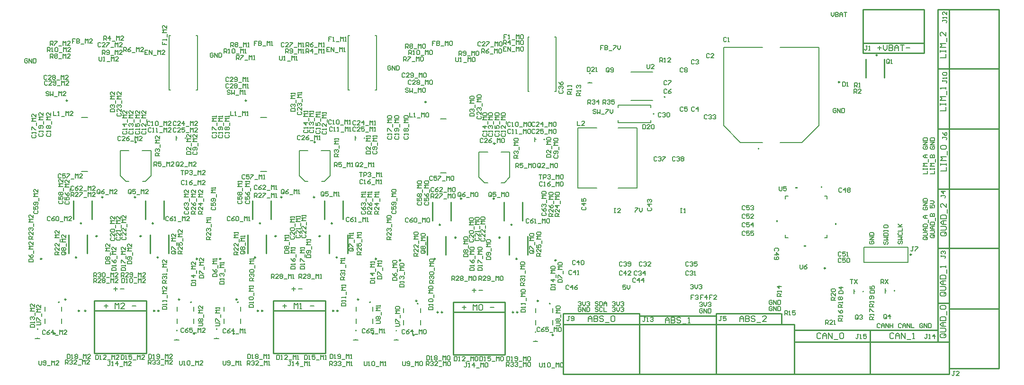
<source format=gto>
G04*
G04 #@! TF.GenerationSoftware,Altium Limited,Altium Designer,23.11.1 (41)*
G04*
G04 Layer_Color=65535*
%FSLAX25Y25*%
%MOIN*%
G70*
G04*
G04 #@! TF.SameCoordinates,C18E11E6-2F2A-4DEC-BC48-3546B0B1B692*
G04*
G04*
G04 #@! TF.FilePolarity,Positive*
G04*
G01*
G75*
%ADD10C,0.00600*%
%ADD11C,0.00984*%
%ADD12C,0.01000*%
%ADD13C,0.00787*%
%ADD14C,0.00799*%
%ADD15C,0.00500*%
%ADD16C,0.00800*%
G36*
X655918Y297797D02*
Y299297D01*
X654918D01*
Y297797D01*
X655918D01*
D02*
G37*
G36*
X669860Y321582D02*
Y322582D01*
X668360D01*
Y321582D01*
X669860D01*
D02*
G37*
G36*
X675766Y281418D02*
Y280418D01*
X674266D01*
Y281418D01*
X675766D01*
D02*
G37*
G36*
X696082Y295829D02*
Y297329D01*
X697082D01*
Y295829D01*
X696082D01*
D02*
G37*
D10*
X687127Y322567D02*
G03*
X687127Y322567I-300J0D01*
G01*
X716300Y249000D02*
G03*
X716300Y249000I-300J0D01*
G01*
X738300Y249500D02*
G03*
X738300Y249500I-300J0D01*
G01*
X387800Y221500D02*
G03*
X387800Y221500I-300J0D01*
G01*
X261300Y222500D02*
G03*
X261300Y222500I-300J0D01*
G01*
X135300D02*
G03*
X135300Y222500I-300J0D01*
G01*
X485800Y220500D02*
G03*
X485800Y220500I-300J0D01*
G01*
X359300Y221500D02*
G03*
X359300Y221500I-300J0D01*
G01*
X233300D02*
G03*
X233300Y221500I-300J0D01*
G01*
X491800Y356000D02*
G03*
X491800Y356000I-300J0D01*
G01*
X365300Y357000D02*
G03*
X365300Y357000I-300J0D01*
G01*
X239300D02*
G03*
X239300Y357000I-300J0D01*
G01*
X524059Y402500D02*
G03*
X524059Y402500I-300J0D01*
G01*
X568800Y374000D02*
G03*
X568800Y374000I-300J0D01*
G01*
X661350Y314237D02*
Y316150D01*
Y286850D02*
X663263D01*
X690650D02*
Y288763D01*
X688737Y316150D02*
X690650D01*
X661350D02*
X663263D01*
X661350Y286850D02*
Y288763D01*
X688737Y286850D02*
X690650D01*
Y314237D02*
Y316150D01*
X543496Y367752D02*
Y369481D01*
Y380248D02*
X566504D01*
X543496Y378519D02*
Y380248D01*
Y367752D02*
X566504D01*
Y369481D01*
Y378519D02*
Y380248D01*
X418500Y332500D02*
X422575D01*
X418500Y370500D02*
X422575D01*
X292000Y371500D02*
X296075D01*
X292000Y333500D02*
X296075D01*
X166000D02*
X170075D01*
X166000Y371500D02*
X170075D01*
X515200Y364150D02*
X528470D01*
X543530D02*
X556800D01*
Y321850D02*
Y364150D01*
X515200Y321850D02*
X528470D01*
X515200D02*
Y364150D01*
X543530Y321850D02*
X556800D01*
X652001Y242500D02*
X651501Y243000D01*
X650501D01*
X650001Y242500D01*
Y240500D01*
X650501Y240001D01*
X651501D01*
X652001Y240500D01*
Y241500D01*
X651001D01*
X653000Y240001D02*
Y243000D01*
X655000Y240001D01*
Y243000D01*
X655999D02*
Y240001D01*
X657499D01*
X657999Y240500D01*
Y242500D01*
X657499Y243000D01*
X655999D01*
X652001Y238000D02*
X651501Y238499D01*
X650501D01*
X650001Y238000D01*
Y236000D01*
X650501Y235501D01*
X651501D01*
X652001Y236000D01*
Y237000D01*
X651001D01*
X653000Y235501D02*
Y238499D01*
X655000Y235501D01*
Y238499D01*
X655999D02*
Y235501D01*
X657499D01*
X657999Y236000D01*
Y238000D01*
X657499Y238499D01*
X655999D01*
X601001Y241000D02*
X601501Y241499D01*
X602501D01*
X603001Y241000D01*
Y240500D01*
X602501Y240000D01*
X602001D01*
X602501D01*
X603001Y239500D01*
Y239000D01*
X602501Y238500D01*
X601501D01*
X601001Y239000D01*
X604000Y241499D02*
Y239500D01*
X605000Y238500D01*
X606000Y239500D01*
Y241499D01*
X606999Y241000D02*
X607499Y241499D01*
X608499D01*
X608999Y241000D01*
Y240500D01*
X608499Y240000D01*
X607999D01*
X608499D01*
X608999Y239500D01*
Y239000D01*
X608499Y238500D01*
X607499D01*
X606999Y239000D01*
X603001Y236500D02*
X602501Y237000D01*
X601501D01*
X601001Y236500D01*
Y234500D01*
X601501Y234000D01*
X602501D01*
X603001Y234500D01*
Y235500D01*
X602001D01*
X604000Y234000D02*
Y237000D01*
X606000Y234000D01*
Y237000D01*
X606999D02*
Y234000D01*
X608499D01*
X608999Y234500D01*
Y236500D01*
X608499Y237000D01*
X606999D01*
X515505Y241500D02*
X516005Y242000D01*
X517005D01*
X517505Y241500D01*
Y241000D01*
X517005Y240500D01*
X516505D01*
X517005D01*
X517505Y240000D01*
Y239500D01*
X517005Y239001D01*
X516005D01*
X515505Y239500D01*
X518504Y242000D02*
Y240000D01*
X519504Y239001D01*
X520504Y240000D01*
Y242000D01*
X521503Y241500D02*
X522003Y242000D01*
X523003D01*
X523503Y241500D01*
Y241000D01*
X523003Y240500D01*
X522503D01*
X523003D01*
X523503Y240000D01*
Y239500D01*
X523003Y239001D01*
X522003D01*
X521503Y239500D01*
X529501Y241500D02*
X529001Y242000D01*
X528001D01*
X527501Y241500D01*
Y241000D01*
X528001Y240500D01*
X529001D01*
X529501Y240000D01*
Y239500D01*
X529001Y239001D01*
X528001D01*
X527501Y239500D01*
X530500Y242000D02*
Y239001D01*
X532000D01*
X532500Y239500D01*
Y241500D01*
X532000Y242000D01*
X530500D01*
X533499Y239001D02*
Y241000D01*
X534499Y242000D01*
X535499Y241000D01*
Y239001D01*
Y240500D01*
X533499D01*
X539497Y241500D02*
X539997Y242000D01*
X540997D01*
X541497Y241500D01*
Y241000D01*
X540997Y240500D01*
X540497D01*
X540997D01*
X541497Y240000D01*
Y239500D01*
X540997Y239001D01*
X539997D01*
X539497Y239500D01*
X542496Y242000D02*
Y240000D01*
X543496Y239001D01*
X544496Y240000D01*
Y242000D01*
X545496Y241500D02*
X545995Y242000D01*
X546995D01*
X547495Y241500D01*
Y241000D01*
X546995Y240500D01*
X546495D01*
X546995D01*
X547495Y240000D01*
Y239500D01*
X546995Y239001D01*
X545995D01*
X545496Y239500D01*
X728006Y226000D02*
X727506Y226500D01*
X726506D01*
X726006Y226000D01*
Y224000D01*
X726506Y223500D01*
X727506D01*
X728006Y224000D01*
X729005Y223500D02*
Y225500D01*
X730005Y226500D01*
X731004Y225500D01*
Y223500D01*
Y225000D01*
X729005D01*
X732004Y223500D02*
Y226500D01*
X734004Y223500D01*
Y226500D01*
X735003D02*
Y223500D01*
Y225000D01*
X737003D01*
Y226500D01*
Y223500D01*
X743001Y226000D02*
X742501Y226500D01*
X741501D01*
X741001Y226000D01*
Y224000D01*
X741501Y223500D01*
X742501D01*
X743001Y224000D01*
X744000Y223500D02*
Y225500D01*
X745000Y226500D01*
X746000Y225500D01*
Y223500D01*
Y225000D01*
X744000D01*
X746999Y223500D02*
Y226500D01*
X748999Y223500D01*
Y226500D01*
X749998D02*
Y223500D01*
X751998D01*
X757996Y226000D02*
X757496Y226500D01*
X756496D01*
X755997Y226000D01*
Y224000D01*
X756496Y223500D01*
X757496D01*
X757996Y224000D01*
Y225000D01*
X756996D01*
X758995Y223500D02*
Y226500D01*
X760995Y223500D01*
Y226500D01*
X761995D02*
Y223500D01*
X763494D01*
X763994Y224000D01*
Y226000D01*
X763494Y226500D01*
X761995D01*
X765750Y289004D02*
X763750D01*
X763251Y288504D01*
Y287504D01*
X763750Y287004D01*
X765750D01*
X766250Y287504D01*
Y288504D01*
X765250Y288004D02*
X766250Y289004D01*
Y288504D02*
X765750Y289004D01*
X763251Y290003D02*
X765750D01*
X766250Y290503D01*
Y291503D01*
X765750Y292003D01*
X763251D01*
X766250Y293002D02*
X764250D01*
X763251Y294002D01*
X764250Y295002D01*
X766250D01*
X764750D01*
Y293002D01*
X763251Y296001D02*
X766250D01*
Y297501D01*
X765750Y298001D01*
X763750D01*
X763251Y297501D01*
Y296001D01*
X766749Y299000D02*
Y301000D01*
X763251Y301999D02*
X766250D01*
Y303499D01*
X765750Y303999D01*
X765250D01*
X764750Y303499D01*
Y301999D01*
Y303499D01*
X764250Y303999D01*
X763750D01*
X763251Y303499D01*
Y301999D01*
Y309997D02*
Y307997D01*
X764750D01*
X764250Y308997D01*
Y309497D01*
X764750Y309997D01*
X765750D01*
X766250Y309497D01*
Y308497D01*
X765750Y307997D01*
X763251Y310997D02*
X765250D01*
X766250Y311996D01*
X765250Y312996D01*
X763251D01*
X760862Y287559D02*
X758862D01*
X758362Y287059D01*
Y286059D01*
X758862Y285559D01*
X760862D01*
X761362Y286059D01*
Y287059D01*
X760362Y286559D02*
X761362Y287559D01*
Y287059D02*
X760862Y287559D01*
X758362Y288558D02*
X760862D01*
X761362Y289058D01*
Y290058D01*
X760862Y290558D01*
X758362D01*
X761362Y291557D02*
X759362D01*
X758362Y292557D01*
X759362Y293557D01*
X761362D01*
X759862D01*
Y291557D01*
X758362Y294556D02*
X761362D01*
Y296056D01*
X760862Y296556D01*
X758862D01*
X758362Y296056D01*
Y294556D01*
X761861Y297555D02*
Y299555D01*
X761362Y300554D02*
X759362D01*
X758362Y301554D01*
X759362Y302554D01*
X761362D01*
X759862D01*
Y300554D01*
X758862Y308552D02*
X758362Y308052D01*
Y307052D01*
X758862Y306553D01*
X760862D01*
X761362Y307052D01*
Y308052D01*
X760862Y308552D01*
X759862D01*
Y307552D01*
X761362Y309552D02*
X758362D01*
X761362Y311551D01*
X758362D01*
Y312551D02*
X761362D01*
Y314050D01*
X760862Y314550D01*
X758862D01*
X758362Y314050D01*
Y312551D01*
X758362Y331809D02*
X761362D01*
Y333808D01*
X758362Y334808D02*
Y335807D01*
Y335308D01*
X761362D01*
Y334808D01*
Y335807D01*
Y337307D02*
X758362D01*
X759362Y338307D01*
X758362Y339306D01*
X761362D01*
X761861Y340306D02*
Y342305D01*
X761362Y343305D02*
X759362D01*
X758362Y344305D01*
X759362Y345304D01*
X761362D01*
X759862D01*
Y343305D01*
X758862Y351303D02*
X758362Y350803D01*
Y349803D01*
X758862Y349303D01*
X760862D01*
X761362Y349803D01*
Y350803D01*
X760862Y351303D01*
X759862D01*
Y350303D01*
X761362Y352302D02*
X758362D01*
X761362Y354302D01*
X758362D01*
Y355301D02*
X761362D01*
Y356801D01*
X760862Y357300D01*
X758862D01*
X758362Y356801D01*
Y355301D01*
X763251Y331754D02*
X766250D01*
Y333753D01*
X763251Y334753D02*
Y335753D01*
Y335253D01*
X766250D01*
Y334753D01*
Y335753D01*
Y337252D02*
X763251D01*
X764250Y338252D01*
X763251Y339252D01*
X766250D01*
X766749Y340251D02*
Y342251D01*
X763251Y343250D02*
X766250D01*
Y344750D01*
X765750Y345250D01*
X765250D01*
X764750Y344750D01*
Y343250D01*
Y344750D01*
X764250Y345250D01*
X763750D01*
X763251Y344750D01*
Y343250D01*
X763750Y351248D02*
X763251Y350748D01*
Y349748D01*
X763750Y349249D01*
X765750D01*
X766250Y349748D01*
Y350748D01*
X765750Y351248D01*
X764750D01*
Y350248D01*
X766250Y352248D02*
X763251D01*
X766250Y354247D01*
X763251D01*
Y355246D02*
X766250D01*
Y356746D01*
X765750Y357246D01*
X763750D01*
X763251Y356746D01*
Y355246D01*
X731000Y284251D02*
X730501Y283752D01*
Y282752D01*
X731000Y282252D01*
X731500D01*
X732000Y282752D01*
Y283752D01*
X732500Y284251D01*
X733000D01*
X733499Y283752D01*
Y282752D01*
X733000Y282252D01*
X730501Y285251D02*
X733499D01*
X732500Y286251D01*
X733499Y287251D01*
X730501D01*
Y288250D02*
X733499D01*
Y289750D01*
X733000Y290250D01*
X731000D01*
X730501Y289750D01*
Y288250D01*
Y291249D02*
Y292249D01*
Y291749D01*
X733499D01*
Y291249D01*
Y292249D01*
X730501Y295248D02*
Y294248D01*
X731000Y293748D01*
X733000D01*
X733499Y294248D01*
Y295248D01*
X733000Y295748D01*
X731000D01*
X730501Y295248D01*
X721000Y284501D02*
X720501Y284001D01*
Y283001D01*
X721000Y282501D01*
X723000D01*
X723499Y283001D01*
Y284001D01*
X723000Y284501D01*
X722000D01*
Y283501D01*
X723499Y285500D02*
X720501D01*
X723499Y287500D01*
X720501D01*
Y288499D02*
X723499D01*
Y289999D01*
X723000Y290499D01*
X721000D01*
X720501Y289999D01*
Y288499D01*
X741148Y284597D02*
X740649Y284097D01*
Y283098D01*
X741148Y282598D01*
X741648D01*
X742148Y283098D01*
Y284097D01*
X742648Y284597D01*
X743148D01*
X743647Y284097D01*
Y283098D01*
X743148Y282598D01*
X740649Y285597D02*
X743647D01*
X742648Y286596D01*
X743647Y287596D01*
X740649D01*
X741148Y290595D02*
X740649Y290095D01*
Y289096D01*
X741148Y288596D01*
X743148D01*
X743647Y289096D01*
Y290095D01*
X743148Y290595D01*
X740649Y291595D02*
X743647D01*
Y293594D01*
X740649Y294594D02*
X743647D01*
X742648D01*
X740649Y296593D01*
X742148Y295094D01*
X743647Y296593D01*
X728501Y254501D02*
Y257500D01*
X730000D01*
X730500Y257000D01*
Y256000D01*
X730000Y255500D01*
X728501D01*
X729500D02*
X730500Y254501D01*
X731500Y257500D02*
X733499Y254501D01*
Y257500D02*
X731500Y254501D01*
X517505Y237500D02*
X517005Y238000D01*
X516005D01*
X515505Y237500D01*
Y235500D01*
X516005Y235000D01*
X517005D01*
X517505Y235500D01*
Y236500D01*
X516505D01*
X518504Y235000D02*
Y238000D01*
X520504Y235000D01*
Y238000D01*
X521503D02*
Y235000D01*
X523003D01*
X523503Y235500D01*
Y237500D01*
X523003Y238000D01*
X521503D01*
X529501Y237500D02*
X529001Y238000D01*
X528001D01*
X527501Y237500D01*
Y237000D01*
X528001Y236500D01*
X529001D01*
X529501Y236000D01*
Y235500D01*
X529001Y235000D01*
X528001D01*
X527501Y235500D01*
X532500Y237500D02*
X532000Y238000D01*
X531000D01*
X530500Y237500D01*
Y235500D01*
X531000Y235000D01*
X532000D01*
X532500Y235500D01*
X533499Y238000D02*
Y235000D01*
X535499D01*
X539497Y237500D02*
X539997Y238000D01*
X540997D01*
X541497Y237500D01*
Y237000D01*
X540997Y236500D01*
X540497D01*
X540997D01*
X541497Y236000D01*
Y235500D01*
X540997Y235000D01*
X539997D01*
X539497Y235500D01*
X542496Y238000D02*
Y236000D01*
X543496Y235000D01*
X544496Y236000D01*
Y238000D01*
X545496Y237500D02*
X545995Y238000D01*
X546995D01*
X547495Y237500D01*
Y237000D01*
X546995Y236500D01*
X546495D01*
X546995D01*
X547495Y236000D01*
Y235500D01*
X546995Y235000D01*
X545995D01*
X545496Y235500D01*
X707001Y257500D02*
X709000D01*
X708001D01*
Y254501D01*
X710000Y257500D02*
X711999Y254501D01*
Y257500D02*
X710000Y254501D01*
X701001Y321500D02*
X700501Y322000D01*
X699501D01*
X699001Y321500D01*
Y319500D01*
X699501Y319001D01*
X700501D01*
X701001Y319500D01*
X703500Y319001D02*
Y322000D01*
X702000Y320500D01*
X704000D01*
X704999Y321500D02*
X705499Y322000D01*
X706499D01*
X706999Y321500D01*
Y321000D01*
X706499Y320500D01*
X706999Y320000D01*
Y319500D01*
X706499Y319001D01*
X705499D01*
X704999Y319500D01*
Y320000D01*
X705499Y320500D01*
X704999Y321000D01*
Y321500D01*
X705499Y320500D02*
X706499D01*
X383501Y407500D02*
X383001Y408000D01*
X382001D01*
X381501Y407500D01*
Y405500D01*
X382001Y405000D01*
X383001D01*
X383501Y405500D01*
Y406500D01*
X382501D01*
X384500Y405000D02*
Y408000D01*
X386500Y405000D01*
Y408000D01*
X387499D02*
Y405000D01*
X388999D01*
X389499Y405500D01*
Y407500D01*
X388999Y408000D01*
X387499D01*
X258501Y416500D02*
X258001Y416999D01*
X257001D01*
X256501Y416500D01*
Y414500D01*
X257001Y414001D01*
X258001D01*
X258501Y414500D01*
Y415500D01*
X257501D01*
X259500Y414001D02*
Y416999D01*
X261500Y414001D01*
Y416999D01*
X262499D02*
Y414001D01*
X263999D01*
X264499Y414500D01*
Y416500D01*
X263999Y416999D01*
X262499D01*
X212502Y418749D02*
X210502D01*
Y415750D01*
X212502D01*
X210502Y417250D02*
X211502D01*
X213501Y415750D02*
Y418749D01*
X215501Y415750D01*
Y418749D01*
X216500Y415251D02*
X218500D01*
X219499Y415750D02*
Y418749D01*
X220499Y417750D01*
X221499Y418749D01*
Y415750D01*
X224498D02*
X222498D01*
X224498Y417750D01*
Y418250D01*
X223998Y418749D01*
X222998D01*
X222498Y418250D01*
X143002Y389250D02*
X142502Y389749D01*
X141502D01*
X141002Y389250D01*
Y388750D01*
X141502Y388250D01*
X142502D01*
X143002Y387750D01*
Y387250D01*
X142502Y386750D01*
X141502D01*
X141002Y387250D01*
X144001Y389749D02*
Y386750D01*
X145001Y387750D01*
X146001Y386750D01*
Y389749D01*
X147000Y386251D02*
X149000D01*
X149999Y386750D02*
Y389749D01*
X150999Y388750D01*
X151999Y389749D01*
Y386750D01*
X154998D02*
X152998D01*
X154998Y388750D01*
Y389250D01*
X154498Y389749D01*
X153498D01*
X152998Y389250D01*
X161502Y426749D02*
X159502D01*
Y425250D01*
X160502D01*
X159502D01*
Y423750D01*
X162501Y426749D02*
Y423750D01*
X164001D01*
X164501Y424250D01*
Y424750D01*
X164001Y425250D01*
X162501D01*
X164001D01*
X164501Y425750D01*
Y426250D01*
X164001Y426749D01*
X162501D01*
X165500Y423251D02*
X167500D01*
X168499Y423750D02*
Y426749D01*
X169499Y425750D01*
X170499Y426749D01*
Y423750D01*
X173498D02*
X171498D01*
X173498Y425750D01*
Y426250D01*
X172998Y426749D01*
X171998D01*
X171498Y426250D01*
X465002Y421249D02*
X463002D01*
Y418250D01*
X465002D01*
X463002Y419750D02*
X464002D01*
X466001Y418250D02*
Y421249D01*
X468001Y418250D01*
Y421249D01*
X469000Y417751D02*
X471000D01*
X471999Y418250D02*
Y421249D01*
X472999Y420250D01*
X473999Y421249D01*
Y418250D01*
X474998Y420750D02*
X475498Y421249D01*
X476498D01*
X476998Y420750D01*
Y418750D01*
X476498Y418250D01*
X475498D01*
X474998Y418750D01*
Y420750D01*
X415002Y425249D02*
X413002D01*
Y423750D01*
X414002D01*
X413002D01*
Y422250D01*
X416001Y425249D02*
Y422250D01*
X417501D01*
X418001Y422750D01*
Y423250D01*
X417501Y423750D01*
X416001D01*
X417501D01*
X418001Y424250D01*
Y424750D01*
X417501Y425249D01*
X416001D01*
X419000Y421751D02*
X421000D01*
X421999Y422250D02*
Y425249D01*
X422999Y424250D01*
X423999Y425249D01*
Y422250D01*
X424998Y424750D02*
X425498Y425249D01*
X426498D01*
X426998Y424750D01*
Y422750D01*
X426498Y422250D01*
X425498D01*
X424998Y422750D01*
Y424750D01*
X528002Y376750D02*
X527502Y377249D01*
X526502D01*
X526002Y376750D01*
Y376250D01*
X526502Y375750D01*
X527502D01*
X528002Y375250D01*
Y374750D01*
X527502Y374250D01*
X526502D01*
X526002Y374750D01*
X529001Y377249D02*
Y374250D01*
X530001Y375250D01*
X531001Y374250D01*
Y377249D01*
X532000Y373751D02*
X534000D01*
X534999Y377249D02*
X536999D01*
Y376750D01*
X534999Y374750D01*
Y374250D01*
X537998Y377249D02*
Y375250D01*
X538998Y374250D01*
X539998Y375250D01*
Y377249D01*
X533199Y422099D02*
X531200D01*
Y420600D01*
X532200D01*
X531200D01*
Y419100D01*
X534199Y422099D02*
Y419100D01*
X535699D01*
X536198Y419600D01*
Y420100D01*
X535699Y420600D01*
X534199D01*
X535699D01*
X536198Y421099D01*
Y421599D01*
X535699Y422099D01*
X534199D01*
X537198Y418600D02*
X539197D01*
X540197Y422099D02*
X542196D01*
Y421599D01*
X540197Y419600D01*
Y419100D01*
X543196Y422099D02*
Y420100D01*
X544196Y419100D01*
X545195Y420100D01*
Y422099D01*
X340501Y420749D02*
X338502D01*
Y417750D01*
X340501D01*
X338502Y419250D02*
X339502D01*
X341501Y417750D02*
Y420749D01*
X343500Y417750D01*
Y420749D01*
X344500Y417251D02*
X346499D01*
X347499Y417750D02*
Y420749D01*
X348499Y419750D01*
X349499Y420749D01*
Y417750D01*
X350498D02*
X351498D01*
X350998D01*
Y420749D01*
X350498Y420250D01*
X270501Y390250D02*
X270002Y390749D01*
X269002D01*
X268502Y390250D01*
Y389750D01*
X269002Y389250D01*
X270002D01*
X270501Y388750D01*
Y388250D01*
X270002Y387750D01*
X269002D01*
X268502Y388250D01*
X271501Y390749D02*
Y387750D01*
X272501Y388750D01*
X273500Y387750D01*
Y390749D01*
X274500Y387251D02*
X276500D01*
X277499Y387750D02*
Y390749D01*
X278499Y389750D01*
X279499Y390749D01*
Y387750D01*
X280498D02*
X281498D01*
X280998D01*
Y390749D01*
X280498Y390250D01*
X289502Y425249D02*
X287502D01*
Y423750D01*
X288502D01*
X287502D01*
Y422250D01*
X290501Y425249D02*
Y422250D01*
X292001D01*
X292500Y422750D01*
Y423250D01*
X292001Y423750D01*
X290501D01*
X292001D01*
X292500Y424250D01*
Y424750D01*
X292001Y425249D01*
X290501D01*
X293500Y421751D02*
X295499D01*
X296499Y422250D02*
Y425249D01*
X297499Y424250D01*
X298499Y425249D01*
Y422250D01*
X299498D02*
X300498D01*
X299998D01*
Y425249D01*
X299498Y424750D01*
X396002Y391750D02*
X395502Y392249D01*
X394502D01*
X394002Y391750D01*
Y391250D01*
X394502Y390750D01*
X395502D01*
X396002Y390250D01*
Y389750D01*
X395502Y389250D01*
X394502D01*
X394002Y389750D01*
X397001Y392249D02*
Y389250D01*
X398001Y390250D01*
X399001Y389250D01*
Y392249D01*
X400000Y388751D02*
X402000D01*
X402999Y389250D02*
Y392249D01*
X403999Y391250D01*
X404999Y392249D01*
Y389250D01*
X405998Y391750D02*
X406498Y392249D01*
X407498D01*
X407998Y391750D01*
Y389750D01*
X407498Y389250D01*
X406498D01*
X405998Y389750D01*
Y391750D01*
X563760Y408999D02*
Y406500D01*
X564259Y406001D01*
X565259D01*
X565759Y406500D01*
Y408999D01*
X568758Y406001D02*
X566759D01*
X568758Y408000D01*
Y408500D01*
X568258Y408999D01*
X567259D01*
X566759Y408500D01*
X603500Y246499D02*
X601501D01*
Y245000D01*
X602500D01*
X601501D01*
Y243500D01*
X605999D02*
Y246499D01*
X604500Y245000D01*
X606499D01*
X597000Y246499D02*
X595001D01*
Y245000D01*
X596000D01*
X595001D01*
Y243500D01*
X598000Y246000D02*
X598500Y246499D01*
X599499D01*
X599999Y246000D01*
Y245500D01*
X599499Y245000D01*
X599000D01*
X599499D01*
X599999Y244500D01*
Y244000D01*
X599499Y243500D01*
X598500D01*
X598000Y244000D01*
X610000Y246499D02*
X608001D01*
Y245000D01*
X609000D01*
X608001D01*
Y243500D01*
X612999D02*
X611000D01*
X612999Y245500D01*
Y246000D01*
X612499Y246499D01*
X611500D01*
X611000Y246000D01*
X700500Y276500D02*
X700001Y276999D01*
X699001D01*
X698501Y276500D01*
Y274500D01*
X699001Y274001D01*
X700001D01*
X700500Y274500D01*
X703500Y276999D02*
X701500D01*
Y275500D01*
X702500Y276000D01*
X703000D01*
X703500Y275500D01*
Y274500D01*
X703000Y274001D01*
X702000D01*
X701500Y274500D01*
X704499Y274001D02*
X705499D01*
X704999D01*
Y276999D01*
X704499Y276500D01*
X772001Y397751D02*
Y396751D01*
Y397251D01*
X774500D01*
X775000Y396751D01*
Y396251D01*
X774500Y395751D01*
X775000Y398750D02*
Y399750D01*
Y399250D01*
X772001D01*
X772500Y398750D01*
Y401249D02*
X772001Y401749D01*
Y402749D01*
X772500Y403249D01*
X774500D01*
X775000Y402749D01*
Y401749D01*
X774500Y401249D01*
X772500D01*
X772001Y358000D02*
Y357000D01*
Y357500D01*
X774500D01*
X775000Y357000D01*
Y356501D01*
X774500Y356001D01*
X772001Y360999D02*
X772500Y359999D01*
X773500Y359000D01*
X774500D01*
X775000Y359500D01*
Y360499D01*
X774500Y360999D01*
X774000D01*
X773500Y360499D01*
Y359000D01*
X712751Y219000D02*
X711751D01*
X712251D01*
Y216500D01*
X711751Y216001D01*
X711251D01*
X710751Y216500D01*
X713750Y216001D02*
X714750D01*
X714250D01*
Y219000D01*
X713750Y218500D01*
X718249Y219000D02*
X716249D01*
Y217500D01*
X717249Y218000D01*
X717749D01*
X718249Y217500D01*
Y216500D01*
X717749Y216001D01*
X716749D01*
X716249Y216500D01*
X761251Y219000D02*
X760251D01*
X760751D01*
Y216500D01*
X760251Y216001D01*
X759751D01*
X759251Y216500D01*
X762250Y216001D02*
X763250D01*
X762750D01*
Y219000D01*
X762250Y218500D01*
X766249Y216001D02*
Y219000D01*
X764749Y217500D01*
X766749D01*
X734500Y410000D02*
Y412000D01*
X734000Y412500D01*
X733001D01*
X732501Y412000D01*
Y410000D01*
X733001Y409501D01*
X734000D01*
X733500Y410500D02*
X734500Y409501D01*
X734000D02*
X734500Y410000D01*
X735500Y409501D02*
X736499D01*
X735999D01*
Y412500D01*
X735500Y412000D01*
X234502Y337750D02*
Y339750D01*
X234002Y340249D01*
X233002D01*
X232502Y339750D01*
Y337750D01*
X233002Y337250D01*
X234002D01*
X233502Y338250D02*
X234502Y337250D01*
X234002D02*
X234502Y337750D01*
X237501Y337250D02*
X235501D01*
X237501Y339250D01*
Y339750D01*
X237001Y340249D01*
X236001D01*
X235501Y339750D01*
X238500Y336751D02*
X240500D01*
X241499Y337250D02*
Y340249D01*
X242499Y339250D01*
X243499Y340249D01*
Y337250D01*
X246498D02*
X244498D01*
X246498Y339250D01*
Y339750D01*
X245998Y340249D01*
X244998D01*
X244498Y339750D01*
X537259Y404000D02*
Y406000D01*
X536759Y406499D01*
X535759D01*
X535260Y406000D01*
Y404000D01*
X535759Y403501D01*
X536759D01*
X536259Y404500D02*
X537259Y403501D01*
X536759D02*
X537259Y404000D01*
X538259D02*
X538759Y403501D01*
X539758D01*
X540258Y404000D01*
Y406000D01*
X539758Y406499D01*
X538759D01*
X538259Y406000D01*
Y405500D01*
X538759Y405000D01*
X540258D01*
X489002Y336750D02*
Y338750D01*
X488502Y339249D01*
X487502D01*
X487002Y338750D01*
Y336750D01*
X487502Y336250D01*
X488502D01*
X488002Y337250D02*
X489002Y336250D01*
X488502D02*
X489002Y336750D01*
X492001Y336250D02*
X490001D01*
X492001Y338250D01*
Y338750D01*
X491501Y339249D01*
X490501D01*
X490001Y338750D01*
X493000Y335751D02*
X495000D01*
X495999Y336250D02*
Y339249D01*
X496999Y338250D01*
X497999Y339249D01*
Y336250D01*
X498998Y338750D02*
X499498Y339249D01*
X500498D01*
X500998Y338750D01*
Y336750D01*
X500498Y336250D01*
X499498D01*
X498998Y336750D01*
Y338750D01*
X361001Y337250D02*
Y339250D01*
X360502Y339749D01*
X359502D01*
X359002Y339250D01*
Y337250D01*
X359502Y336750D01*
X360502D01*
X360002Y337750D02*
X361001Y336750D01*
X360502D02*
X361001Y337250D01*
X364001Y336750D02*
X362001D01*
X364001Y338750D01*
Y339250D01*
X363501Y339749D01*
X362501D01*
X362001Y339250D01*
X365000Y336251D02*
X367000D01*
X367999Y336750D02*
Y339749D01*
X368999Y338750D01*
X369999Y339749D01*
Y336750D01*
X370998D02*
X371998D01*
X371498D01*
Y339749D01*
X370998Y339250D01*
X180502Y415750D02*
Y418749D01*
X182002D01*
X182502Y418250D01*
Y417250D01*
X182002Y416750D01*
X180502D01*
X181502D02*
X182502Y415750D01*
X183501Y416250D02*
X184001Y415750D01*
X185001D01*
X185501Y416250D01*
Y418250D01*
X185001Y418749D01*
X184001D01*
X183501Y418250D01*
Y417750D01*
X184001Y417250D01*
X185501D01*
X186500Y415251D02*
X188500D01*
X189499Y415750D02*
Y418749D01*
X190499Y417750D01*
X191499Y418749D01*
Y415750D01*
X194498D02*
X192498D01*
X194498Y417750D01*
Y418250D01*
X193998Y418749D01*
X192998D01*
X192498Y418250D01*
X309502Y416750D02*
Y419749D01*
X311002D01*
X311502Y419250D01*
Y418250D01*
X311002Y417750D01*
X309502D01*
X310502D02*
X311502Y416750D01*
X312501Y417250D02*
X313001Y416750D01*
X314001D01*
X314500Y417250D01*
Y419250D01*
X314001Y419749D01*
X313001D01*
X312501Y419250D01*
Y418750D01*
X313001Y418250D01*
X314500D01*
X315500Y416251D02*
X317499D01*
X318499Y416750D02*
Y419749D01*
X319499Y418750D01*
X320498Y419749D01*
Y416750D01*
X321498D02*
X322498D01*
X321998D01*
Y419749D01*
X321498Y419250D01*
X431502Y415250D02*
Y418249D01*
X433002D01*
X433502Y417750D01*
Y416750D01*
X433002Y416250D01*
X431502D01*
X432502D02*
X433502Y415250D01*
X434501Y415750D02*
X435001Y415250D01*
X436001D01*
X436501Y415750D01*
Y417750D01*
X436001Y418249D01*
X435001D01*
X434501Y417750D01*
Y417250D01*
X435001Y416750D01*
X436501D01*
X437500Y414751D02*
X439500D01*
X440499Y415250D02*
Y418249D01*
X441499Y417250D01*
X442499Y418249D01*
Y415250D01*
X443498Y417750D02*
X443998Y418249D01*
X444998D01*
X445498Y417750D01*
Y415750D01*
X444998Y415250D01*
X443998D01*
X443498Y415750D01*
Y417750D01*
X144002Y413250D02*
Y416249D01*
X145502D01*
X146002Y415750D01*
Y414750D01*
X145502Y414250D01*
X144002D01*
X145002D02*
X146002Y413250D01*
X147001Y415750D02*
X147501Y416249D01*
X148501D01*
X149001Y415750D01*
Y415250D01*
X148501Y414750D01*
X149001Y414250D01*
Y413750D01*
X148501Y413250D01*
X147501D01*
X147001Y413750D01*
Y414250D01*
X147501Y414750D01*
X147001Y415250D01*
Y415750D01*
X147501Y414750D02*
X148501D01*
X150000Y412751D02*
X152000D01*
X152999Y413250D02*
Y416249D01*
X153999Y415250D01*
X154999Y416249D01*
Y413250D01*
X157998D02*
X155998D01*
X157998Y415250D01*
Y415750D01*
X157498Y416249D01*
X156498D01*
X155998Y415750D01*
X271002Y421250D02*
Y424249D01*
X272502D01*
X273002Y423750D01*
Y422750D01*
X272502Y422250D01*
X271002D01*
X272002D02*
X273002Y421250D01*
X274001Y423750D02*
X274501Y424249D01*
X275501D01*
X276000Y423750D01*
Y423250D01*
X275501Y422750D01*
X276000Y422250D01*
Y421750D01*
X275501Y421250D01*
X274501D01*
X274001Y421750D01*
Y422250D01*
X274501Y422750D01*
X274001Y423250D01*
Y423750D01*
X274501Y422750D02*
X275501D01*
X277000Y420751D02*
X278999D01*
X279999Y421250D02*
Y424249D01*
X280999Y423250D01*
X281998Y424249D01*
Y421250D01*
X282998D02*
X283998D01*
X283498D01*
Y424249D01*
X282998Y423750D01*
X394002Y420250D02*
Y423249D01*
X395502D01*
X396002Y422750D01*
Y421750D01*
X395502Y421250D01*
X394002D01*
X395002D02*
X396002Y420250D01*
X397001Y422750D02*
X397501Y423249D01*
X398501D01*
X399001Y422750D01*
Y422250D01*
X398501Y421750D01*
X399001Y421250D01*
Y420750D01*
X398501Y420250D01*
X397501D01*
X397001Y420750D01*
Y421250D01*
X397501Y421750D01*
X397001Y422250D01*
Y422750D01*
X397501Y421750D02*
X398501D01*
X400000Y419751D02*
X402000D01*
X402999Y420250D02*
Y423249D01*
X403999Y422250D01*
X404999Y423249D01*
Y420250D01*
X405998Y422750D02*
X406498Y423249D01*
X407498D01*
X407998Y422750D01*
Y420750D01*
X407498Y420250D01*
X406498D01*
X405998Y420750D01*
Y422750D01*
X146252Y375749D02*
Y372750D01*
X148251D01*
X149251D02*
X150251D01*
X149751D01*
Y375749D01*
X149251Y375250D01*
X151750Y372251D02*
X153750D01*
X154749Y372750D02*
Y375749D01*
X155749Y374750D01*
X156749Y375749D01*
Y372750D01*
X159748D02*
X157748D01*
X159748Y374750D01*
Y375250D01*
X159248Y375749D01*
X158248D01*
X157748Y375250D01*
X270752Y375749D02*
Y372750D01*
X272751D01*
X273751D02*
X274751D01*
X274251D01*
Y375749D01*
X273751Y375250D01*
X276250Y372251D02*
X278250D01*
X279249Y372750D02*
Y375749D01*
X280249Y374750D01*
X281249Y375749D01*
Y372750D01*
X282248D02*
X283248D01*
X282748D01*
Y375749D01*
X282248Y375250D01*
X396752Y374749D02*
Y371750D01*
X398751D01*
X399751D02*
X400751D01*
X400251D01*
Y374749D01*
X399751Y374250D01*
X402250Y371251D02*
X404250D01*
X405249Y371750D02*
Y374749D01*
X406249Y373750D01*
X407249Y374749D01*
Y371750D01*
X408249Y374250D02*
X408748Y374749D01*
X409748D01*
X410248Y374250D01*
Y372250D01*
X409748Y371750D01*
X408748D01*
X408249Y372250D01*
Y374250D01*
X142002Y396750D02*
X141502Y397249D01*
X140503D01*
X140003Y396750D01*
Y394750D01*
X140503Y394250D01*
X141502D01*
X142002Y394750D01*
X145001Y394250D02*
X143002D01*
X145001Y396250D01*
Y396750D01*
X144501Y397249D01*
X143502D01*
X143002Y396750D01*
X146001Y394750D02*
X146501Y394250D01*
X147500D01*
X148000Y394750D01*
Y396750D01*
X147500Y397249D01*
X146501D01*
X146001Y396750D01*
Y396250D01*
X146501Y395750D01*
X148000D01*
X149000Y393751D02*
X150999D01*
X151999Y394250D02*
Y397249D01*
X152999Y396250D01*
X153998Y397249D01*
Y394250D01*
X156997D02*
X154998D01*
X156997Y396250D01*
Y396750D01*
X156497Y397249D01*
X155498D01*
X154998Y396750D01*
X269502Y399250D02*
X269002Y399749D01*
X268002D01*
X267503Y399250D01*
Y397250D01*
X268002Y396750D01*
X269002D01*
X269502Y397250D01*
X272501Y396750D02*
X270502D01*
X272501Y398750D01*
Y399250D01*
X272001Y399749D01*
X271002D01*
X270502Y399250D01*
X273501Y397250D02*
X274001Y396750D01*
X275000D01*
X275500Y397250D01*
Y399250D01*
X275000Y399749D01*
X274001D01*
X273501Y399250D01*
Y398750D01*
X274001Y398250D01*
X275500D01*
X276500Y396251D02*
X278499D01*
X279499Y396750D02*
Y399749D01*
X280498Y398750D01*
X281498Y399749D01*
Y396750D01*
X282498D02*
X283497D01*
X282998D01*
Y399749D01*
X282498Y399250D01*
X393502Y402250D02*
X393002Y402749D01*
X392003D01*
X391503Y402250D01*
Y400250D01*
X392003Y399750D01*
X393002D01*
X393502Y400250D01*
X396501Y399750D02*
X394502D01*
X396501Y401750D01*
Y402250D01*
X396001Y402749D01*
X395002D01*
X394502Y402250D01*
X397501Y400250D02*
X398001Y399750D01*
X399000D01*
X399500Y400250D01*
Y402250D01*
X399000Y402749D01*
X398001D01*
X397501Y402250D01*
Y401750D01*
X398001Y401250D01*
X399500D01*
X400500Y399251D02*
X402499D01*
X403499Y399750D02*
Y402749D01*
X404498Y401750D01*
X405498Y402749D01*
Y399750D01*
X406498Y402250D02*
X406998Y402749D01*
X407997D01*
X408497Y402250D01*
Y400250D01*
X407997Y399750D01*
X406998D01*
X406498Y400250D01*
Y402250D01*
X178252Y414249D02*
Y411750D01*
X178752Y411250D01*
X179752D01*
X180252Y411750D01*
Y414249D01*
X181251Y411250D02*
X182251D01*
X181751D01*
Y414249D01*
X181251Y413750D01*
X183750Y410751D02*
X185750D01*
X186749Y411250D02*
Y414249D01*
X187749Y413250D01*
X188749Y414249D01*
Y411250D01*
X191748D02*
X189749D01*
X191748Y413250D01*
Y413750D01*
X191248Y414249D01*
X190248D01*
X189749Y413750D01*
X305252Y414749D02*
Y412250D01*
X305752Y411750D01*
X306751D01*
X307251Y412250D01*
Y414749D01*
X308251Y411750D02*
X309251D01*
X308751D01*
Y414749D01*
X308251Y414250D01*
X310750Y411251D02*
X312750D01*
X313749Y411750D02*
Y414749D01*
X314749Y413750D01*
X315749Y414749D01*
Y411750D01*
X316748D02*
X317748D01*
X317248D01*
Y414749D01*
X316748Y414250D01*
X429252Y413749D02*
Y411250D01*
X429752Y410750D01*
X430752D01*
X431251Y411250D01*
Y413749D01*
X432251Y410750D02*
X433251D01*
X432751D01*
Y413749D01*
X432251Y413250D01*
X434750Y410251D02*
X436750D01*
X437749Y410750D02*
Y413749D01*
X438749Y412750D01*
X439749Y413749D01*
Y410750D01*
X440749Y413250D02*
X441248Y413749D01*
X442248D01*
X442748Y413250D01*
Y411250D01*
X442248Y410750D01*
X441248D01*
X440749Y411250D01*
Y413250D01*
X533001Y381000D02*
Y383999D01*
X534501D01*
X535001Y383500D01*
Y382500D01*
X534501Y382000D01*
X533001D01*
X534001D02*
X535001Y381000D01*
X536000Y383500D02*
X536500Y383999D01*
X537500D01*
X538000Y383500D01*
Y383000D01*
X537500Y382500D01*
X537000D01*
X537500D01*
X538000Y382000D01*
Y381500D01*
X537500Y381000D01*
X536500D01*
X536000Y381500D01*
X540999Y383999D02*
X538999D01*
Y382500D01*
X539999Y383000D01*
X540499D01*
X540999Y382500D01*
Y381500D01*
X540499Y381000D01*
X539499D01*
X538999Y381500D01*
X522260Y381000D02*
Y383999D01*
X523760D01*
X524260Y383500D01*
Y382500D01*
X523760Y382000D01*
X522260D01*
X523260D02*
X524260Y381000D01*
X525259Y383500D02*
X525759Y383999D01*
X526759D01*
X527258Y383500D01*
Y383000D01*
X526759Y382500D01*
X526259D01*
X526759D01*
X527258Y382000D01*
Y381500D01*
X526759Y381000D01*
X525759D01*
X525259Y381500D01*
X529758Y381000D02*
Y383999D01*
X528258Y382500D01*
X530258D01*
X517258Y386901D02*
X514259D01*
Y388400D01*
X514759Y388900D01*
X515759D01*
X516259Y388400D01*
Y386901D01*
Y387900D02*
X517258Y388900D01*
Y389900D02*
Y390899D01*
Y390400D01*
X514259D01*
X514759Y389900D01*
Y392399D02*
X514259Y392899D01*
Y393899D01*
X514759Y394398D01*
X515259D01*
X515759Y393899D01*
Y393399D01*
Y393899D01*
X516259Y394398D01*
X516758D01*
X517258Y393899D01*
Y392899D01*
X516758Y392399D01*
X573010Y410500D02*
Y413499D01*
X574509D01*
X575009Y413000D01*
Y412000D01*
X574509Y411500D01*
X573010D01*
X574010D02*
X575009Y410500D01*
X576009D02*
X577009D01*
X576509D01*
Y413499D01*
X576009Y413000D01*
X580508Y410500D02*
X578508D01*
X580508Y412500D01*
Y413000D01*
X580008Y413499D01*
X579008D01*
X578508Y413000D01*
X510758Y387901D02*
X507759D01*
Y389400D01*
X508259Y389900D01*
X509259D01*
X509759Y389400D01*
Y387901D01*
Y388900D02*
X510758Y389900D01*
Y390900D02*
Y391899D01*
Y391400D01*
X507759D01*
X508259Y390900D01*
X510758Y393399D02*
Y394399D01*
Y393899D01*
X507759D01*
X508259Y393399D01*
X141753Y417750D02*
Y420749D01*
X143252D01*
X143752Y420250D01*
Y419250D01*
X143252Y418750D01*
X141753D01*
X142752D02*
X143752Y417750D01*
X144752D02*
X145751D01*
X145252D01*
Y420749D01*
X144752Y420250D01*
X147251D02*
X147751Y420749D01*
X148750D01*
X149250Y420250D01*
Y418250D01*
X148750Y417750D01*
X147751D01*
X147251Y418250D01*
Y420250D01*
X150250Y417251D02*
X152249D01*
X153249Y417750D02*
Y420749D01*
X154249Y419750D01*
X155248Y420749D01*
Y417750D01*
X158247D02*
X156248D01*
X158247Y419750D01*
Y420250D01*
X157747Y420749D01*
X156748D01*
X156248Y420250D01*
X266252Y416750D02*
Y419749D01*
X267752D01*
X268252Y419250D01*
Y418250D01*
X267752Y417750D01*
X266252D01*
X267252D02*
X268252Y416750D01*
X269251D02*
X270251D01*
X269751D01*
Y419749D01*
X269251Y419250D01*
X271751D02*
X272251Y419749D01*
X273250D01*
X273750Y419250D01*
Y417250D01*
X273250Y416750D01*
X272251D01*
X271751Y417250D01*
Y419250D01*
X274750Y416251D02*
X276749D01*
X277749Y416750D02*
Y419749D01*
X278748Y418750D01*
X279748Y419749D01*
Y416750D01*
X280748D02*
X281748D01*
X281248D01*
Y419749D01*
X280748Y419250D01*
X396253Y415750D02*
Y418749D01*
X397752D01*
X398252Y418250D01*
Y417250D01*
X397752Y416750D01*
X396253D01*
X397252D02*
X398252Y415750D01*
X399252D02*
X400251D01*
X399751D01*
Y418749D01*
X399252Y418250D01*
X401751D02*
X402251Y418749D01*
X403250D01*
X403750Y418250D01*
Y416250D01*
X403250Y415750D01*
X402251D01*
X401751Y416250D01*
Y418250D01*
X404750Y415251D02*
X406749D01*
X407749Y415750D02*
Y418749D01*
X408749Y417750D01*
X409748Y418749D01*
Y415750D01*
X410748Y418250D02*
X411248Y418749D01*
X412248D01*
X412747Y418250D01*
Y416250D01*
X412248Y415750D01*
X411248D01*
X410748Y416250D01*
Y418250D01*
X144002Y422250D02*
Y425249D01*
X145502D01*
X146002Y424750D01*
Y423750D01*
X145502Y423250D01*
X144002D01*
X145002D02*
X146002Y422250D01*
X147001Y425249D02*
X149001D01*
Y424750D01*
X147001Y422750D01*
Y422250D01*
X150000Y421751D02*
X152000D01*
X152999Y422250D02*
Y425249D01*
X153999Y424250D01*
X154999Y425249D01*
Y422250D01*
X157998D02*
X155998D01*
X157998Y424250D01*
Y424750D01*
X157498Y425249D01*
X156498D01*
X155998Y424750D01*
X275002Y412250D02*
Y415249D01*
X276502D01*
X277002Y414750D01*
Y413750D01*
X276502Y413250D01*
X275002D01*
X276002D02*
X277002Y412250D01*
X278001Y415249D02*
X280000D01*
Y414750D01*
X278001Y412750D01*
Y412250D01*
X281000Y411751D02*
X282999D01*
X283999Y412250D02*
Y415249D01*
X284999Y414250D01*
X285999Y415249D01*
Y412250D01*
X286998D02*
X287998D01*
X287498D01*
Y415249D01*
X286998Y414750D01*
X392502Y411250D02*
Y414249D01*
X394002D01*
X394502Y413750D01*
Y412750D01*
X394002Y412250D01*
X392502D01*
X393502D02*
X394502Y411250D01*
X395501Y414249D02*
X397501D01*
Y413750D01*
X395501Y411750D01*
Y411250D01*
X398500Y410751D02*
X400500D01*
X401499Y411250D02*
Y414249D01*
X402499Y413250D01*
X403499Y414249D01*
Y411250D01*
X404498Y413750D02*
X404998Y414249D01*
X405998D01*
X406498Y413750D01*
Y411750D01*
X405998Y411250D01*
X404998D01*
X404498Y411750D01*
Y413750D01*
X195502Y417750D02*
Y420749D01*
X197002D01*
X197502Y420250D01*
Y419250D01*
X197002Y418750D01*
X195502D01*
X196502D02*
X197502Y417750D01*
X200501Y420749D02*
X199501Y420250D01*
X198501Y419250D01*
Y418250D01*
X199001Y417750D01*
X200001D01*
X200501Y418250D01*
Y418750D01*
X200001Y419250D01*
X198501D01*
X201500Y417251D02*
X203500D01*
X204499Y417750D02*
Y420749D01*
X205499Y419750D01*
X206499Y420749D01*
Y417750D01*
X209498D02*
X207498D01*
X209498Y419750D01*
Y420250D01*
X208998Y420749D01*
X207998D01*
X207498Y420250D01*
X324002Y421250D02*
Y424249D01*
X325502D01*
X326002Y423750D01*
Y422750D01*
X325502Y422250D01*
X324002D01*
X325002D02*
X326002Y421250D01*
X329000Y424249D02*
X328001Y423750D01*
X327001Y422750D01*
Y421750D01*
X327501Y421250D01*
X328501D01*
X329000Y421750D01*
Y422250D01*
X328501Y422750D01*
X327001D01*
X330000Y420751D02*
X331999D01*
X332999Y421250D02*
Y424249D01*
X333999Y423250D01*
X334998Y424249D01*
Y421250D01*
X335998D02*
X336998D01*
X336498D01*
Y424249D01*
X335998Y423750D01*
X447502Y416750D02*
Y419749D01*
X449002D01*
X449502Y419250D01*
Y418250D01*
X449002Y417750D01*
X447502D01*
X448502D02*
X449502Y416750D01*
X452501Y419749D02*
X451501Y419250D01*
X450501Y418250D01*
Y417250D01*
X451001Y416750D01*
X452001D01*
X452501Y417250D01*
Y417750D01*
X452001Y418250D01*
X450501D01*
X453500Y416251D02*
X455500D01*
X456499Y416750D02*
Y419749D01*
X457499Y418750D01*
X458499Y419749D01*
Y416750D01*
X459498Y419250D02*
X459998Y419749D01*
X460998D01*
X461498Y419250D01*
Y417250D01*
X460998Y416750D01*
X459998D01*
X459498Y417250D01*
Y419250D01*
X217002Y337250D02*
Y340249D01*
X218502D01*
X219002Y339750D01*
Y338750D01*
X218502Y338250D01*
X217002D01*
X218002D02*
X219002Y337250D01*
X222001Y340249D02*
X220001D01*
Y338750D01*
X221001Y339250D01*
X221501D01*
X222001Y338750D01*
Y337750D01*
X221501Y337250D01*
X220501D01*
X220001Y337750D01*
X223000Y336751D02*
X225000D01*
X225999Y337250D02*
Y340249D01*
X226999Y339250D01*
X227999Y340249D01*
Y337250D01*
X230998D02*
X228998D01*
X230998Y339250D01*
Y339750D01*
X230498Y340249D01*
X229498D01*
X228998Y339750D01*
X344002Y336750D02*
Y339749D01*
X345502D01*
X346002Y339250D01*
Y338250D01*
X345502Y337750D01*
X344002D01*
X345002D02*
X346002Y336750D01*
X349001Y339749D02*
X347001D01*
Y338250D01*
X348001Y338750D01*
X348501D01*
X349001Y338250D01*
Y337250D01*
X348501Y336750D01*
X347501D01*
X347001Y337250D01*
X350000Y336251D02*
X351999D01*
X352999Y336750D02*
Y339749D01*
X353999Y338750D01*
X354998Y339749D01*
Y336750D01*
X355998D02*
X356998D01*
X356498D01*
Y339749D01*
X355998Y339250D01*
X471502Y336250D02*
Y339249D01*
X473002D01*
X473502Y338750D01*
Y337750D01*
X473002Y337250D01*
X471502D01*
X472502D02*
X473502Y336250D01*
X476501Y339249D02*
X474501D01*
Y337750D01*
X475501Y338250D01*
X476001D01*
X476501Y337750D01*
Y336750D01*
X476001Y336250D01*
X475001D01*
X474501Y336750D01*
X477500Y335751D02*
X479500D01*
X480499Y336250D02*
Y339249D01*
X481499Y338250D01*
X482499Y339249D01*
Y336250D01*
X483498Y338750D02*
X483998Y339249D01*
X484998D01*
X485498Y338750D01*
Y336750D01*
X484998Y336250D01*
X483998D01*
X483498Y336750D01*
Y338750D01*
X181502Y425750D02*
Y428749D01*
X183002D01*
X183502Y428250D01*
Y427250D01*
X183002Y426750D01*
X181502D01*
X182502D02*
X183502Y425750D01*
X186001D02*
Y428749D01*
X184501Y427250D01*
X186501D01*
X187500Y425251D02*
X189500D01*
X190499Y425750D02*
Y428749D01*
X191499Y427750D01*
X192499Y428749D01*
Y425750D01*
X195498D02*
X193498D01*
X195498Y427750D01*
Y428250D01*
X194998Y428749D01*
X193998D01*
X193498Y428250D01*
X324002Y416750D02*
Y419749D01*
X325502D01*
X326002Y419250D01*
Y418250D01*
X325502Y417750D01*
X324002D01*
X325002D02*
X326002Y416750D01*
X328501D02*
Y419749D01*
X327001Y418250D01*
X329000D01*
X330000Y416251D02*
X331999D01*
X332999Y416750D02*
Y419749D01*
X333999Y418750D01*
X334998Y419749D01*
Y416750D01*
X335998D02*
X336998D01*
X336498D01*
Y419749D01*
X335998Y419250D01*
X463002Y422750D02*
Y425749D01*
X464502D01*
X465002Y425250D01*
Y424250D01*
X464502Y423750D01*
X463002D01*
X464002D02*
X465002Y422750D01*
X467501D02*
Y425749D01*
X466001Y424250D01*
X468001D01*
X469000Y422251D02*
X471000D01*
X471999Y422750D02*
Y425749D01*
X472999Y424750D01*
X473999Y425749D01*
Y422750D01*
X474998Y425250D02*
X475498Y425749D01*
X476498D01*
X476998Y425250D01*
Y423250D01*
X476498Y422750D01*
X475498D01*
X474998Y423250D01*
Y425250D01*
X220750Y344502D02*
X217751D01*
Y346002D01*
X218250Y346502D01*
X219250D01*
X219750Y346002D01*
Y344502D01*
Y345502D02*
X220750Y346502D01*
X218250Y347501D02*
X217751Y348001D01*
Y349001D01*
X218250Y349501D01*
X218750D01*
X219250Y349001D01*
Y348501D01*
Y349001D01*
X219750Y349501D01*
X220250D01*
X220750Y349001D01*
Y348001D01*
X220250Y347501D01*
X221249Y350500D02*
Y352500D01*
X220750Y353499D02*
X217751D01*
X218750Y354499D01*
X217751Y355499D01*
X220750D01*
Y358498D02*
Y356498D01*
X218750Y358498D01*
X218250D01*
X217751Y357998D01*
Y356998D01*
X218250Y356498D01*
X346750Y344002D02*
X343751D01*
Y345502D01*
X344250Y346002D01*
X345250D01*
X345750Y345502D01*
Y344002D01*
Y345002D02*
X346750Y346002D01*
X344250Y347001D02*
X343751Y347501D01*
Y348501D01*
X344250Y349001D01*
X344750D01*
X345250Y348501D01*
Y348001D01*
Y348501D01*
X345750Y349001D01*
X346250D01*
X346750Y348501D01*
Y347501D01*
X346250Y347001D01*
X347249Y350000D02*
Y351999D01*
X346750Y352999D02*
X343751D01*
X344750Y353999D01*
X343751Y354998D01*
X346750D01*
Y355998D02*
Y356998D01*
Y356498D01*
X343751D01*
X344250Y355998D01*
X473250Y343002D02*
X470251D01*
Y344502D01*
X470750Y345002D01*
X471750D01*
X472250Y344502D01*
Y343002D01*
Y344002D02*
X473250Y345002D01*
X470750Y346001D02*
X470251Y346501D01*
Y347501D01*
X470750Y348001D01*
X471250D01*
X471750Y347501D01*
Y347001D01*
Y347501D01*
X472250Y348001D01*
X472750D01*
X473250Y347501D01*
Y346501D01*
X472750Y346001D01*
X473749Y349000D02*
Y351000D01*
X473250Y351999D02*
X470251D01*
X471250Y352999D01*
X470251Y353999D01*
X473250D01*
X470750Y354998D02*
X470251Y355498D01*
Y356498D01*
X470750Y356998D01*
X472750D01*
X473250Y356498D01*
Y355498D01*
X472750Y354998D01*
X470750D01*
X540751Y307500D02*
X541750D01*
X541251D01*
Y304501D01*
X540751D01*
X541750D01*
X545249D02*
X543250D01*
X545249Y306500D01*
Y307000D01*
X544749Y307500D01*
X543750D01*
X543250Y307000D01*
X587400Y307500D02*
X588400D01*
X587900D01*
Y304501D01*
X587400D01*
X588400D01*
X589899D02*
X590899D01*
X590399D01*
Y307500D01*
X589899Y307000D01*
X222751Y424752D02*
Y422752D01*
X224250D01*
Y423752D01*
Y422752D01*
X225750D01*
Y425751D02*
Y426751D01*
Y426251D01*
X222751D01*
X223250Y425751D01*
X226249Y428250D02*
Y430250D01*
X225750Y431249D02*
X222751D01*
X223750Y432249D01*
X222751Y433249D01*
X225750D01*
Y436248D02*
Y434248D01*
X223750Y436248D01*
X223250D01*
X222751Y435748D01*
Y434748D01*
X223250Y434248D01*
X341751Y428249D02*
X339752D01*
Y426750D01*
X340752D01*
X339752D01*
Y425250D01*
X342751D02*
X343751D01*
X343251D01*
Y428249D01*
X342751Y427750D01*
X345250Y424751D02*
X347250D01*
X348249Y425250D02*
Y428249D01*
X349249Y427250D01*
X350249Y428249D01*
Y425250D01*
X351248D02*
X352248D01*
X351748D01*
Y428249D01*
X351248Y427750D01*
X465251Y429749D02*
X463252D01*
Y428250D01*
X464252D01*
X463252D01*
Y426750D01*
X466251D02*
X467251D01*
X466751D01*
Y429749D01*
X466251Y429250D01*
X468750Y426251D02*
X470750D01*
X471749Y426750D02*
Y429749D01*
X472749Y428750D01*
X473749Y429749D01*
Y426750D01*
X474749Y429250D02*
X475248Y429749D01*
X476248D01*
X476748Y429250D01*
Y427250D01*
X476248Y426750D01*
X475248D01*
X474749Y427250D01*
Y429250D01*
X521760Y406999D02*
Y404001D01*
X523259D01*
X523759Y404500D01*
Y406500D01*
X523259Y406999D01*
X521760D01*
X526758Y404001D02*
X524759D01*
X526758Y406000D01*
Y406500D01*
X526259Y406999D01*
X525259D01*
X524759Y406500D01*
X527758Y404001D02*
X528758D01*
X528258D01*
Y406999D01*
X527758Y406500D01*
X561001Y366499D02*
Y363500D01*
X562501D01*
X563001Y364000D01*
Y366000D01*
X562501Y366499D01*
X561001D01*
X566000Y363500D02*
X564000D01*
X566000Y365500D01*
Y366000D01*
X565500Y366499D01*
X564500D01*
X564000Y366000D01*
X566999D02*
X567499Y366499D01*
X568499D01*
X568999Y366000D01*
Y364000D01*
X568499Y363500D01*
X567499D01*
X566999Y364000D01*
Y366000D01*
X186251Y375502D02*
X189250D01*
Y377002D01*
X188750Y377502D01*
X186750D01*
X186251Y377002D01*
Y375502D01*
X186750Y378501D02*
X186251Y379001D01*
Y380001D01*
X186750Y380501D01*
X187250D01*
X187750Y380001D01*
Y379501D01*
Y380001D01*
X188250Y380501D01*
X188750D01*
X189250Y380001D01*
Y379001D01*
X188750Y378501D01*
X189749Y381500D02*
Y383500D01*
X189250Y384499D02*
X186251D01*
X187250Y385499D01*
X186251Y386499D01*
X189250D01*
Y389498D02*
Y387498D01*
X187250Y389498D01*
X186750D01*
X186251Y388998D01*
Y387998D01*
X186750Y387498D01*
X313251Y376002D02*
X316250D01*
Y377502D01*
X315750Y378001D01*
X313750D01*
X313251Y377502D01*
Y376002D01*
X313750Y379001D02*
X313251Y379501D01*
Y380501D01*
X313750Y381000D01*
X314250D01*
X314750Y380501D01*
Y380001D01*
Y380501D01*
X315250Y381000D01*
X315750D01*
X316250Y380501D01*
Y379501D01*
X315750Y379001D01*
X316749Y382000D02*
Y383999D01*
X316250Y384999D02*
X313251D01*
X314250Y385999D01*
X313251Y386999D01*
X316250D01*
Y387998D02*
Y388998D01*
Y388498D01*
X313251D01*
X313750Y387998D01*
X439251Y372502D02*
X442250D01*
Y374002D01*
X441750Y374502D01*
X439750D01*
X439251Y374002D01*
Y372502D01*
X439750Y375501D02*
X439251Y376001D01*
Y377001D01*
X439750Y377501D01*
X440250D01*
X440750Y377001D01*
Y376501D01*
Y377001D01*
X441250Y377501D01*
X441750D01*
X442250Y377001D01*
Y376001D01*
X441750Y375501D01*
X442749Y378500D02*
Y380500D01*
X442250Y381499D02*
X439251D01*
X440250Y382499D01*
X439251Y383499D01*
X442250D01*
X439750Y384498D02*
X439251Y384998D01*
Y385998D01*
X439750Y386498D01*
X441750D01*
X442250Y385998D01*
Y384998D01*
X441750Y384498D01*
X439750D01*
X239751Y345502D02*
X242750D01*
Y347002D01*
X242250Y347502D01*
X240250D01*
X239751Y347002D01*
Y345502D01*
X242750Y350501D02*
Y348501D01*
X240750Y350501D01*
X240250D01*
X239751Y350001D01*
Y349001D01*
X240250Y348501D01*
X243249Y351500D02*
Y353500D01*
X242750Y354499D02*
X239751D01*
X240750Y355499D01*
X239751Y356499D01*
X242750D01*
Y359498D02*
Y357498D01*
X240750Y359498D01*
X240250D01*
X239751Y358998D01*
Y357998D01*
X240250Y357498D01*
X366251Y346002D02*
X369250D01*
Y347502D01*
X368750Y348002D01*
X366750D01*
X366251Y347502D01*
Y346002D01*
X369250Y351000D02*
Y349001D01*
X367250Y351000D01*
X366750D01*
X366251Y350501D01*
Y349501D01*
X366750Y349001D01*
X369749Y352000D02*
Y353999D01*
X369250Y354999D02*
X366251D01*
X367250Y355999D01*
X366251Y356998D01*
X369250D01*
Y357998D02*
Y358998D01*
Y358498D01*
X366251D01*
X366750Y357998D01*
X493251Y343502D02*
X496250D01*
Y345002D01*
X495750Y345502D01*
X493750D01*
X493251Y345002D01*
Y343502D01*
X496250Y348501D02*
Y346501D01*
X494250Y348501D01*
X493750D01*
X493251Y348001D01*
Y347001D01*
X493750Y346501D01*
X496749Y349500D02*
Y351500D01*
X496250Y352499D02*
X493251D01*
X494250Y353499D01*
X493251Y354499D01*
X496250D01*
X493750Y355498D02*
X493251Y355998D01*
Y356998D01*
X493750Y357498D01*
X495750D01*
X496250Y356998D01*
Y355998D01*
X495750Y355498D01*
X493750D01*
X509001Y253000D02*
X508501Y253500D01*
X507501D01*
X507001Y253000D01*
Y251000D01*
X507501Y250500D01*
X508501D01*
X509001Y251000D01*
X511500Y250500D02*
Y253500D01*
X510000Y252000D01*
X512000D01*
X514999Y253500D02*
X513999Y253000D01*
X512999Y252000D01*
Y251000D01*
X513499Y250500D01*
X514499D01*
X514999Y251000D01*
Y251500D01*
X514499Y252000D01*
X512999D01*
X518500Y308501D02*
X518001Y308001D01*
Y307001D01*
X518500Y306501D01*
X520500D01*
X520999Y307001D01*
Y308001D01*
X520500Y308501D01*
X520999Y311000D02*
X518001D01*
X519500Y309500D01*
Y311500D01*
X518001Y314499D02*
Y312499D01*
X519500D01*
X519000Y313499D01*
Y313999D01*
X519500Y314499D01*
X520500D01*
X520999Y313999D01*
Y312999D01*
X520500Y312499D01*
X556001Y258000D02*
X555501Y258500D01*
X554501D01*
X554001Y258000D01*
Y256000D01*
X554501Y255501D01*
X555501D01*
X556001Y256000D01*
X558500Y255501D02*
Y258500D01*
X557000Y257000D01*
X559000D01*
X561499Y255501D02*
Y258500D01*
X559999Y257000D01*
X561999D01*
X546501Y263000D02*
X546001Y263499D01*
X545001D01*
X544501Y263000D01*
Y261000D01*
X545001Y260501D01*
X546001D01*
X546501Y261000D01*
X549000Y260501D02*
Y263499D01*
X547500Y262000D01*
X549500D01*
X552499Y260501D02*
X550499D01*
X552499Y262500D01*
Y263000D01*
X551999Y263499D01*
X550999D01*
X550499Y263000D01*
X511000Y263500D02*
X510501Y264000D01*
X509501D01*
X509001Y263500D01*
Y261500D01*
X509501Y261000D01*
X510501D01*
X511000Y261500D01*
X513500Y261000D02*
Y264000D01*
X512000Y262500D01*
X514000D01*
X514999Y261000D02*
X515999D01*
X515499D01*
Y264000D01*
X514999Y263500D01*
X513501Y270500D02*
X513001Y271000D01*
X512001D01*
X511501Y270500D01*
Y268500D01*
X512001Y268001D01*
X513001D01*
X513501Y268500D01*
X516000Y268001D02*
Y271000D01*
X514500Y269500D01*
X516500D01*
X517499Y270500D02*
X517999Y271000D01*
X518999D01*
X519499Y270500D01*
Y268500D01*
X518999Y268001D01*
X517999D01*
X517499Y268500D01*
Y270500D01*
X546501Y269500D02*
X546001Y270000D01*
X545001D01*
X544501Y269500D01*
Y267500D01*
X545001Y267001D01*
X546001D01*
X546501Y267500D01*
X547500Y269500D02*
X548000Y270000D01*
X549000D01*
X549500Y269500D01*
Y269000D01*
X549000Y268500D01*
X548500D01*
X549000D01*
X549500Y268000D01*
Y267500D01*
X549000Y267001D01*
X548000D01*
X547500Y267500D01*
X550499D02*
X550999Y267001D01*
X551999D01*
X552499Y267500D01*
Y269500D01*
X551999Y270000D01*
X550999D01*
X550499Y269500D01*
Y269000D01*
X550999Y268500D01*
X552499D01*
X583759Y343500D02*
X583260Y344000D01*
X582260D01*
X581760Y343500D01*
Y341500D01*
X582260Y341001D01*
X583260D01*
X583759Y341500D01*
X584759Y343500D02*
X585259Y344000D01*
X586259D01*
X586759Y343500D01*
Y343000D01*
X586259Y342500D01*
X585759D01*
X586259D01*
X586759Y342000D01*
Y341500D01*
X586259Y341001D01*
X585259D01*
X584759Y341500D01*
X587758Y343500D02*
X588258Y344000D01*
X589258D01*
X589757Y343500D01*
Y343000D01*
X589258Y342500D01*
X589757Y342000D01*
Y341500D01*
X589258Y341001D01*
X588258D01*
X587758Y341500D01*
Y342000D01*
X588258Y342500D01*
X587758Y343000D01*
Y343500D01*
X588258Y342500D02*
X589258D01*
X570759Y343500D02*
X570260Y344000D01*
X569260D01*
X568760Y343500D01*
Y341500D01*
X569260Y341001D01*
X570260D01*
X570759Y341500D01*
X571759Y343500D02*
X572259Y344000D01*
X573259D01*
X573759Y343500D01*
Y343000D01*
X573259Y342500D01*
X572759D01*
X573259D01*
X573759Y342000D01*
Y341500D01*
X573259Y341001D01*
X572259D01*
X571759Y341500D01*
X574758Y344000D02*
X576757D01*
Y343500D01*
X574758Y341500D01*
Y341001D01*
X502259Y390650D02*
X501759Y390150D01*
Y389151D01*
X502259Y388651D01*
X504258D01*
X504758Y389151D01*
Y390150D01*
X504258Y390650D01*
X502259Y391650D02*
X501759Y392150D01*
Y393149D01*
X502259Y393649D01*
X502759D01*
X503259Y393149D01*
Y392650D01*
Y393149D01*
X503759Y393649D01*
X504258D01*
X504758Y393149D01*
Y392150D01*
X504258Y391650D01*
X501759Y396648D02*
X502259Y395649D01*
X503259Y394649D01*
X504258D01*
X504758Y395149D01*
Y396148D01*
X504258Y396648D01*
X503759D01*
X503259Y396148D01*
Y394649D01*
X593150Y269500D02*
X592650Y270000D01*
X591651D01*
X591151Y269500D01*
Y267500D01*
X591651Y267001D01*
X592650D01*
X593150Y267500D01*
X594150Y269500D02*
X594650Y270000D01*
X595649D01*
X596149Y269500D01*
Y269000D01*
X595649Y268500D01*
X595150D01*
X595649D01*
X596149Y268000D01*
Y267500D01*
X595649Y267001D01*
X594650D01*
X594150Y267500D01*
X599148Y270000D02*
X597149D01*
Y268500D01*
X598149Y269000D01*
X598649D01*
X599148Y268500D01*
Y267500D01*
X598649Y267001D01*
X597649D01*
X597149Y267500D01*
X606259Y373000D02*
X605760Y373499D01*
X604760D01*
X604260Y373000D01*
Y371000D01*
X604760Y370500D01*
X605760D01*
X606259Y371000D01*
X607259Y373000D02*
X607759Y373499D01*
X608759D01*
X609259Y373000D01*
Y372500D01*
X608759Y372000D01*
X608259D01*
X608759D01*
X609259Y371500D01*
Y371000D01*
X608759Y370500D01*
X607759D01*
X607259Y371000D01*
X610258Y373000D02*
X610758Y373499D01*
X611758D01*
X612257Y373000D01*
Y372500D01*
X611758Y372000D01*
X611258D01*
X611758D01*
X612257Y371500D01*
Y371000D01*
X611758Y370500D01*
X610758D01*
X610258Y371000D01*
X560501Y269500D02*
X560001Y270000D01*
X559001D01*
X558501Y269500D01*
Y267500D01*
X559001Y267001D01*
X560001D01*
X560501Y267500D01*
X561500Y269500D02*
X562000Y270000D01*
X563000D01*
X563500Y269500D01*
Y269000D01*
X563000Y268500D01*
X562500D01*
X563000D01*
X563500Y268000D01*
Y267500D01*
X563000Y267001D01*
X562000D01*
X561500Y267500D01*
X566499Y267001D02*
X564499D01*
X566499Y269000D01*
Y269500D01*
X565999Y270000D01*
X564999D01*
X564499Y269500D01*
X593150Y263000D02*
X592650Y263499D01*
X591651D01*
X591151Y263000D01*
Y261000D01*
X591651Y260501D01*
X592650D01*
X593150Y261000D01*
X594150Y263000D02*
X594650Y263499D01*
X595649D01*
X596149Y263000D01*
Y262500D01*
X595649Y262000D01*
X595149D01*
X595649D01*
X596149Y261500D01*
Y261000D01*
X595649Y260501D01*
X594650D01*
X594150Y261000D01*
X597149Y260501D02*
X598148D01*
X597649D01*
Y263499D01*
X597149Y263000D01*
X573760Y374500D02*
X573260Y374999D01*
X572260D01*
X571760Y374500D01*
Y372500D01*
X572260Y372001D01*
X573260D01*
X573760Y372500D01*
X574759Y374500D02*
X575259Y374999D01*
X576259D01*
X576758Y374500D01*
Y374000D01*
X576259Y373500D01*
X575759D01*
X576259D01*
X576758Y373000D01*
Y372500D01*
X576259Y372001D01*
X575259D01*
X574759Y372500D01*
X577758Y374500D02*
X578258Y374999D01*
X579258D01*
X579757Y374500D01*
Y372500D01*
X579258Y372001D01*
X578258D01*
X577758Y372500D01*
Y374500D01*
X141502Y400750D02*
X141002Y401249D01*
X140003D01*
X139503Y400750D01*
Y398750D01*
X140003Y398250D01*
X141002D01*
X141502Y398750D01*
X144501Y398250D02*
X142502D01*
X144501Y400250D01*
Y400750D01*
X144001Y401249D01*
X143002D01*
X142502Y400750D01*
X145501D02*
X146001Y401249D01*
X147000D01*
X147500Y400750D01*
Y400250D01*
X147000Y399750D01*
X147500Y399250D01*
Y398750D01*
X147000Y398250D01*
X146001D01*
X145501Y398750D01*
Y399250D01*
X146001Y399750D01*
X145501Y400250D01*
Y400750D01*
X146001Y399750D02*
X147000D01*
X148500Y397751D02*
X150499D01*
X151499Y398250D02*
Y401249D01*
X152499Y400250D01*
X153498Y401249D01*
Y398250D01*
X156497D02*
X154498D01*
X156497Y400250D01*
Y400750D01*
X155997Y401249D01*
X154998D01*
X154498Y400750D01*
X269502Y394750D02*
X269002Y395249D01*
X268002D01*
X267503Y394750D01*
Y392750D01*
X268002Y392250D01*
X269002D01*
X269502Y392750D01*
X272501Y392250D02*
X270502D01*
X272501Y394250D01*
Y394750D01*
X272001Y395249D01*
X271002D01*
X270502Y394750D01*
X273501D02*
X274001Y395249D01*
X275000D01*
X275500Y394750D01*
Y394250D01*
X275000Y393750D01*
X275500Y393250D01*
Y392750D01*
X275000Y392250D01*
X274001D01*
X273501Y392750D01*
Y393250D01*
X274001Y393750D01*
X273501Y394250D01*
Y394750D01*
X274001Y393750D02*
X275000D01*
X276500Y391751D02*
X278499D01*
X279499Y392250D02*
Y395249D01*
X280498Y394250D01*
X281498Y395249D01*
Y392250D01*
X282498D02*
X283497D01*
X282998D01*
Y395249D01*
X282498Y394750D01*
X398002Y397250D02*
X397502Y397749D01*
X396503D01*
X396003Y397250D01*
Y395250D01*
X396503Y394750D01*
X397502D01*
X398002Y395250D01*
X401001Y394750D02*
X399002D01*
X401001Y396750D01*
Y397250D01*
X400501Y397749D01*
X399502D01*
X399002Y397250D01*
X402001D02*
X402501Y397749D01*
X403500D01*
X404000Y397250D01*
Y396750D01*
X403500Y396250D01*
X404000Y395750D01*
Y395250D01*
X403500Y394750D01*
X402501D01*
X402001Y395250D01*
Y395750D01*
X402501Y396250D01*
X402001Y396750D01*
Y397250D01*
X402501Y396250D02*
X403500D01*
X405000Y394251D02*
X406999D01*
X407999Y394750D02*
Y397749D01*
X408998Y396750D01*
X409998Y397749D01*
Y394750D01*
X410998Y397250D02*
X411498Y397749D01*
X412497D01*
X412997Y397250D01*
Y395250D01*
X412497Y394750D01*
X411498D01*
X410998Y395250D01*
Y397250D01*
X179502Y423750D02*
X179002Y424249D01*
X178003D01*
X177503Y423750D01*
Y421750D01*
X178003Y421250D01*
X179002D01*
X179502Y421750D01*
X182501Y421250D02*
X180502D01*
X182501Y423250D01*
Y423750D01*
X182001Y424249D01*
X181002D01*
X180502Y423750D01*
X183501Y424249D02*
X185500D01*
Y423750D01*
X183501Y421750D01*
Y421250D01*
X186500Y420751D02*
X188499D01*
X189499Y421250D02*
Y424249D01*
X190499Y423250D01*
X191498Y424249D01*
Y421250D01*
X194497D02*
X192498D01*
X194497Y423250D01*
Y423750D01*
X193997Y424249D01*
X192998D01*
X192498Y423750D01*
X308502D02*
X308002Y424249D01*
X307002D01*
X306503Y423750D01*
Y421750D01*
X307002Y421250D01*
X308002D01*
X308502Y421750D01*
X311501Y421250D02*
X309502D01*
X311501Y423250D01*
Y423750D01*
X311001Y424249D01*
X310001D01*
X309502Y423750D01*
X312501Y424249D02*
X314500D01*
Y423750D01*
X312501Y421750D01*
Y421250D01*
X315500Y420751D02*
X317499D01*
X318499Y421250D02*
Y424249D01*
X319498Y423250D01*
X320498Y424249D01*
Y421250D01*
X321498D02*
X322497D01*
X321998D01*
Y424249D01*
X321498Y423750D01*
X447002Y424250D02*
X446502Y424749D01*
X445503D01*
X445003Y424250D01*
Y422250D01*
X445503Y421750D01*
X446502D01*
X447002Y422250D01*
X450001Y421750D02*
X448002D01*
X450001Y423750D01*
Y424250D01*
X449501Y424749D01*
X448502D01*
X448002Y424250D01*
X451001Y424749D02*
X453000D01*
Y424250D01*
X451001Y422250D01*
Y421750D01*
X454000Y421251D02*
X455999D01*
X456999Y421750D02*
Y424749D01*
X457999Y423750D01*
X458998Y424749D01*
Y421750D01*
X459998Y424250D02*
X460498Y424749D01*
X461497D01*
X461997Y424250D01*
Y422250D01*
X461497Y421750D01*
X460498D01*
X459998Y422250D01*
Y424250D01*
X193502Y357750D02*
X193002Y358249D01*
X192003D01*
X191503Y357750D01*
Y355750D01*
X192003Y355250D01*
X193002D01*
X193502Y355750D01*
X196501Y355250D02*
X194502D01*
X196501Y357250D01*
Y357750D01*
X196001Y358249D01*
X195002D01*
X194502Y357750D01*
X199500Y358249D02*
X198501Y357750D01*
X197501Y356750D01*
Y355750D01*
X198001Y355250D01*
X199000D01*
X199500Y355750D01*
Y356250D01*
X199000Y356750D01*
X197501D01*
X200500Y354751D02*
X202499D01*
X203499Y355250D02*
Y358249D01*
X204499Y357250D01*
X205498Y358249D01*
Y355250D01*
X208497D02*
X206498D01*
X208497Y357250D01*
Y357750D01*
X207997Y358249D01*
X206998D01*
X206498Y357750D01*
X320002Y358250D02*
X319502Y358749D01*
X318502D01*
X318003Y358250D01*
Y356250D01*
X318502Y355750D01*
X319502D01*
X320002Y356250D01*
X323001Y355750D02*
X321002D01*
X323001Y357750D01*
Y358250D01*
X322501Y358749D01*
X321501D01*
X321002Y358250D01*
X326000Y358749D02*
X325000Y358250D01*
X324001Y357250D01*
Y356250D01*
X324500Y355750D01*
X325500D01*
X326000Y356250D01*
Y356750D01*
X325500Y357250D01*
X324001D01*
X327000Y355251D02*
X328999D01*
X329999Y355750D02*
Y358749D01*
X330998Y357750D01*
X331998Y358749D01*
Y355750D01*
X332998D02*
X333997D01*
X333498D01*
Y358749D01*
X332998Y358250D01*
X448502Y356250D02*
X448002Y356749D01*
X447003D01*
X446503Y356250D01*
Y354250D01*
X447003Y353750D01*
X448002D01*
X448502Y354250D01*
X451501Y353750D02*
X449502D01*
X451501Y355750D01*
Y356250D01*
X451001Y356749D01*
X450002D01*
X449502Y356250D01*
X454500Y356749D02*
X453501Y356250D01*
X452501Y355250D01*
Y354250D01*
X453001Y353750D01*
X454000D01*
X454500Y354250D01*
Y354750D01*
X454000Y355250D01*
X452501D01*
X455500Y353251D02*
X457499D01*
X458499Y353750D02*
Y356749D01*
X459499Y355750D01*
X460498Y356749D01*
Y353750D01*
X461498Y356250D02*
X461998Y356749D01*
X462997D01*
X463497Y356250D01*
Y354250D01*
X462997Y353750D01*
X461998D01*
X461498Y354250D01*
Y356250D01*
X232502Y363750D02*
X232002Y364249D01*
X231003D01*
X230503Y363750D01*
Y361750D01*
X231003Y361250D01*
X232002D01*
X232502Y361750D01*
X235501Y361250D02*
X233502D01*
X235501Y363250D01*
Y363750D01*
X235001Y364249D01*
X234002D01*
X233502Y363750D01*
X238500Y364249D02*
X236501D01*
Y362750D01*
X237501Y363250D01*
X238000D01*
X238500Y362750D01*
Y361750D01*
X238000Y361250D01*
X237001D01*
X236501Y361750D01*
X239500Y360751D02*
X241499D01*
X242499Y361250D02*
Y364249D01*
X243498Y363250D01*
X244498Y364249D01*
Y361250D01*
X247497D02*
X245498D01*
X247497Y363250D01*
Y363750D01*
X246997Y364249D01*
X245998D01*
X245498Y363750D01*
X359002Y364250D02*
X358502Y364749D01*
X357502D01*
X357003Y364250D01*
Y362250D01*
X357502Y361750D01*
X358502D01*
X359002Y362250D01*
X362001Y361750D02*
X360002D01*
X362001Y363750D01*
Y364250D01*
X361501Y364749D01*
X360502D01*
X360002Y364250D01*
X365000Y364749D02*
X363001D01*
Y363250D01*
X364000Y363750D01*
X364500D01*
X365000Y363250D01*
Y362250D01*
X364500Y361750D01*
X363500D01*
X363001Y362250D01*
X366000Y361251D02*
X367999D01*
X368999Y361750D02*
Y364749D01*
X369998Y363750D01*
X370998Y364749D01*
Y361750D01*
X371998D02*
X372997D01*
X372498D01*
Y364749D01*
X371998Y364250D01*
X485002Y362750D02*
X484502Y363249D01*
X483503D01*
X483003Y362750D01*
Y360750D01*
X483503Y360250D01*
X484502D01*
X485002Y360750D01*
X488001Y360250D02*
X486002D01*
X488001Y362250D01*
Y362750D01*
X487501Y363249D01*
X486502D01*
X486002Y362750D01*
X491000Y363249D02*
X489001D01*
Y361750D01*
X490000Y362250D01*
X490500D01*
X491000Y361750D01*
Y360750D01*
X490500Y360250D01*
X489501D01*
X489001Y360750D01*
X492000Y359751D02*
X493999D01*
X494999Y360250D02*
Y363249D01*
X495998Y362250D01*
X496998Y363249D01*
Y360250D01*
X497998Y362750D02*
X498498Y363249D01*
X499497D01*
X499997Y362750D01*
Y360750D01*
X499497Y360250D01*
X498498D01*
X497998Y360750D01*
Y362750D01*
X232502Y368250D02*
X232002Y368749D01*
X231003D01*
X230503Y368250D01*
Y366250D01*
X231003Y365750D01*
X232002D01*
X232502Y366250D01*
X235501Y365750D02*
X233502D01*
X235501Y367750D01*
Y368250D01*
X235001Y368749D01*
X234002D01*
X233502Y368250D01*
X238000Y365750D02*
Y368749D01*
X236501Y367250D01*
X238500D01*
X239500Y365251D02*
X241499D01*
X242499Y365750D02*
Y368749D01*
X243498Y367750D01*
X244498Y368749D01*
Y365750D01*
X247497D02*
X245498D01*
X247497Y367750D01*
Y368250D01*
X246997Y368749D01*
X245998D01*
X245498Y368250D01*
X359002Y368750D02*
X358502Y369249D01*
X357502D01*
X357003Y368750D01*
Y366750D01*
X357502Y366250D01*
X358502D01*
X359002Y366750D01*
X362001Y366250D02*
X360002D01*
X362001Y368250D01*
Y368750D01*
X361501Y369249D01*
X360502D01*
X360002Y368750D01*
X364500Y366250D02*
Y369249D01*
X363001Y367750D01*
X365000D01*
X366000Y365751D02*
X367999D01*
X368999Y366250D02*
Y369249D01*
X369998Y368250D01*
X370998Y369249D01*
Y366250D01*
X371998D02*
X372997D01*
X372498D01*
Y369249D01*
X371998Y368750D01*
X485002Y367750D02*
X484502Y368249D01*
X483503D01*
X483003Y367750D01*
Y365750D01*
X483503Y365250D01*
X484502D01*
X485002Y365750D01*
X488001Y365250D02*
X486002D01*
X488001Y367250D01*
Y367750D01*
X487501Y368249D01*
X486502D01*
X486002Y367750D01*
X490500Y365250D02*
Y368249D01*
X489001Y366750D01*
X491000D01*
X492000Y364751D02*
X493999D01*
X494999Y365250D02*
Y368249D01*
X495998Y367250D01*
X496998Y368249D01*
Y365250D01*
X497998Y367750D02*
X498498Y368249D01*
X499497D01*
X499997Y367750D01*
Y365750D01*
X499497Y365250D01*
X498498D01*
X497998Y365750D01*
Y367750D01*
X191250Y374502D02*
X190751Y374002D01*
Y373003D01*
X191250Y372503D01*
X193250D01*
X193750Y373003D01*
Y374002D01*
X193250Y374502D01*
X193750Y377501D02*
Y375502D01*
X191750Y377501D01*
X191250D01*
X190751Y377001D01*
Y376002D01*
X191250Y375502D01*
Y378501D02*
X190751Y379001D01*
Y380000D01*
X191250Y380500D01*
X191750D01*
X192250Y380000D01*
Y379501D01*
Y380000D01*
X192750Y380500D01*
X193250D01*
X193750Y380000D01*
Y379001D01*
X193250Y378501D01*
X194249Y381500D02*
Y383499D01*
X193750Y384499D02*
X190751D01*
X191750Y385499D01*
X190751Y386498D01*
X193750D01*
Y389497D02*
Y387498D01*
X191750Y389497D01*
X191250D01*
X190751Y388997D01*
Y387998D01*
X191250Y387498D01*
X318250Y375502D02*
X317751Y375002D01*
Y374002D01*
X318250Y373503D01*
X320250D01*
X320750Y374002D01*
Y375002D01*
X320250Y375502D01*
X320750Y378501D02*
Y376502D01*
X318750Y378501D01*
X318250D01*
X317751Y378001D01*
Y377002D01*
X318250Y376502D01*
Y379501D02*
X317751Y380000D01*
Y381000D01*
X318250Y381500D01*
X318750D01*
X319250Y381000D01*
Y380500D01*
Y381000D01*
X319750Y381500D01*
X320250D01*
X320750Y381000D01*
Y380000D01*
X320250Y379501D01*
X321249Y382500D02*
Y384499D01*
X320750Y385499D02*
X317751D01*
X318750Y386498D01*
X317751Y387498D01*
X320750D01*
Y388498D02*
Y389497D01*
Y388998D01*
X317751D01*
X318250Y388498D01*
X444750Y372502D02*
X444251Y372002D01*
Y371003D01*
X444750Y370503D01*
X446750D01*
X447250Y371003D01*
Y372002D01*
X446750Y372502D01*
X447250Y375501D02*
Y373502D01*
X445250Y375501D01*
X444750D01*
X444251Y375001D01*
Y374002D01*
X444750Y373502D01*
Y376501D02*
X444251Y377001D01*
Y378000D01*
X444750Y378500D01*
X445250D01*
X445750Y378000D01*
Y377501D01*
Y378000D01*
X446250Y378500D01*
X446750D01*
X447250Y378000D01*
Y377001D01*
X446750Y376501D01*
X447749Y379500D02*
Y381499D01*
X447250Y382499D02*
X444251D01*
X445250Y383499D01*
X444251Y384498D01*
X447250D01*
X444750Y385498D02*
X444251Y385998D01*
Y386997D01*
X444750Y387497D01*
X446750D01*
X447250Y386997D01*
Y385998D01*
X446750Y385498D01*
X444750D01*
X194750Y287502D02*
X194251Y287002D01*
Y286003D01*
X194750Y285503D01*
X196750D01*
X197250Y286003D01*
Y287002D01*
X196750Y287502D01*
X197250Y290501D02*
Y288502D01*
X195250Y290501D01*
X194750D01*
X194251Y290001D01*
Y289002D01*
X194750Y288502D01*
X197250Y293500D02*
Y291501D01*
X195250Y293500D01*
X194750D01*
X194251Y293000D01*
Y292001D01*
X194750Y291501D01*
X197749Y294500D02*
Y296499D01*
X197250Y297499D02*
X194251D01*
X195250Y298499D01*
X194251Y299498D01*
X197250D01*
Y302497D02*
Y300498D01*
X195250Y302497D01*
X194750D01*
X194251Y301997D01*
Y300998D01*
X194750Y300498D01*
X321250Y289002D02*
X320751Y288502D01*
Y287502D01*
X321250Y287003D01*
X323250D01*
X323750Y287502D01*
Y288502D01*
X323250Y289002D01*
X323750Y292001D02*
Y290002D01*
X321750Y292001D01*
X321250D01*
X320751Y291501D01*
Y290501D01*
X321250Y290002D01*
X323750Y295000D02*
Y293001D01*
X321750Y295000D01*
X321250D01*
X320751Y294500D01*
Y293500D01*
X321250Y293001D01*
X324249Y296000D02*
Y297999D01*
X323750Y298999D02*
X320751D01*
X321750Y299998D01*
X320751Y300998D01*
X323750D01*
Y301998D02*
Y302997D01*
Y302498D01*
X320751D01*
X321250Y301998D01*
X447250Y286502D02*
X446751Y286002D01*
Y285003D01*
X447250Y284503D01*
X449250D01*
X449750Y285003D01*
Y286002D01*
X449250Y286502D01*
X449750Y289501D02*
Y287502D01*
X447750Y289501D01*
X447250D01*
X446751Y289001D01*
Y288002D01*
X447250Y287502D01*
X449750Y292500D02*
Y290501D01*
X447750Y292500D01*
X447250D01*
X446751Y292000D01*
Y291001D01*
X447250Y290501D01*
X450249Y293500D02*
Y295499D01*
X449750Y296499D02*
X446751D01*
X447750Y297498D01*
X446751Y298498D01*
X449750D01*
X447250Y299498D02*
X446751Y299998D01*
Y300997D01*
X447250Y301497D01*
X449250D01*
X449750Y300997D01*
Y299998D01*
X449250Y299498D01*
X447250D01*
X190750Y287252D02*
X190251Y286752D01*
Y285753D01*
X190750Y285253D01*
X192750D01*
X193250Y285753D01*
Y286752D01*
X192750Y287252D01*
X193250Y290251D02*
Y288252D01*
X191250Y290251D01*
X190750D01*
X190251Y289751D01*
Y288752D01*
X190750Y288252D01*
X193250Y291251D02*
Y292250D01*
Y291751D01*
X190251D01*
X190750Y291251D01*
X193749Y293750D02*
Y295749D01*
X193250Y296749D02*
X190251D01*
X191250Y297749D01*
X190251Y298748D01*
X193250D01*
Y301747D02*
Y299748D01*
X191250Y301747D01*
X190750D01*
X190251Y301248D01*
Y300248D01*
X190750Y299748D01*
X317250Y288752D02*
X316751Y288252D01*
Y287252D01*
X317250Y286753D01*
X319250D01*
X319750Y287252D01*
Y288252D01*
X319250Y288752D01*
X319750Y291751D02*
Y289752D01*
X317750Y291751D01*
X317250D01*
X316751Y291251D01*
Y290251D01*
X317250Y289752D01*
X319750Y292751D02*
Y293750D01*
Y293250D01*
X316751D01*
X317250Y292751D01*
X320249Y295250D02*
Y297249D01*
X319750Y298249D02*
X316751D01*
X317750Y299249D01*
X316751Y300248D01*
X319750D01*
Y301248D02*
Y302248D01*
Y301748D01*
X316751D01*
X317250Y301248D01*
X443250Y286752D02*
X442751Y286252D01*
Y285252D01*
X443250Y284753D01*
X445250D01*
X445750Y285252D01*
Y286252D01*
X445250Y286752D01*
X445750Y289751D02*
Y287752D01*
X443750Y289751D01*
X443250D01*
X442751Y289251D01*
Y288251D01*
X443250Y287752D01*
X445750Y290751D02*
Y291750D01*
Y291251D01*
X442751D01*
X443250Y290751D01*
X446249Y293250D02*
Y295249D01*
X445750Y296249D02*
X442751D01*
X443750Y297249D01*
X442751Y298248D01*
X445750D01*
X443250Y299248D02*
X442751Y299748D01*
Y300747D01*
X443250Y301247D01*
X445250D01*
X445750Y300747D01*
Y299748D01*
X445250Y299248D01*
X443250D01*
X186750Y287002D02*
X186250Y286502D01*
Y285503D01*
X186750Y285003D01*
X188750D01*
X189250Y285503D01*
Y286502D01*
X188750Y287002D01*
X189250Y290001D02*
Y288002D01*
X187250Y290001D01*
X186750D01*
X186250Y289501D01*
Y288502D01*
X186750Y288002D01*
Y291001D02*
X186250Y291501D01*
Y292500D01*
X186750Y293000D01*
X188750D01*
X189250Y292500D01*
Y291501D01*
X188750Y291001D01*
X186750D01*
X189749Y294000D02*
Y295999D01*
X189250Y296999D02*
X186250D01*
X187250Y297999D01*
X186250Y298998D01*
X189250D01*
Y301997D02*
Y299998D01*
X187250Y301997D01*
X186750D01*
X186250Y301497D01*
Y300498D01*
X186750Y299998D01*
X313250Y288002D02*
X312751Y287502D01*
Y286502D01*
X313250Y286003D01*
X315250D01*
X315750Y286502D01*
Y287502D01*
X315250Y288002D01*
X315750Y291001D02*
Y289002D01*
X313750Y291001D01*
X313250D01*
X312751Y290501D01*
Y289502D01*
X313250Y289002D01*
Y292001D02*
X312751Y292500D01*
Y293500D01*
X313250Y294000D01*
X315250D01*
X315750Y293500D01*
Y292500D01*
X315250Y292001D01*
X313250D01*
X316249Y295000D02*
Y296999D01*
X315750Y297999D02*
X312751D01*
X313750Y298998D01*
X312751Y299998D01*
X315750D01*
Y300998D02*
Y301997D01*
Y301498D01*
X312751D01*
X313250Y300998D01*
X439250Y286002D02*
X438751Y285502D01*
Y284503D01*
X439250Y284003D01*
X441250D01*
X441750Y284503D01*
Y285502D01*
X441250Y286002D01*
X441750Y289001D02*
Y287002D01*
X439750Y289001D01*
X439250D01*
X438751Y288501D01*
Y287502D01*
X439250Y287002D01*
Y290001D02*
X438751Y290501D01*
Y291500D01*
X439250Y292000D01*
X441250D01*
X441750Y291500D01*
Y290501D01*
X441250Y290001D01*
X439250D01*
X442249Y293000D02*
Y294999D01*
X441750Y295999D02*
X438751D01*
X439750Y296999D01*
X438751Y297998D01*
X441750D01*
X439250Y298998D02*
X438751Y299498D01*
Y300497D01*
X439250Y300997D01*
X441250D01*
X441750Y300497D01*
Y299498D01*
X441250Y298998D01*
X439250D01*
X136250Y360252D02*
X135751Y359752D01*
Y358752D01*
X136250Y358253D01*
X138250D01*
X138750Y358752D01*
Y359752D01*
X138250Y360252D01*
X138750Y361252D02*
Y362251D01*
Y361752D01*
X135751D01*
X136250Y361252D01*
X138250Y363751D02*
X138750Y364251D01*
Y365250D01*
X138250Y365750D01*
X136250D01*
X135751Y365250D01*
Y364251D01*
X136250Y363751D01*
X136750D01*
X137250Y364251D01*
Y365750D01*
X139249Y366750D02*
Y368749D01*
X138750Y369749D02*
X135751D01*
X136750Y370749D01*
X135751Y371748D01*
X138750D01*
Y374747D02*
Y372748D01*
X136750Y374747D01*
X136250D01*
X135751Y374248D01*
Y373248D01*
X136250Y372748D01*
X262750Y359252D02*
X262251Y358752D01*
Y357752D01*
X262750Y357253D01*
X264750D01*
X265250Y357752D01*
Y358752D01*
X264750Y359252D01*
X265250Y360251D02*
Y361251D01*
Y360751D01*
X262251D01*
X262750Y360251D01*
X264750Y362751D02*
X265250Y363251D01*
Y364250D01*
X264750Y364750D01*
X262750D01*
X262251Y364250D01*
Y363251D01*
X262750Y362751D01*
X263250D01*
X263750Y363251D01*
Y364750D01*
X265749Y365750D02*
Y367749D01*
X265250Y368749D02*
X262251D01*
X263250Y369748D01*
X262251Y370748D01*
X265250D01*
Y371748D02*
Y372747D01*
Y372248D01*
X262251D01*
X262750Y371748D01*
X386750Y358252D02*
X386251Y357752D01*
Y356752D01*
X386750Y356253D01*
X388750D01*
X389250Y356752D01*
Y357752D01*
X388750Y358252D01*
X389250Y359252D02*
Y360251D01*
Y359752D01*
X386251D01*
X386750Y359252D01*
X388750Y361751D02*
X389250Y362251D01*
Y363250D01*
X388750Y363750D01*
X386750D01*
X386251Y363250D01*
Y362251D01*
X386750Y361751D01*
X387250D01*
X387750Y362251D01*
Y363750D01*
X389749Y364750D02*
Y366749D01*
X389250Y367749D02*
X386251D01*
X387250Y368749D01*
X386251Y369748D01*
X389250D01*
X386750Y370748D02*
X386251Y371248D01*
Y372248D01*
X386750Y372747D01*
X388750D01*
X389250Y372248D01*
Y371248D01*
X388750Y370748D01*
X386750D01*
X141750Y360252D02*
X141251Y359752D01*
Y358752D01*
X141750Y358253D01*
X143750D01*
X144250Y358752D01*
Y359752D01*
X143750Y360252D01*
X144250Y361252D02*
Y362251D01*
Y361752D01*
X141251D01*
X141750Y361252D01*
Y363751D02*
X141251Y364251D01*
Y365250D01*
X141750Y365750D01*
X142250D01*
X142750Y365250D01*
X143250Y365750D01*
X143750D01*
X144250Y365250D01*
Y364251D01*
X143750Y363751D01*
X143250D01*
X142750Y364251D01*
X142250Y363751D01*
X141750D01*
X142750Y364251D02*
Y365250D01*
X144749Y366750D02*
Y368749D01*
X144250Y369749D02*
X141251D01*
X142250Y370749D01*
X141251Y371748D01*
X144250D01*
Y374747D02*
Y372748D01*
X142250Y374747D01*
X141750D01*
X141251Y374248D01*
Y373248D01*
X141750Y372748D01*
X267250Y359252D02*
X266751Y358752D01*
Y357752D01*
X267250Y357253D01*
X269250D01*
X269750Y357752D01*
Y358752D01*
X269250Y359252D01*
X269750Y360251D02*
Y361251D01*
Y360751D01*
X266751D01*
X267250Y360251D01*
Y362751D02*
X266751Y363251D01*
Y364250D01*
X267250Y364750D01*
X267750D01*
X268250Y364250D01*
X268750Y364750D01*
X269250D01*
X269750Y364250D01*
Y363251D01*
X269250Y362751D01*
X268750D01*
X268250Y363251D01*
X267750Y362751D01*
X267250D01*
X268250Y363251D02*
Y364250D01*
X270249Y365750D02*
Y367749D01*
X269750Y368749D02*
X266751D01*
X267750Y369748D01*
X266751Y370748D01*
X269750D01*
Y371748D02*
Y372747D01*
Y372248D01*
X266751D01*
X267250Y371748D01*
X393250Y358252D02*
X392751Y357752D01*
Y356752D01*
X393250Y356253D01*
X395250D01*
X395750Y356752D01*
Y357752D01*
X395250Y358252D01*
X395750Y359252D02*
Y360251D01*
Y359752D01*
X392751D01*
X393250Y359252D01*
Y361751D02*
X392751Y362251D01*
Y363250D01*
X393250Y363750D01*
X393750D01*
X394250Y363250D01*
X394750Y363750D01*
X395250D01*
X395750Y363250D01*
Y362251D01*
X395250Y361751D01*
X394750D01*
X394250Y362251D01*
X393750Y361751D01*
X393250D01*
X394250Y362251D02*
Y363250D01*
X396249Y364750D02*
Y366749D01*
X395750Y367749D02*
X392751D01*
X393750Y368749D01*
X392751Y369748D01*
X395750D01*
X393250Y370748D02*
X392751Y371248D01*
Y372248D01*
X393250Y372747D01*
X395250D01*
X395750Y372248D01*
Y371248D01*
X395250Y370748D01*
X393250D01*
X131250Y359252D02*
X130751Y358752D01*
Y357752D01*
X131250Y357253D01*
X133250D01*
X133750Y357752D01*
Y358752D01*
X133250Y359252D01*
X133750Y360252D02*
Y361251D01*
Y360752D01*
X130751D01*
X131250Y360252D01*
X130751Y362751D02*
Y364750D01*
X131250D01*
X133250Y362751D01*
X133750D01*
X134249Y365750D02*
Y367749D01*
X133750Y368749D02*
X130751D01*
X131750Y369749D01*
X130751Y370748D01*
X133750D01*
Y373747D02*
Y371748D01*
X131750Y373747D01*
X131250D01*
X130751Y373248D01*
Y372248D01*
X131250Y371748D01*
X258250Y359252D02*
X257751Y358752D01*
Y357752D01*
X258250Y357253D01*
X260250D01*
X260750Y357752D01*
Y358752D01*
X260250Y359252D01*
X260750Y360251D02*
Y361251D01*
Y360751D01*
X257751D01*
X258250Y360251D01*
X257751Y362751D02*
Y364750D01*
X258250D01*
X260250Y362751D01*
X260750D01*
X261249Y365750D02*
Y367749D01*
X260750Y368749D02*
X257751D01*
X258750Y369748D01*
X257751Y370748D01*
X260750D01*
Y371748D02*
Y372747D01*
Y372248D01*
X257751D01*
X258250Y371748D01*
X381750Y358252D02*
X381251Y357752D01*
Y356752D01*
X381750Y356253D01*
X383750D01*
X384250Y356752D01*
Y357752D01*
X383750Y358252D01*
X384250Y359252D02*
Y360251D01*
Y359752D01*
X381251D01*
X381750Y359252D01*
X381251Y361751D02*
Y363750D01*
X381750D01*
X383750Y361751D01*
X384250D01*
X384749Y364750D02*
Y366749D01*
X384250Y367749D02*
X381251D01*
X382250Y368749D01*
X381251Y369748D01*
X384250D01*
X381750Y370748D02*
X381251Y371248D01*
Y372248D01*
X381750Y372747D01*
X383750D01*
X384250Y372248D01*
Y371248D01*
X383750Y370748D01*
X381750D01*
X238252Y326750D02*
X237752Y327249D01*
X236753D01*
X236253Y326750D01*
Y324750D01*
X236753Y324250D01*
X237752D01*
X238252Y324750D01*
X239252Y324250D02*
X240251D01*
X239752D01*
Y327249D01*
X239252Y326750D01*
X243750Y327249D02*
X242751Y326750D01*
X241751Y325750D01*
Y324750D01*
X242251Y324250D01*
X243250D01*
X243750Y324750D01*
Y325250D01*
X243250Y325750D01*
X241751D01*
X244750Y323751D02*
X246749D01*
X247749Y324250D02*
Y327249D01*
X248749Y326250D01*
X249748Y327249D01*
Y324250D01*
X252747D02*
X250748D01*
X252747Y326250D01*
Y326750D01*
X252248Y327249D01*
X251248D01*
X250748Y326750D01*
X363752Y327250D02*
X363252Y327749D01*
X362252D01*
X361753Y327250D01*
Y325250D01*
X362252Y324750D01*
X363252D01*
X363752Y325250D01*
X364752Y324750D02*
X365751D01*
X365251D01*
Y327749D01*
X364752Y327250D01*
X369250Y327749D02*
X368250Y327250D01*
X367251Y326250D01*
Y325250D01*
X367751Y324750D01*
X368750D01*
X369250Y325250D01*
Y325750D01*
X368750Y326250D01*
X367251D01*
X370250Y324251D02*
X372249D01*
X373249Y324750D02*
Y327749D01*
X374249Y326750D01*
X375248Y327749D01*
Y324750D01*
X376248D02*
X377248D01*
X376748D01*
Y327749D01*
X376248Y327250D01*
X490252Y325750D02*
X489752Y326249D01*
X488753D01*
X488253Y325750D01*
Y323750D01*
X488753Y323250D01*
X489752D01*
X490252Y323750D01*
X491252Y323250D02*
X492251D01*
X491751D01*
Y326249D01*
X491252Y325750D01*
X495750Y326249D02*
X494751Y325750D01*
X493751Y324750D01*
Y323750D01*
X494251Y323250D01*
X495250D01*
X495750Y323750D01*
Y324250D01*
X495250Y324750D01*
X493751D01*
X496750Y322751D02*
X498749D01*
X499749Y323250D02*
Y326249D01*
X500749Y325250D01*
X501748Y326249D01*
Y323250D01*
X502748Y325750D02*
X503248Y326249D01*
X504248D01*
X504747Y325750D01*
Y323750D01*
X504248Y323250D01*
X503248D01*
X502748Y323750D01*
Y325750D01*
X204250Y361752D02*
X203750Y361252D01*
Y360252D01*
X204250Y359753D01*
X206250D01*
X206750Y360252D01*
Y361252D01*
X206250Y361752D01*
X206750Y362752D02*
Y363751D01*
Y363251D01*
X203750D01*
X204250Y362752D01*
X203750Y367250D02*
Y365251D01*
X205250D01*
X204750Y366251D01*
Y366750D01*
X205250Y367250D01*
X206250D01*
X206750Y366750D01*
Y365751D01*
X206250Y365251D01*
X207249Y368250D02*
Y370249D01*
X206750Y371249D02*
X203750D01*
X204750Y372249D01*
X203750Y373248D01*
X206750D01*
Y376247D02*
Y374248D01*
X204750Y376247D01*
X204250D01*
X203750Y375747D01*
Y374748D01*
X204250Y374248D01*
X331250Y362252D02*
X330751Y361752D01*
Y360752D01*
X331250Y360252D01*
X333250D01*
X333750Y360752D01*
Y361752D01*
X333250Y362252D01*
X333750Y363251D02*
Y364251D01*
Y363751D01*
X330751D01*
X331250Y363251D01*
X330751Y367750D02*
Y365751D01*
X332250D01*
X331750Y366750D01*
Y367250D01*
X332250Y367750D01*
X333250D01*
X333750Y367250D01*
Y366251D01*
X333250Y365751D01*
X334249Y368750D02*
Y370749D01*
X333750Y371749D02*
X330751D01*
X331750Y372748D01*
X330751Y373748D01*
X333750D01*
Y374748D02*
Y375747D01*
Y375248D01*
X330751D01*
X331250Y374748D01*
X457250Y360252D02*
X456751Y359752D01*
Y358752D01*
X457250Y358253D01*
X459250D01*
X459750Y358752D01*
Y359752D01*
X459250Y360252D01*
X459750Y361252D02*
Y362251D01*
Y361752D01*
X456751D01*
X457250Y361252D01*
X456751Y365750D02*
Y363751D01*
X458250D01*
X457750Y364751D01*
Y365250D01*
X458250Y365750D01*
X459250D01*
X459750Y365250D01*
Y364251D01*
X459250Y363751D01*
X460249Y366750D02*
Y368749D01*
X459750Y369749D02*
X456751D01*
X457750Y370749D01*
X456751Y371748D01*
X459750D01*
X457250Y372748D02*
X456751Y373248D01*
Y374248D01*
X457250Y374747D01*
X459250D01*
X459750Y374248D01*
Y373248D01*
X459250Y372748D01*
X457250D01*
X195250Y361752D02*
X194751Y361252D01*
Y360252D01*
X195250Y359753D01*
X197250D01*
X197750Y360252D01*
Y361252D01*
X197250Y361752D01*
X197750Y362752D02*
Y363751D01*
Y363251D01*
X194751D01*
X195250Y362752D01*
X197750Y366750D02*
X194751D01*
X196250Y365251D01*
Y367250D01*
X198249Y368250D02*
Y370249D01*
X197750Y371249D02*
X194751D01*
X195750Y372249D01*
X194751Y373248D01*
X197750D01*
Y376247D02*
Y374248D01*
X195750Y376247D01*
X195250D01*
X194751Y375747D01*
Y374748D01*
X195250Y374248D01*
X322750Y362752D02*
X322251Y362252D01*
Y361252D01*
X322750Y360753D01*
X324750D01*
X325250Y361252D01*
Y362252D01*
X324750Y362752D01*
X325250Y363752D02*
Y364751D01*
Y364251D01*
X322251D01*
X322750Y363752D01*
X325250Y367750D02*
X322251D01*
X323750Y366251D01*
Y368250D01*
X325749Y369250D02*
Y371249D01*
X325250Y372249D02*
X322251D01*
X323250Y373249D01*
X322251Y374248D01*
X325250D01*
Y375248D02*
Y376248D01*
Y375748D01*
X322251D01*
X322750Y375248D01*
X448750Y360252D02*
X448251Y359752D01*
Y358752D01*
X448750Y358253D01*
X450750D01*
X451250Y358752D01*
Y359752D01*
X450750Y360252D01*
X451250Y361252D02*
Y362251D01*
Y361752D01*
X448251D01*
X448750Y361252D01*
X451250Y365250D02*
X448251D01*
X449750Y363751D01*
Y365750D01*
X451749Y366750D02*
Y368749D01*
X451250Y369749D02*
X448251D01*
X449250Y370749D01*
X448251Y371748D01*
X451250D01*
X448750Y372748D02*
X448251Y373248D01*
Y374248D01*
X448750Y374747D01*
X450750D01*
X451250Y374248D01*
Y373248D01*
X450750Y372748D01*
X448750D01*
X199750Y361752D02*
X199251Y361252D01*
Y360252D01*
X199750Y359753D01*
X201750D01*
X202250Y360252D01*
Y361252D01*
X201750Y361752D01*
X202250Y362752D02*
Y363751D01*
Y363251D01*
X199251D01*
X199750Y362752D01*
Y365251D02*
X199251Y365751D01*
Y366750D01*
X199750Y367250D01*
X200250D01*
X200750Y366750D01*
Y366251D01*
Y366750D01*
X201250Y367250D01*
X201750D01*
X202250Y366750D01*
Y365751D01*
X201750Y365251D01*
X202749Y368250D02*
Y370249D01*
X202250Y371249D02*
X199251D01*
X200250Y372249D01*
X199251Y373248D01*
X202250D01*
Y376247D02*
Y374248D01*
X200250Y376247D01*
X199750D01*
X199251Y375747D01*
Y374748D01*
X199750Y374248D01*
X326750Y362752D02*
X326251Y362252D01*
Y361252D01*
X326750Y360753D01*
X328750D01*
X329250Y361252D01*
Y362252D01*
X328750Y362752D01*
X329250Y363752D02*
Y364751D01*
Y364251D01*
X326251D01*
X326750Y363752D01*
Y366251D02*
X326251Y366751D01*
Y367750D01*
X326750Y368250D01*
X327250D01*
X327750Y367750D01*
Y367250D01*
Y367750D01*
X328250Y368250D01*
X328750D01*
X329250Y367750D01*
Y366751D01*
X328750Y366251D01*
X329749Y369250D02*
Y371249D01*
X329250Y372249D02*
X326251D01*
X327250Y373249D01*
X326251Y374248D01*
X329250D01*
Y375248D02*
Y376248D01*
Y375748D01*
X326251D01*
X326750Y375248D01*
X452750Y360252D02*
X452251Y359752D01*
Y358752D01*
X452750Y358253D01*
X454750D01*
X455250Y358752D01*
Y359752D01*
X454750Y360252D01*
X455250Y361252D02*
Y362251D01*
Y361752D01*
X452251D01*
X452750Y361252D01*
Y363751D02*
X452251Y364251D01*
Y365250D01*
X452750Y365750D01*
X453250D01*
X453750Y365250D01*
Y364751D01*
Y365250D01*
X454250Y365750D01*
X454750D01*
X455250Y365250D01*
Y364251D01*
X454750Y363751D01*
X455749Y366750D02*
Y368749D01*
X455250Y369749D02*
X452251D01*
X453250Y370749D01*
X452251Y371748D01*
X455250D01*
X452750Y372748D02*
X452251Y373248D01*
Y374248D01*
X452750Y374747D01*
X454750D01*
X455250Y374248D01*
Y373248D01*
X454750Y372748D01*
X452750D01*
X208750Y361752D02*
X208251Y361252D01*
Y360252D01*
X208750Y359753D01*
X210750D01*
X211250Y360252D01*
Y361252D01*
X210750Y361752D01*
X211250Y362752D02*
Y363751D01*
Y363251D01*
X208251D01*
X208750Y362752D01*
X211250Y367250D02*
Y365251D01*
X209250Y367250D01*
X208750D01*
X208251Y366750D01*
Y365751D01*
X208750Y365251D01*
X211749Y368250D02*
Y370249D01*
X211250Y371249D02*
X208251D01*
X209250Y372249D01*
X208251Y373248D01*
X211250D01*
Y376247D02*
Y374248D01*
X209250Y376247D01*
X208750D01*
X208251Y375747D01*
Y374748D01*
X208750Y374248D01*
X335750Y361752D02*
X335251Y361252D01*
Y360252D01*
X335750Y359752D01*
X337750D01*
X338250Y360252D01*
Y361252D01*
X337750Y361752D01*
X338250Y362752D02*
Y363751D01*
Y363251D01*
X335251D01*
X335750Y362752D01*
X338250Y367250D02*
Y365251D01*
X336250Y367250D01*
X335750D01*
X335251Y366750D01*
Y365751D01*
X335750Y365251D01*
X338749Y368250D02*
Y370249D01*
X338250Y371249D02*
X335251D01*
X336250Y372249D01*
X335251Y373248D01*
X338250D01*
Y374248D02*
Y375248D01*
Y374748D01*
X335251D01*
X335750Y374248D01*
X461750Y360252D02*
X461251Y359752D01*
Y358752D01*
X461750Y358253D01*
X463750D01*
X464250Y358752D01*
Y359752D01*
X463750Y360252D01*
X464250Y361252D02*
Y362251D01*
Y361752D01*
X461251D01*
X461750Y361252D01*
X464250Y365750D02*
Y363751D01*
X462250Y365750D01*
X461750D01*
X461251Y365250D01*
Y364251D01*
X461750Y363751D01*
X464749Y366750D02*
Y368749D01*
X464250Y369749D02*
X461251D01*
X462250Y370749D01*
X461251Y371748D01*
X464250D01*
X461750Y372748D02*
X461251Y373248D01*
Y374248D01*
X461750Y374747D01*
X463750D01*
X464250Y374248D01*
Y373248D01*
X463750Y372748D01*
X461750D01*
X215002Y363750D02*
X214502Y364249D01*
X213502D01*
X213003Y363750D01*
Y361750D01*
X213502Y361250D01*
X214502D01*
X215002Y361750D01*
X216002Y361250D02*
X217001D01*
X216501D01*
Y364249D01*
X216002Y363750D01*
X218501Y361250D02*
X219500D01*
X219001D01*
Y364249D01*
X218501Y363750D01*
X221000Y360751D02*
X222999D01*
X223999Y361250D02*
Y364249D01*
X224999Y363250D01*
X225998Y364249D01*
Y361250D01*
X228997D02*
X226998D01*
X228997Y363250D01*
Y363750D01*
X228498Y364249D01*
X227498D01*
X226998Y363750D01*
X342502Y364250D02*
X342002Y364749D01*
X341002D01*
X340502Y364250D01*
Y362250D01*
X341002Y361750D01*
X342002D01*
X342502Y362250D01*
X343501Y361750D02*
X344501D01*
X344001D01*
Y364749D01*
X343501Y364250D01*
X346001Y361750D02*
X347000D01*
X346500D01*
Y364749D01*
X346001Y364250D01*
X348500Y361251D02*
X350499D01*
X351499Y361750D02*
Y364749D01*
X352499Y363750D01*
X353498Y364749D01*
Y361750D01*
X354498D02*
X355498D01*
X354998D01*
Y364749D01*
X354498Y364250D01*
X468002Y362750D02*
X467502Y363249D01*
X466502D01*
X466003Y362750D01*
Y360750D01*
X466502Y360250D01*
X467502D01*
X468002Y360750D01*
X469002Y360250D02*
X470001D01*
X469501D01*
Y363249D01*
X469002Y362750D01*
X471501Y360250D02*
X472501D01*
X472001D01*
Y363249D01*
X471501Y362750D01*
X474000Y359751D02*
X475999D01*
X476999Y360250D02*
Y363249D01*
X477999Y362250D01*
X478998Y363249D01*
Y360250D01*
X479998Y362750D02*
X480498Y363249D01*
X481498D01*
X481997Y362750D01*
Y360750D01*
X481498Y360250D01*
X480498D01*
X479998Y360750D01*
Y362750D01*
X214252Y368250D02*
X213752Y368749D01*
X212753D01*
X212253Y368250D01*
Y366250D01*
X212753Y365750D01*
X213752D01*
X214252Y366250D01*
X215252Y365750D02*
X216251D01*
X215752D01*
Y368749D01*
X215252Y368250D01*
X217751D02*
X218251Y368749D01*
X219250D01*
X219750Y368250D01*
Y366250D01*
X219250Y365750D01*
X218251D01*
X217751Y366250D01*
Y368250D01*
X220750Y365251D02*
X222749D01*
X223749Y365750D02*
Y368749D01*
X224749Y367750D01*
X225748Y368749D01*
Y365750D01*
X228747D02*
X226748D01*
X228747Y367750D01*
Y368250D01*
X228247Y368749D01*
X227248D01*
X226748Y368250D01*
X341752Y369250D02*
X341252Y369749D01*
X340252D01*
X339753Y369250D01*
Y367250D01*
X340252Y366750D01*
X341252D01*
X341752Y367250D01*
X342752Y366750D02*
X343751D01*
X343251D01*
Y369749D01*
X342752Y369250D01*
X345251D02*
X345751Y369749D01*
X346750D01*
X347250Y369250D01*
Y367250D01*
X346750Y366750D01*
X345751D01*
X345251Y367250D01*
Y369250D01*
X348250Y366251D02*
X350249D01*
X351249Y366750D02*
Y369749D01*
X352249Y368750D01*
X353248Y369749D01*
Y366750D01*
X354248D02*
X355247D01*
X354748D01*
Y369749D01*
X354248Y369250D01*
X467752Y367750D02*
X467252Y368249D01*
X466253D01*
X465753Y367750D01*
Y365750D01*
X466253Y365250D01*
X467252D01*
X467752Y365750D01*
X468752Y365250D02*
X469751D01*
X469251D01*
Y368249D01*
X468752Y367750D01*
X471251D02*
X471751Y368249D01*
X472750D01*
X473250Y367750D01*
Y365750D01*
X472750Y365250D01*
X471751D01*
X471251Y365750D01*
Y367750D01*
X474250Y364751D02*
X476249D01*
X477249Y365250D02*
Y368249D01*
X478249Y367250D01*
X479248Y368249D01*
Y365250D01*
X480248Y367750D02*
X480748Y368249D01*
X481747D01*
X482247Y367750D01*
Y365750D01*
X481747Y365250D01*
X480748D01*
X480248Y365750D01*
Y367750D01*
X244750Y347502D02*
X244251Y347002D01*
Y346002D01*
X244750Y345502D01*
X246750D01*
X247250Y346002D01*
Y347002D01*
X246750Y347502D01*
Y348501D02*
X247250Y349001D01*
Y350001D01*
X246750Y350501D01*
X244750D01*
X244251Y350001D01*
Y349001D01*
X244750Y348501D01*
X245250D01*
X245750Y349001D01*
Y350501D01*
X247749Y351500D02*
Y353500D01*
X247250Y354499D02*
X244251D01*
X245250Y355499D01*
X244251Y356499D01*
X247250D01*
Y359498D02*
Y357498D01*
X245250Y359498D01*
X244750D01*
X244251Y358998D01*
Y357998D01*
X244750Y357498D01*
X371250Y348002D02*
X370751Y347502D01*
Y346502D01*
X371250Y346002D01*
X373250D01*
X373750Y346502D01*
Y347502D01*
X373250Y348002D01*
Y349001D02*
X373750Y349501D01*
Y350501D01*
X373250Y351000D01*
X371250D01*
X370751Y350501D01*
Y349501D01*
X371250Y349001D01*
X371750D01*
X372250Y349501D01*
Y351000D01*
X374249Y352000D02*
Y353999D01*
X373750Y354999D02*
X370751D01*
X371750Y355999D01*
X370751Y356998D01*
X373750D01*
Y357998D02*
Y358998D01*
Y358498D01*
X370751D01*
X371250Y357998D01*
X498750Y345002D02*
X498251Y344502D01*
Y343502D01*
X498750Y343002D01*
X500750D01*
X501250Y343502D01*
Y344502D01*
X500750Y345002D01*
Y346001D02*
X501250Y346501D01*
Y347501D01*
X500750Y348001D01*
X498750D01*
X498251Y347501D01*
Y346501D01*
X498750Y346001D01*
X499250D01*
X499750Y346501D01*
Y348001D01*
X501749Y349000D02*
Y351000D01*
X501250Y351999D02*
X498251D01*
X499250Y352999D01*
X498251Y353999D01*
X501250D01*
X498750Y354998D02*
X498251Y355498D01*
Y356498D01*
X498750Y356998D01*
X500750D01*
X501250Y356498D01*
Y355498D01*
X500750Y354998D01*
X498750D01*
X248251Y225002D02*
X250750D01*
X251250Y225502D01*
Y226502D01*
X250750Y227002D01*
X248251D01*
X248750Y228001D02*
X248251Y228501D01*
Y229501D01*
X248750Y230001D01*
X249250D01*
X249750Y229501D01*
X250250Y230001D01*
X250750D01*
X251250Y229501D01*
Y228501D01*
X250750Y228001D01*
X250250D01*
X249750Y228501D01*
X249250Y228001D01*
X248750D01*
X249750Y228501D02*
Y229501D01*
X251749Y231000D02*
Y233000D01*
X251250Y233999D02*
X248251D01*
X249250Y234999D01*
X248251Y235999D01*
X251250D01*
Y238998D02*
Y236998D01*
X249250Y238998D01*
X248750D01*
X248251Y238498D01*
Y237498D01*
X248750Y236998D01*
X134251Y225502D02*
X136750D01*
X137250Y226002D01*
Y227002D01*
X136750Y227502D01*
X134251D01*
Y228501D02*
Y230501D01*
X134750D01*
X136750Y228501D01*
X137250D01*
X137749Y231500D02*
Y233500D01*
X137250Y234499D02*
X134251D01*
X135250Y235499D01*
X134251Y236499D01*
X137250D01*
Y239498D02*
Y237498D01*
X135250Y239498D01*
X134750D01*
X134251Y238998D01*
Y237998D01*
X134750Y237498D01*
X234753Y200249D02*
Y197750D01*
X235252Y197250D01*
X236252D01*
X236752Y197750D01*
Y200249D01*
X237752Y197250D02*
X238751D01*
X238251D01*
Y200249D01*
X237752Y199750D01*
X240251D02*
X240751Y200249D01*
X241750D01*
X242250Y199750D01*
Y197750D01*
X241750Y197250D01*
X240751D01*
X240251Y197750D01*
Y199750D01*
X243250Y196751D02*
X245249D01*
X246249Y197250D02*
Y200249D01*
X247249Y199250D01*
X248248Y200249D01*
Y197250D01*
X251247D02*
X249248D01*
X251247Y199250D01*
Y199750D01*
X250747Y200249D01*
X249748D01*
X249248Y199750D01*
X364753Y199749D02*
Y197250D01*
X365252Y196750D01*
X366252D01*
X366752Y197250D01*
Y199749D01*
X367752Y196750D02*
X368751D01*
X368251D01*
Y199749D01*
X367752Y199250D01*
X370251D02*
X370751Y199749D01*
X371750D01*
X372250Y199250D01*
Y197250D01*
X371750Y196750D01*
X370751D01*
X370251Y197250D01*
Y199250D01*
X373250Y196251D02*
X375249D01*
X376249Y196750D02*
Y199749D01*
X377249Y198750D01*
X378248Y199749D01*
Y196750D01*
X379248D02*
X380247D01*
X379748D01*
Y199749D01*
X379248Y199250D01*
X488253Y198749D02*
Y196250D01*
X488753Y195750D01*
X489752D01*
X490252Y196250D01*
Y198749D01*
X491252Y195750D02*
X492251D01*
X491751D01*
Y198749D01*
X491252Y198250D01*
X493751D02*
X494251Y198749D01*
X495250D01*
X495750Y198250D01*
Y196250D01*
X495250Y195750D01*
X494251D01*
X493751Y196250D01*
Y198250D01*
X496750Y195251D02*
X498749D01*
X499749Y195750D02*
Y198749D01*
X500749Y197750D01*
X501748Y198749D01*
Y195750D01*
X502748Y198250D02*
X503248Y198749D01*
X504248D01*
X504747Y198250D01*
Y196250D01*
X504248Y195750D01*
X503248D01*
X502748Y196250D01*
Y198250D01*
X136002Y200249D02*
Y197750D01*
X136502Y197250D01*
X137502D01*
X138002Y197750D01*
Y200249D01*
X139001Y197750D02*
X139501Y197250D01*
X140501D01*
X141001Y197750D01*
Y199750D01*
X140501Y200249D01*
X139501D01*
X139001Y199750D01*
Y199250D01*
X139501Y198750D01*
X141001D01*
X142000Y196751D02*
X144000D01*
X144999Y197250D02*
Y200249D01*
X145999Y199250D01*
X146999Y200249D01*
Y197250D01*
X149998D02*
X147998D01*
X149998Y199250D01*
Y199750D01*
X149498Y200249D01*
X148498D01*
X147998Y199750D01*
X265502Y200249D02*
Y197750D01*
X266002Y197250D01*
X267002D01*
X267501Y197750D01*
Y200249D01*
X268501Y197750D02*
X269001Y197250D01*
X270001D01*
X270500Y197750D01*
Y199750D01*
X270001Y200249D01*
X269001D01*
X268501Y199750D01*
Y199250D01*
X269001Y198750D01*
X270500D01*
X271500Y196751D02*
X273499D01*
X274499Y197250D02*
Y200249D01*
X275499Y199250D01*
X276499Y200249D01*
Y197250D01*
X277498D02*
X278498D01*
X277998D01*
Y200249D01*
X277498Y199750D01*
X392002Y199749D02*
Y197250D01*
X392502Y196750D01*
X393502D01*
X394002Y197250D01*
Y199749D01*
X395001Y197250D02*
X395501Y196750D01*
X396501D01*
X397001Y197250D01*
Y199250D01*
X396501Y199749D01*
X395501D01*
X395001Y199250D01*
Y198750D01*
X395501Y198250D01*
X397001D01*
X398000Y196251D02*
X400000D01*
X400999Y196750D02*
Y199749D01*
X401999Y198750D01*
X402999Y199749D01*
Y196750D01*
X403998Y199250D02*
X404498Y199749D01*
X405498D01*
X405998Y199250D01*
Y197250D01*
X405498Y196750D01*
X404498D01*
X403998Y197250D01*
Y199250D01*
X373251Y226502D02*
X375750D01*
X376250Y227002D01*
Y228002D01*
X375750Y228502D01*
X373251D01*
X373750Y229501D02*
X373251Y230001D01*
Y231001D01*
X373750Y231501D01*
X374250D01*
X374750Y231001D01*
X375250Y231501D01*
X375750D01*
X376250Y231001D01*
Y230001D01*
X375750Y229501D01*
X375250D01*
X374750Y230001D01*
X374250Y229501D01*
X373750D01*
X374750Y230001D02*
Y231001D01*
X376749Y232500D02*
Y234500D01*
X376250Y235499D02*
X373251D01*
X374250Y236499D01*
X373251Y237498D01*
X376250D01*
Y238498D02*
Y239498D01*
Y238998D01*
X373251D01*
X373750Y238498D01*
X499751Y225002D02*
X502250D01*
X502750Y225502D01*
Y226502D01*
X502250Y227002D01*
X499751D01*
X500250Y228001D02*
X499751Y228501D01*
Y229501D01*
X500250Y230001D01*
X500750D01*
X501250Y229501D01*
X501750Y230001D01*
X502250D01*
X502750Y229501D01*
Y228501D01*
X502250Y228001D01*
X501750D01*
X501250Y228501D01*
X500750Y228001D01*
X500250D01*
X501250Y228501D02*
Y229501D01*
X503249Y231000D02*
Y233000D01*
X502750Y233999D02*
X499751D01*
X500750Y234999D01*
X499751Y235999D01*
X502750D01*
X500250Y236998D02*
X499751Y237498D01*
Y238498D01*
X500250Y238998D01*
X502250D01*
X502750Y238498D01*
Y237498D01*
X502250Y236998D01*
X500250D01*
X260251Y225002D02*
X262750D01*
X263250Y225502D01*
Y226502D01*
X262750Y227002D01*
X260251D01*
Y228001D02*
Y230000D01*
X260750D01*
X262750Y228001D01*
X263250D01*
X263749Y231000D02*
Y232999D01*
X263250Y233999D02*
X260251D01*
X261250Y234999D01*
X260251Y235999D01*
X263250D01*
Y236998D02*
Y237998D01*
Y237498D01*
X260251D01*
X260750Y236998D01*
X386751Y224502D02*
X389250D01*
X389750Y225002D01*
Y226002D01*
X389250Y226502D01*
X386751D01*
Y227501D02*
Y229501D01*
X387250D01*
X389250Y227501D01*
X389750D01*
X390249Y230500D02*
Y232500D01*
X389750Y233499D02*
X386751D01*
X387750Y234499D01*
X386751Y235499D01*
X389750D01*
X387250Y236498D02*
X386751Y236998D01*
Y237998D01*
X387250Y238498D01*
X389250D01*
X389750Y237998D01*
Y236998D01*
X389250Y236498D01*
X387250D01*
X671501Y268000D02*
Y265500D01*
X672001Y265001D01*
X673000D01*
X673500Y265500D01*
Y268000D01*
X676499D02*
X675499Y267500D01*
X674500Y266500D01*
Y265500D01*
X675000Y265001D01*
X675999D01*
X676499Y265500D01*
Y266000D01*
X675999Y266500D01*
X674500D01*
X657001Y323000D02*
Y320500D01*
X657501Y320001D01*
X658500D01*
X659000Y320500D01*
Y323000D01*
X661999D02*
X660000D01*
Y321500D01*
X660999Y322000D01*
X661499D01*
X661999Y321500D01*
Y320500D01*
X661499Y320001D01*
X660500D01*
X660000Y320500D01*
X128001Y412500D02*
X127501Y412999D01*
X126501D01*
X126001Y412500D01*
Y410500D01*
X126501Y410001D01*
X127501D01*
X128001Y410500D01*
Y411500D01*
X127001D01*
X129000Y410001D02*
Y412999D01*
X131000Y410001D01*
Y412999D01*
X131999D02*
Y410001D01*
X133499D01*
X133999Y410500D01*
Y412500D01*
X133499Y412999D01*
X131999D01*
X549000Y253500D02*
X547001D01*
Y252000D01*
X548000Y252500D01*
X548500D01*
X549000Y252000D01*
Y251000D01*
X548500Y250500D01*
X547501D01*
X547001Y251000D01*
X550000Y253500D02*
Y251500D01*
X550999Y250500D01*
X551999Y251500D01*
Y253500D01*
X594501Y253500D02*
X595001Y253999D01*
X596001D01*
X596501Y253500D01*
Y253000D01*
X596001Y252500D01*
X595501D01*
X596001D01*
X596501Y252000D01*
Y251500D01*
X596001Y251000D01*
X595001D01*
X594501Y251500D01*
X597500Y253999D02*
Y252000D01*
X598500Y251000D01*
X599500Y252000D01*
Y253999D01*
X600499Y253500D02*
X600999Y253999D01*
X601999D01*
X602499Y253500D01*
Y253000D01*
X601999Y252500D01*
X601499D01*
X601999D01*
X602499Y252000D01*
Y251500D01*
X601999Y251000D01*
X600999D01*
X600499Y251500D01*
X555501Y307999D02*
X557500D01*
Y307500D01*
X555501Y305500D01*
Y305000D01*
X558500Y307999D02*
Y306000D01*
X559500Y305000D01*
X560499Y306000D01*
Y307999D01*
X236003Y334249D02*
X238002D01*
X237002D01*
Y331250D01*
X239002D02*
Y334249D01*
X240501D01*
X241001Y333750D01*
Y332750D01*
X240501Y332250D01*
X239002D01*
X242001Y333750D02*
X242501Y334249D01*
X243500D01*
X244000Y333750D01*
Y333250D01*
X243500Y332750D01*
X243001D01*
X243500D01*
X244000Y332250D01*
Y331750D01*
X243500Y331250D01*
X242501D01*
X242001Y331750D01*
X245000Y330751D02*
X246999D01*
X247999Y331250D02*
Y334249D01*
X248998Y333250D01*
X249998Y334249D01*
Y331250D01*
X252997D02*
X250998D01*
X252997Y333250D01*
Y333750D01*
X252497Y334249D01*
X251498D01*
X250998Y333750D01*
X361503Y332749D02*
X363502D01*
X362502D01*
Y329750D01*
X364502D02*
Y332749D01*
X366001D01*
X366501Y332250D01*
Y331250D01*
X366001Y330750D01*
X364502D01*
X367501Y332250D02*
X368001Y332749D01*
X369000D01*
X369500Y332250D01*
Y331750D01*
X369000Y331250D01*
X368500D01*
X369000D01*
X369500Y330750D01*
Y330250D01*
X369000Y329750D01*
X368001D01*
X367501Y330250D01*
X370500Y329251D02*
X372499D01*
X373499Y329750D02*
Y332749D01*
X374498Y331750D01*
X375498Y332749D01*
Y329750D01*
X376498D02*
X377497D01*
X376998D01*
Y332749D01*
X376498Y332250D01*
X488003Y331249D02*
X490002D01*
X489002D01*
Y328250D01*
X491002D02*
Y331249D01*
X492501D01*
X493001Y330750D01*
Y329750D01*
X492501Y329250D01*
X491002D01*
X494001Y330750D02*
X494501Y331249D01*
X495500D01*
X496000Y330750D01*
Y330250D01*
X495500Y329750D01*
X495001D01*
X495500D01*
X496000Y329250D01*
Y328750D01*
X495500Y328250D01*
X494501D01*
X494001Y328750D01*
X497000Y327751D02*
X498999D01*
X499999Y328250D02*
Y331249D01*
X500998Y330250D01*
X501998Y331249D01*
Y328250D01*
X502998Y330750D02*
X503498Y331249D01*
X504497D01*
X504997Y330750D01*
Y328750D01*
X504497Y328250D01*
X503498D01*
X502998Y328750D01*
Y330750D01*
X697001Y377500D02*
X696501Y377999D01*
X695501D01*
X695001Y377500D01*
Y375500D01*
X695501Y375001D01*
X696501D01*
X697001Y375500D01*
Y376500D01*
X696001D01*
X698000Y375001D02*
Y377999D01*
X700000Y375001D01*
Y377999D01*
X700999D02*
Y375001D01*
X702499D01*
X702999Y375500D01*
Y377500D01*
X702499Y377999D01*
X700999D01*
X693502Y445500D02*
Y443500D01*
X694501Y442500D01*
X695501Y443500D01*
Y445500D01*
X696501D02*
Y442500D01*
X698000D01*
X698500Y443000D01*
Y443500D01*
X698000Y444000D01*
X696501D01*
X698000D01*
X698500Y444500D01*
Y445000D01*
X698000Y445500D01*
X696501D01*
X699500Y442500D02*
Y444500D01*
X700499Y445500D01*
X701499Y444500D01*
Y442500D01*
Y444000D01*
X699500D01*
X702499Y445500D02*
X704498D01*
X703499D01*
Y442500D01*
X213003Y197750D02*
Y200749D01*
X214502D01*
X215002Y200250D01*
Y199250D01*
X214502Y198750D01*
X213003D01*
X214002D02*
X215002Y197750D01*
X216002Y200250D02*
X216502Y200749D01*
X217501D01*
X218001Y200250D01*
Y199750D01*
X217501Y199250D01*
X217002D01*
X217501D01*
X218001Y198750D01*
Y198250D01*
X217501Y197750D01*
X216502D01*
X216002Y198250D01*
X219001Y200250D02*
X219501Y200749D01*
X220500D01*
X221000Y200250D01*
Y199750D01*
X220500Y199250D01*
X220001D01*
X220500D01*
X221000Y198750D01*
Y198250D01*
X220500Y197750D01*
X219501D01*
X219001Y198250D01*
X222000Y197251D02*
X223999D01*
X224999Y197750D02*
Y200749D01*
X225998Y199750D01*
X226998Y200749D01*
Y197750D01*
X229997D02*
X227998D01*
X229997Y199750D01*
Y200250D01*
X229497Y200749D01*
X228498D01*
X227998Y200250D01*
X340503Y196750D02*
Y199749D01*
X342002D01*
X342502Y199250D01*
Y198250D01*
X342002Y197750D01*
X340503D01*
X341502D02*
X342502Y196750D01*
X343502Y199250D02*
X344002Y199749D01*
X345001D01*
X345501Y199250D01*
Y198750D01*
X345001Y198250D01*
X344501D01*
X345001D01*
X345501Y197750D01*
Y197250D01*
X345001Y196750D01*
X344002D01*
X343502Y197250D01*
X346501Y199250D02*
X347001Y199749D01*
X348000D01*
X348500Y199250D01*
Y198750D01*
X348000Y198250D01*
X347500D01*
X348000D01*
X348500Y197750D01*
Y197250D01*
X348000Y196750D01*
X347001D01*
X346501Y197250D01*
X349500Y196251D02*
X351499D01*
X352499Y196750D02*
Y199749D01*
X353498Y198750D01*
X354498Y199749D01*
Y196750D01*
X355498D02*
X356497D01*
X355998D01*
Y199749D01*
X355498Y199250D01*
X465003Y196250D02*
Y199249D01*
X466502D01*
X467002Y198750D01*
Y197750D01*
X466502Y197250D01*
X465003D01*
X466002D02*
X467002Y196250D01*
X468002Y198750D02*
X468502Y199249D01*
X469501D01*
X470001Y198750D01*
Y198250D01*
X469501Y197750D01*
X469001D01*
X469501D01*
X470001Y197250D01*
Y196750D01*
X469501Y196250D01*
X468502D01*
X468002Y196750D01*
X471001Y198750D02*
X471501Y199249D01*
X472500D01*
X473000Y198750D01*
Y198250D01*
X472500Y197750D01*
X472001D01*
X472500D01*
X473000Y197250D01*
Y196750D01*
X472500Y196250D01*
X471501D01*
X471001Y196750D01*
X474000Y195751D02*
X475999D01*
X476999Y196250D02*
Y199249D01*
X477998Y198250D01*
X478998Y199249D01*
Y196250D01*
X479998Y198750D02*
X480498Y199249D01*
X481497D01*
X481997Y198750D01*
Y196750D01*
X481497Y196250D01*
X480498D01*
X479998Y196750D01*
Y198750D01*
X154503Y197750D02*
Y200749D01*
X156002D01*
X156502Y200250D01*
Y199250D01*
X156002Y198750D01*
X154503D01*
X155502D02*
X156502Y197750D01*
X157502Y200250D02*
X158002Y200749D01*
X159001D01*
X159501Y200250D01*
Y199750D01*
X159001Y199250D01*
X158502D01*
X159001D01*
X159501Y198750D01*
Y198250D01*
X159001Y197750D01*
X158002D01*
X157502Y198250D01*
X162500Y197750D02*
X160501D01*
X162500Y199750D01*
Y200250D01*
X162000Y200749D01*
X161001D01*
X160501Y200250D01*
X163500Y197251D02*
X165499D01*
X166499Y197750D02*
Y200749D01*
X167499Y199750D01*
X168498Y200749D01*
Y197750D01*
X171497D02*
X169498D01*
X171497Y199750D01*
Y200250D01*
X170997Y200749D01*
X169998D01*
X169498Y200250D01*
X282503Y197250D02*
Y200249D01*
X284002D01*
X284502Y199750D01*
Y198750D01*
X284002Y198250D01*
X282503D01*
X283502D02*
X284502Y197250D01*
X285502Y199750D02*
X286001Y200249D01*
X287001D01*
X287501Y199750D01*
Y199250D01*
X287001Y198750D01*
X286501D01*
X287001D01*
X287501Y198250D01*
Y197750D01*
X287001Y197250D01*
X286001D01*
X285502Y197750D01*
X290500Y197250D02*
X288501D01*
X290500Y199250D01*
Y199750D01*
X290000Y200249D01*
X289001D01*
X288501Y199750D01*
X291500Y196751D02*
X293499D01*
X294499Y197250D02*
Y200249D01*
X295498Y199250D01*
X296498Y200249D01*
Y197250D01*
X297498D02*
X298497D01*
X297998D01*
Y200249D01*
X297498Y199750D01*
X408503Y196750D02*
Y199749D01*
X410002D01*
X410502Y199250D01*
Y198250D01*
X410002Y197750D01*
X408503D01*
X409502D02*
X410502Y196750D01*
X411502Y199250D02*
X412002Y199749D01*
X413001D01*
X413501Y199250D01*
Y198750D01*
X413001Y198250D01*
X412501D01*
X413001D01*
X413501Y197750D01*
Y197250D01*
X413001Y196750D01*
X412002D01*
X411502Y197250D01*
X416500Y196750D02*
X414501D01*
X416500Y198750D01*
Y199250D01*
X416000Y199749D01*
X415001D01*
X414501Y199250D01*
X417500Y196251D02*
X419499D01*
X420499Y196750D02*
Y199749D01*
X421498Y198750D01*
X422498Y199749D01*
Y196750D01*
X423498Y199250D02*
X423998Y199749D01*
X424997D01*
X425497Y199250D01*
Y197250D01*
X424997Y196750D01*
X423998D01*
X423498Y197250D01*
Y199250D01*
X225750Y254753D02*
X222751D01*
Y256252D01*
X223250Y256752D01*
X224250D01*
X224750Y256252D01*
Y254753D01*
Y255752D02*
X225750Y256752D01*
X223250Y257752D02*
X222751Y258252D01*
Y259251D01*
X223250Y259751D01*
X223750D01*
X224250Y259251D01*
Y258751D01*
Y259251D01*
X224750Y259751D01*
X225250D01*
X225750Y259251D01*
Y258252D01*
X225250Y257752D01*
X225750Y260751D02*
Y261750D01*
Y261251D01*
X222751D01*
X223250Y260751D01*
X226249Y263250D02*
Y265249D01*
X225750Y266249D02*
X222751D01*
X223750Y267249D01*
X222751Y268248D01*
X225750D01*
Y271247D02*
Y269248D01*
X223750Y271247D01*
X223250D01*
X222751Y270747D01*
Y269748D01*
X223250Y269248D01*
X351250Y257253D02*
X348251D01*
Y258752D01*
X348750Y259252D01*
X349750D01*
X350250Y258752D01*
Y257253D01*
Y258252D02*
X351250Y259252D01*
X348750Y260251D02*
X348251Y260751D01*
Y261751D01*
X348750Y262251D01*
X349250D01*
X349750Y261751D01*
Y261251D01*
Y261751D01*
X350250Y262251D01*
X350750D01*
X351250Y261751D01*
Y260751D01*
X350750Y260251D01*
X351250Y263251D02*
Y264250D01*
Y263750D01*
X348251D01*
X348750Y263251D01*
X351749Y265750D02*
Y267749D01*
X351250Y268749D02*
X348251D01*
X349250Y269748D01*
X348251Y270748D01*
X351250D01*
Y271748D02*
Y272747D01*
Y272248D01*
X348251D01*
X348750Y271748D01*
X477750Y253253D02*
X474751D01*
Y254752D01*
X475250Y255252D01*
X476250D01*
X476750Y254752D01*
Y253253D01*
Y254252D02*
X477750Y255252D01*
X475250Y256252D02*
X474751Y256751D01*
Y257751D01*
X475250Y258251D01*
X475750D01*
X476250Y257751D01*
Y257251D01*
Y257751D01*
X476750Y258251D01*
X477250D01*
X477750Y257751D01*
Y256751D01*
X477250Y256252D01*
X477750Y259251D02*
Y260250D01*
Y259751D01*
X474751D01*
X475250Y259251D01*
X478249Y261750D02*
Y263749D01*
X477750Y264749D02*
X474751D01*
X475750Y265749D01*
X474751Y266748D01*
X477750D01*
X475250Y267748D02*
X474751Y268248D01*
Y269248D01*
X475250Y269747D01*
X477250D01*
X477750Y269248D01*
Y268248D01*
X477250Y267748D01*
X475250D01*
X174503Y259250D02*
Y262249D01*
X176002D01*
X176502Y261750D01*
Y260750D01*
X176002Y260250D01*
X174503D01*
X175502D02*
X176502Y259250D01*
X177502Y261750D02*
X178002Y262249D01*
X179001D01*
X179501Y261750D01*
Y261250D01*
X179001Y260750D01*
X178501D01*
X179001D01*
X179501Y260250D01*
Y259750D01*
X179001Y259250D01*
X178002D01*
X177502Y259750D01*
X180501Y261750D02*
X181001Y262249D01*
X182000D01*
X182500Y261750D01*
Y259750D01*
X182000Y259250D01*
X181001D01*
X180501Y259750D01*
Y261750D01*
X183500Y258751D02*
X185499D01*
X186499Y259250D02*
Y262249D01*
X187499Y261250D01*
X188498Y262249D01*
Y259250D01*
X191497D02*
X189498D01*
X191497Y261250D01*
Y261750D01*
X190997Y262249D01*
X189998D01*
X189498Y261750D01*
X287250Y256503D02*
X284251D01*
Y258002D01*
X284750Y258502D01*
X285750D01*
X286250Y258002D01*
Y256503D01*
Y257502D02*
X287250Y258502D01*
X284750Y259502D02*
X284251Y260001D01*
Y261001D01*
X284750Y261501D01*
X285250D01*
X285750Y261001D01*
Y260501D01*
Y261001D01*
X286250Y261501D01*
X286750D01*
X287250Y261001D01*
Y260001D01*
X286750Y259502D01*
X284750Y262501D02*
X284251Y263000D01*
Y264000D01*
X284750Y264500D01*
X286750D01*
X287250Y264000D01*
Y263000D01*
X286750Y262501D01*
X284750D01*
X287749Y265500D02*
Y267499D01*
X287250Y268499D02*
X284251D01*
X285250Y269498D01*
X284251Y270498D01*
X287250D01*
Y271498D02*
Y272497D01*
Y271998D01*
X284251D01*
X284750Y271498D01*
X413750Y255003D02*
X410751D01*
Y256502D01*
X411250Y257002D01*
X412250D01*
X412750Y256502D01*
Y255003D01*
Y256002D02*
X413750Y257002D01*
X411250Y258002D02*
X410751Y258502D01*
Y259501D01*
X411250Y260001D01*
X411750D01*
X412250Y259501D01*
Y259001D01*
Y259501D01*
X412750Y260001D01*
X413250D01*
X413750Y259501D01*
Y258502D01*
X413250Y258002D01*
X411250Y261001D02*
X410751Y261501D01*
Y262500D01*
X411250Y263000D01*
X413250D01*
X413750Y262500D01*
Y261501D01*
X413250Y261001D01*
X411250D01*
X414249Y264000D02*
Y265999D01*
X413750Y266999D02*
X410751D01*
X411750Y267999D01*
X410751Y268998D01*
X413750D01*
X411250Y269998D02*
X410751Y270498D01*
Y271497D01*
X411250Y271997D01*
X413250D01*
X413750Y271497D01*
Y270498D01*
X413250Y269998D01*
X411250D01*
X194003Y259250D02*
Y262249D01*
X195502D01*
X196002Y261750D01*
Y260750D01*
X195502Y260250D01*
X194003D01*
X195002D02*
X196002Y259250D01*
X199001D02*
X197002D01*
X199001Y261250D01*
Y261750D01*
X198501Y262249D01*
X197502D01*
X197002Y261750D01*
X200001Y259750D02*
X200501Y259250D01*
X201500D01*
X202000Y259750D01*
Y261750D01*
X201500Y262249D01*
X200501D01*
X200001Y261750D01*
Y261250D01*
X200501Y260750D01*
X202000D01*
X203000Y258751D02*
X204999D01*
X205999Y259250D02*
Y262249D01*
X206998Y261250D01*
X207998Y262249D01*
Y259250D01*
X210997D02*
X208998D01*
X210997Y261250D01*
Y261750D01*
X210497Y262249D01*
X209498D01*
X208998Y261750D01*
X319003Y258250D02*
Y261249D01*
X320502D01*
X321002Y260750D01*
Y259750D01*
X320502Y259250D01*
X319003D01*
X320002D02*
X321002Y258250D01*
X324001D02*
X322002D01*
X324001Y260250D01*
Y260750D01*
X323501Y261249D01*
X322501D01*
X322002Y260750D01*
X325001Y258750D02*
X325500Y258250D01*
X326500D01*
X327000Y258750D01*
Y260750D01*
X326500Y261249D01*
X325500D01*
X325001Y260750D01*
Y260250D01*
X325500Y259750D01*
X327000D01*
X328000Y257751D02*
X329999D01*
X330999Y258250D02*
Y261249D01*
X331998Y260250D01*
X332998Y261249D01*
Y258250D01*
X333998D02*
X334997D01*
X334498D01*
Y261249D01*
X333998Y260750D01*
X445503Y256750D02*
Y259749D01*
X447002D01*
X447502Y259250D01*
Y258250D01*
X447002Y257750D01*
X445503D01*
X446502D02*
X447502Y256750D01*
X450501D02*
X448502D01*
X450501Y258750D01*
Y259250D01*
X450001Y259749D01*
X449002D01*
X448502Y259250D01*
X451501Y257250D02*
X452001Y256750D01*
X453000D01*
X453500Y257250D01*
Y259250D01*
X453000Y259749D01*
X452001D01*
X451501Y259250D01*
Y258750D01*
X452001Y258250D01*
X453500D01*
X454500Y256251D02*
X456499D01*
X457499Y256750D02*
Y259749D01*
X458498Y258750D01*
X459498Y259749D01*
Y256750D01*
X460498Y259250D02*
X460998Y259749D01*
X461997D01*
X462497Y259250D01*
Y257250D01*
X461997Y256750D01*
X460998D01*
X460498Y257250D01*
Y259250D01*
X174503Y255250D02*
Y258249D01*
X176002D01*
X176502Y257750D01*
Y256750D01*
X176002Y256250D01*
X174503D01*
X175502D02*
X176502Y255250D01*
X179501D02*
X177502D01*
X179501Y257250D01*
Y257750D01*
X179001Y258249D01*
X178002D01*
X177502Y257750D01*
X180501D02*
X181001Y258249D01*
X182000D01*
X182500Y257750D01*
Y257250D01*
X182000Y256750D01*
X182500Y256250D01*
Y255750D01*
X182000Y255250D01*
X181001D01*
X180501Y255750D01*
Y256250D01*
X181001Y256750D01*
X180501Y257250D01*
Y257750D01*
X181001Y256750D02*
X182000D01*
X183500Y254751D02*
X185499D01*
X186499Y255250D02*
Y258249D01*
X187499Y257250D01*
X188498Y258249D01*
Y255250D01*
X191497D02*
X189498D01*
X191497Y257250D01*
Y257750D01*
X190997Y258249D01*
X189998D01*
X189498Y257750D01*
X299503Y258250D02*
Y261249D01*
X301002D01*
X301502Y260750D01*
Y259750D01*
X301002Y259250D01*
X299503D01*
X300502D02*
X301502Y258250D01*
X304501D02*
X302502D01*
X304501Y260250D01*
Y260750D01*
X304001Y261249D01*
X303001D01*
X302502Y260750D01*
X305501D02*
X306000Y261249D01*
X307000D01*
X307500Y260750D01*
Y260250D01*
X307000Y259750D01*
X307500Y259250D01*
Y258750D01*
X307000Y258250D01*
X306000D01*
X305501Y258750D01*
Y259250D01*
X306000Y259750D01*
X305501Y260250D01*
Y260750D01*
X306000Y259750D02*
X307000D01*
X308500Y257751D02*
X310499D01*
X311499Y258250D02*
Y261249D01*
X312498Y260250D01*
X313498Y261249D01*
Y258250D01*
X314498D02*
X315497D01*
X314998D01*
Y261249D01*
X314498Y260750D01*
X426503Y256750D02*
Y259749D01*
X428002D01*
X428502Y259250D01*
Y258250D01*
X428002Y257750D01*
X426503D01*
X427502D02*
X428502Y256750D01*
X431501D02*
X429502D01*
X431501Y258750D01*
Y259250D01*
X431001Y259749D01*
X430002D01*
X429502Y259250D01*
X432501D02*
X433001Y259749D01*
X434000D01*
X434500Y259250D01*
Y258750D01*
X434000Y258250D01*
X434500Y257750D01*
Y257250D01*
X434000Y256750D01*
X433001D01*
X432501Y257250D01*
Y257750D01*
X433001Y258250D01*
X432501Y258750D01*
Y259250D01*
X433001Y258250D02*
X434000D01*
X435500Y256251D02*
X437499D01*
X438499Y256750D02*
Y259749D01*
X439499Y258750D01*
X440498Y259749D01*
Y256750D01*
X441498Y259250D02*
X441998Y259749D01*
X442997D01*
X443497Y259250D01*
Y257250D01*
X442997Y256750D01*
X441998D01*
X441498Y257250D01*
Y259250D01*
X158503Y315750D02*
Y318749D01*
X160002D01*
X160502Y318250D01*
Y317250D01*
X160002Y316750D01*
X158503D01*
X159502D02*
X160502Y315750D01*
X163501D02*
X161502D01*
X163501Y317750D01*
Y318250D01*
X163001Y318749D01*
X162002D01*
X161502Y318250D01*
X164501Y318749D02*
X166500D01*
Y318250D01*
X164501Y316250D01*
Y315750D01*
X167500Y315251D02*
X169499D01*
X170499Y315750D02*
Y318749D01*
X171499Y317750D01*
X172498Y318749D01*
Y315750D01*
X175497D02*
X173498D01*
X175497Y317750D01*
Y318250D01*
X174997Y318749D01*
X173998D01*
X173498Y318250D01*
X287503Y315250D02*
Y318249D01*
X289002D01*
X289502Y317750D01*
Y316750D01*
X289002Y316250D01*
X287503D01*
X288502D02*
X289502Y315250D01*
X292501D02*
X290502D01*
X292501Y317250D01*
Y317750D01*
X292001Y318249D01*
X291002D01*
X290502Y317750D01*
X293501Y318249D02*
X295500D01*
Y317750D01*
X293501Y315750D01*
Y315250D01*
X296500Y314751D02*
X298499D01*
X299499Y315250D02*
Y318249D01*
X300498Y317250D01*
X301498Y318249D01*
Y315250D01*
X302498D02*
X303497D01*
X302998D01*
Y318249D01*
X302498Y317750D01*
X412003Y314750D02*
Y317749D01*
X413502D01*
X414002Y317250D01*
Y316250D01*
X413502Y315750D01*
X412003D01*
X413002D02*
X414002Y314750D01*
X417001D02*
X415002D01*
X417001Y316750D01*
Y317250D01*
X416501Y317749D01*
X415502D01*
X415002Y317250D01*
X418001Y317749D02*
X420000D01*
Y317250D01*
X418001Y315250D01*
Y314750D01*
X421000Y314251D02*
X422999D01*
X423999Y314750D02*
Y317749D01*
X424999Y316750D01*
X425998Y317749D01*
Y314750D01*
X426998Y317250D02*
X427498Y317749D01*
X428497D01*
X428997Y317250D01*
Y315250D01*
X428497Y314750D01*
X427498D01*
X426998Y315250D01*
Y317250D01*
X246250Y303503D02*
X243251D01*
Y305002D01*
X243750Y305502D01*
X244750D01*
X245250Y305002D01*
Y303503D01*
Y304502D02*
X246250Y305502D01*
Y308501D02*
Y306502D01*
X244250Y308501D01*
X243750D01*
X243251Y308001D01*
Y307002D01*
X243750Y306502D01*
X243251Y311500D02*
X243750Y310501D01*
X244750Y309501D01*
X245750D01*
X246250Y310001D01*
Y311000D01*
X245750Y311500D01*
X245250D01*
X244750Y311000D01*
Y309501D01*
X246749Y312500D02*
Y314499D01*
X246250Y315499D02*
X243251D01*
X244250Y316498D01*
X243251Y317498D01*
X246250D01*
Y320497D02*
Y318498D01*
X244250Y320497D01*
X243750D01*
X243251Y319997D01*
Y318998D01*
X243750Y318498D01*
X370250Y303503D02*
X367251D01*
Y305002D01*
X367750Y305502D01*
X368750D01*
X369250Y305002D01*
Y303503D01*
Y304502D02*
X370250Y305502D01*
Y308501D02*
Y306502D01*
X368250Y308501D01*
X367750D01*
X367251Y308001D01*
Y307001D01*
X367750Y306502D01*
X367251Y311500D02*
X367750Y310500D01*
X368750Y309501D01*
X369750D01*
X370250Y310000D01*
Y311000D01*
X369750Y311500D01*
X369250D01*
X368750Y311000D01*
Y309501D01*
X370749Y312500D02*
Y314499D01*
X370250Y315499D02*
X367251D01*
X368250Y316498D01*
X367251Y317498D01*
X370250D01*
Y318498D02*
Y319497D01*
Y318998D01*
X367251D01*
X367750Y318498D01*
X497750Y302003D02*
X494751D01*
Y303502D01*
X495250Y304002D01*
X496250D01*
X496750Y303502D01*
Y302003D01*
Y303002D02*
X497750Y304002D01*
Y307001D02*
Y305002D01*
X495750Y307001D01*
X495250D01*
X494751Y306501D01*
Y305502D01*
X495250Y305002D01*
X494751Y310000D02*
X495250Y309000D01*
X496250Y308001D01*
X497250D01*
X497750Y308501D01*
Y309500D01*
X497250Y310000D01*
X496750D01*
X496250Y309500D01*
Y308001D01*
X498249Y311000D02*
Y312999D01*
X497750Y313999D02*
X494751D01*
X495750Y314999D01*
X494751Y315998D01*
X497750D01*
X495250Y316998D02*
X494751Y317498D01*
Y318497D01*
X495250Y318997D01*
X497250D01*
X497750Y318497D01*
Y317498D01*
X497250Y316998D01*
X495250D01*
X236750Y275503D02*
X233751D01*
Y277002D01*
X234250Y277502D01*
X235250D01*
X235750Y277002D01*
Y275503D01*
Y276502D02*
X236750Y277502D01*
Y280501D02*
Y278502D01*
X234750Y280501D01*
X234250D01*
X233751Y280001D01*
Y279002D01*
X234250Y278502D01*
X233751Y283500D02*
Y281501D01*
X235250D01*
X234750Y282501D01*
Y283000D01*
X235250Y283500D01*
X236250D01*
X236750Y283000D01*
Y282001D01*
X236250Y281501D01*
X237249Y284500D02*
Y286499D01*
X236750Y287499D02*
X233751D01*
X234750Y288498D01*
X233751Y289498D01*
X236750D01*
Y292497D02*
Y290498D01*
X234750Y292497D01*
X234250D01*
X233751Y291997D01*
Y290998D01*
X234250Y290498D01*
X362750Y275003D02*
X359751D01*
Y276502D01*
X360250Y277002D01*
X361250D01*
X361750Y276502D01*
Y275003D01*
Y276002D02*
X362750Y277002D01*
Y280001D02*
Y278002D01*
X360750Y280001D01*
X360250D01*
X359751Y279501D01*
Y278502D01*
X360250Y278002D01*
X359751Y283000D02*
Y281001D01*
X361250D01*
X360750Y282000D01*
Y282500D01*
X361250Y283000D01*
X362250D01*
X362750Y282500D01*
Y281501D01*
X362250Y281001D01*
X363249Y284000D02*
Y285999D01*
X362750Y286999D02*
X359751D01*
X360750Y287998D01*
X359751Y288998D01*
X362750D01*
Y289998D02*
Y290997D01*
Y290498D01*
X359751D01*
X360250Y289998D01*
X489250Y274003D02*
X486251D01*
Y275502D01*
X486750Y276002D01*
X487750D01*
X488250Y275502D01*
Y274003D01*
Y275002D02*
X489250Y276002D01*
Y279001D02*
Y277002D01*
X487250Y279001D01*
X486750D01*
X486251Y278501D01*
Y277502D01*
X486750Y277002D01*
X486251Y282000D02*
Y280001D01*
X487750D01*
X487250Y281000D01*
Y281500D01*
X487750Y282000D01*
X488750D01*
X489250Y281500D01*
Y280501D01*
X488750Y280001D01*
X489749Y283000D02*
Y284999D01*
X489250Y285999D02*
X486251D01*
X487250Y286999D01*
X486251Y287998D01*
X489250D01*
X486750Y288998D02*
X486251Y289498D01*
Y290497D01*
X486750Y290997D01*
X488750D01*
X489250Y290497D01*
Y289498D01*
X488750Y288998D01*
X486750D01*
X251250Y303503D02*
X248251D01*
Y305002D01*
X248750Y305502D01*
X249750D01*
X250250Y305002D01*
Y303503D01*
Y304502D02*
X251250Y305502D01*
Y308501D02*
Y306502D01*
X249250Y308501D01*
X248750D01*
X248251Y308001D01*
Y307002D01*
X248750Y306502D01*
X251250Y311000D02*
X248251D01*
X249750Y309501D01*
Y311500D01*
X251749Y312500D02*
Y314499D01*
X251250Y315499D02*
X248251D01*
X249250Y316498D01*
X248251Y317498D01*
X251250D01*
Y320497D02*
Y318498D01*
X249250Y320497D01*
X248750D01*
X248251Y319997D01*
Y318998D01*
X248750Y318498D01*
X375250Y303503D02*
X372251D01*
Y305002D01*
X372750Y305502D01*
X373750D01*
X374250Y305002D01*
Y303503D01*
Y304502D02*
X375250Y305502D01*
Y308501D02*
Y306502D01*
X373250Y308501D01*
X372750D01*
X372251Y308001D01*
Y307001D01*
X372750Y306502D01*
X375250Y311000D02*
X372251D01*
X373750Y309501D01*
Y311500D01*
X375749Y312500D02*
Y314499D01*
X375250Y315499D02*
X372251D01*
X373250Y316498D01*
X372251Y317498D01*
X375250D01*
Y318498D02*
Y319497D01*
Y318998D01*
X372251D01*
X372750Y318498D01*
X502250Y302003D02*
X499251D01*
Y303502D01*
X499750Y304002D01*
X500750D01*
X501250Y303502D01*
Y302003D01*
Y303002D02*
X502250Y304002D01*
Y307001D02*
Y305002D01*
X500250Y307001D01*
X499750D01*
X499251Y306501D01*
Y305502D01*
X499750Y305002D01*
X502250Y309500D02*
X499251D01*
X500750Y308001D01*
Y310000D01*
X502749Y311000D02*
Y312999D01*
X502250Y313999D02*
X499251D01*
X500250Y314999D01*
X499251Y315998D01*
X502250D01*
X499750Y316998D02*
X499251Y317498D01*
Y318497D01*
X499750Y318997D01*
X501750D01*
X502250Y318497D01*
Y317498D01*
X501750Y316998D01*
X499750D01*
X131750Y286003D02*
X128751D01*
Y287502D01*
X129250Y288002D01*
X130250D01*
X130750Y287502D01*
Y286003D01*
Y287002D02*
X131750Y288002D01*
Y291001D02*
Y289002D01*
X129750Y291001D01*
X129250D01*
X128751Y290501D01*
Y289502D01*
X129250Y289002D01*
Y292001D02*
X128751Y292501D01*
Y293500D01*
X129250Y294000D01*
X129750D01*
X130250Y293500D01*
Y293001D01*
Y293500D01*
X130750Y294000D01*
X131250D01*
X131750Y293500D01*
Y292501D01*
X131250Y292001D01*
X132249Y295000D02*
Y296999D01*
X131750Y297999D02*
X128751D01*
X129750Y298998D01*
X128751Y299998D01*
X131750D01*
Y302997D02*
Y300998D01*
X129750Y302997D01*
X129250D01*
X128751Y302497D01*
Y301498D01*
X129250Y300998D01*
X256750Y285503D02*
X253751D01*
Y287002D01*
X254250Y287502D01*
X255250D01*
X255750Y287002D01*
Y285503D01*
Y286502D02*
X256750Y287502D01*
Y290501D02*
Y288502D01*
X254750Y290501D01*
X254250D01*
X253751Y290001D01*
Y289001D01*
X254250Y288502D01*
Y291501D02*
X253751Y292001D01*
Y293000D01*
X254250Y293500D01*
X254750D01*
X255250Y293000D01*
Y292500D01*
Y293000D01*
X255750Y293500D01*
X256250D01*
X256750Y293000D01*
Y292001D01*
X256250Y291501D01*
X257249Y294500D02*
Y296499D01*
X256750Y297499D02*
X253751D01*
X254750Y298498D01*
X253751Y299498D01*
X256750D01*
Y300498D02*
Y301497D01*
Y300998D01*
X253751D01*
X254250Y300498D01*
X383750Y285503D02*
X380751D01*
Y287002D01*
X381250Y287502D01*
X382250D01*
X382750Y287002D01*
Y285503D01*
Y286502D02*
X383750Y287502D01*
Y290501D02*
Y288502D01*
X381750Y290501D01*
X381250D01*
X380751Y290001D01*
Y289002D01*
X381250Y288502D01*
Y291501D02*
X380751Y292001D01*
Y293000D01*
X381250Y293500D01*
X381750D01*
X382250Y293000D01*
Y292500D01*
Y293000D01*
X382750Y293500D01*
X383250D01*
X383750Y293000D01*
Y292001D01*
X383250Y291501D01*
X384249Y294500D02*
Y296499D01*
X383750Y297499D02*
X380751D01*
X381750Y298499D01*
X380751Y299498D01*
X383750D01*
X381250Y300498D02*
X380751Y300998D01*
Y301997D01*
X381250Y302497D01*
X383250D01*
X383750Y301997D01*
Y300998D01*
X383250Y300498D01*
X381250D01*
X150250Y275003D02*
X147250D01*
Y276502D01*
X147750Y277002D01*
X148750D01*
X149250Y276502D01*
Y275003D01*
Y276002D02*
X150250Y277002D01*
Y280001D02*
Y278002D01*
X148250Y280001D01*
X147750D01*
X147250Y279501D01*
Y278502D01*
X147750Y278002D01*
X150250Y283000D02*
Y281001D01*
X148250Y283000D01*
X147750D01*
X147250Y282500D01*
Y281501D01*
X147750Y281001D01*
X150749Y284000D02*
Y285999D01*
X150250Y286999D02*
X147250D01*
X148250Y287999D01*
X147250Y288998D01*
X150250D01*
Y291997D02*
Y289998D01*
X148250Y291997D01*
X147750D01*
X147250Y291497D01*
Y290498D01*
X147750Y289998D01*
X276250Y275003D02*
X273251D01*
Y276502D01*
X273750Y277002D01*
X274750D01*
X275250Y276502D01*
Y275003D01*
Y276002D02*
X276250Y277002D01*
Y280001D02*
Y278002D01*
X274250Y280001D01*
X273750D01*
X273251Y279501D01*
Y278502D01*
X273750Y278002D01*
X276250Y283000D02*
Y281001D01*
X274250Y283000D01*
X273750D01*
X273251Y282500D01*
Y281501D01*
X273750Y281001D01*
X276749Y284000D02*
Y285999D01*
X276250Y286999D02*
X273251D01*
X274250Y287998D01*
X273251Y288998D01*
X276250D01*
Y289998D02*
Y290997D01*
Y290498D01*
X273251D01*
X273750Y289998D01*
X402750Y274003D02*
X399751D01*
Y275502D01*
X400250Y276002D01*
X401250D01*
X401750Y275502D01*
Y274003D01*
Y275002D02*
X402750Y276002D01*
Y279001D02*
Y277002D01*
X400750Y279001D01*
X400250D01*
X399751Y278501D01*
Y277502D01*
X400250Y277002D01*
X402750Y282000D02*
Y280001D01*
X400750Y282000D01*
X400250D01*
X399751Y281500D01*
Y280501D01*
X400250Y280001D01*
X403249Y283000D02*
Y284999D01*
X402750Y285999D02*
X399751D01*
X400750Y286999D01*
X399751Y287998D01*
X402750D01*
X400250Y288998D02*
X399751Y289498D01*
Y290497D01*
X400250Y290997D01*
X402250D01*
X402750Y290497D01*
Y289498D01*
X402250Y288998D01*
X400250D01*
X689501Y226000D02*
Y228999D01*
X691001D01*
X691501Y228500D01*
Y227500D01*
X691001Y227000D01*
X689501D01*
X690501D02*
X691501Y226000D01*
X694499D02*
X692500D01*
X694499Y228000D01*
Y228500D01*
X694000Y228999D01*
X693000D01*
X692500Y228500D01*
X695499Y226000D02*
X696499D01*
X695999D01*
Y228999D01*
X695499Y228500D01*
X696499Y243001D02*
X693501D01*
Y244501D01*
X694000Y245001D01*
X695000D01*
X695500Y244501D01*
Y243001D01*
Y244001D02*
X696499Y245001D01*
Y248000D02*
Y246000D01*
X694500Y248000D01*
X694000D01*
X693501Y247500D01*
Y246500D01*
X694000Y246000D01*
Y248999D02*
X693501Y249499D01*
Y250499D01*
X694000Y250999D01*
X696000D01*
X696499Y250499D01*
Y249499D01*
X696000Y248999D01*
X694000D01*
X723499Y238251D02*
X720501D01*
Y239751D01*
X721000Y240251D01*
X722000D01*
X722500Y239751D01*
Y238251D01*
Y239251D02*
X723499Y240251D01*
Y241250D02*
Y242250D01*
Y241750D01*
X720501D01*
X721000Y241250D01*
X723000Y243749D02*
X723499Y244249D01*
Y245249D01*
X723000Y245749D01*
X721000D01*
X720501Y245249D01*
Y244249D01*
X721000Y243749D01*
X721500D01*
X722000Y244249D01*
Y245749D01*
X701500Y237751D02*
X698500D01*
Y239251D01*
X699000Y239751D01*
X700000D01*
X700500Y239251D01*
Y237751D01*
Y238751D02*
X701500Y239751D01*
Y240750D02*
Y241750D01*
Y241250D01*
X698500D01*
X699000Y240750D01*
Y243249D02*
X698500Y243749D01*
Y244749D01*
X699000Y245249D01*
X699500D01*
X700000Y244749D01*
X700500Y245249D01*
X701000D01*
X701500Y244749D01*
Y243749D01*
X701000Y243249D01*
X700500D01*
X700000Y243749D01*
X699500Y243249D01*
X699000D01*
X700000Y243749D02*
Y244749D01*
X723499Y229251D02*
X720501D01*
Y230751D01*
X721000Y231251D01*
X722000D01*
X722500Y230751D01*
Y229251D01*
Y230251D02*
X723499Y231251D01*
Y232250D02*
Y233250D01*
Y232750D01*
X720501D01*
X721000Y232250D01*
X720501Y234749D02*
Y236749D01*
X721000D01*
X723000Y234749D01*
X723499D01*
X701500Y228251D02*
X698500D01*
Y229751D01*
X699000Y230251D01*
X700000D01*
X700500Y229751D01*
Y228251D01*
Y229251D02*
X701500Y230251D01*
Y231250D02*
Y232250D01*
Y231750D01*
X698500D01*
X699000Y231250D01*
X698500Y235749D02*
X699000Y234749D01*
X700000Y233749D01*
X701000D01*
X701500Y234249D01*
Y235249D01*
X701000Y235749D01*
X700500D01*
X700000Y235249D01*
Y233749D01*
X660751Y232501D02*
Y235500D01*
X662251D01*
X662751Y235000D01*
Y234000D01*
X662251Y233500D01*
X660751D01*
X661751D02*
X662751Y232501D01*
X663750D02*
X664750D01*
X664250D01*
Y235500D01*
X663750Y235000D01*
X668249Y235500D02*
X666249D01*
Y234000D01*
X667249Y234500D01*
X667749D01*
X668249Y234000D01*
Y233000D01*
X667749Y232501D01*
X666749D01*
X666249Y233000D01*
X658499Y245602D02*
X655501D01*
Y247101D01*
X656000Y247601D01*
X657000D01*
X657500Y247101D01*
Y245602D01*
Y246601D02*
X658499Y247601D01*
Y248601D02*
Y249600D01*
Y249100D01*
X655501D01*
X656000Y248601D01*
X658499Y252599D02*
X655501D01*
X657000Y251100D01*
Y253099D01*
X709501Y388500D02*
Y391499D01*
X711000D01*
X711500Y391000D01*
Y390000D01*
X711000Y389500D01*
X709501D01*
X710500D02*
X711500Y388500D01*
X714499D02*
X712500D01*
X714499Y390500D01*
Y391000D01*
X713999Y391499D01*
X713000D01*
X712500Y391000D01*
X710001Y393001D02*
Y396000D01*
X711500D01*
X712000Y395500D01*
Y394500D01*
X711500Y394000D01*
X710001D01*
X711000D02*
X712000Y393001D01*
X713000D02*
X713999D01*
X713499D01*
Y396000D01*
X713000Y395500D01*
X154250Y277002D02*
X152250D01*
X151751Y276502D01*
Y275502D01*
X152250Y275002D01*
X154250D01*
X154750Y275502D01*
Y276502D01*
X153750Y276002D02*
X154750Y277002D01*
Y276502D02*
X154250Y277002D01*
X152250Y278001D02*
X151751Y278501D01*
Y279501D01*
X152250Y280001D01*
X152750D01*
X153250Y279501D01*
X153750Y280001D01*
X154250D01*
X154750Y279501D01*
Y278501D01*
X154250Y278001D01*
X153750D01*
X153250Y278501D01*
X152750Y278001D01*
X152250D01*
X153250Y278501D02*
Y279501D01*
X155249Y281000D02*
Y283000D01*
X154750Y283999D02*
X151751D01*
X152750Y284999D01*
X151751Y285999D01*
X154750D01*
Y288998D02*
Y286998D01*
X152750Y288998D01*
X152250D01*
X151751Y288498D01*
Y287498D01*
X152250Y286998D01*
X280250Y277502D02*
X278250D01*
X277751Y277002D01*
Y276002D01*
X278250Y275502D01*
X280250D01*
X280750Y276002D01*
Y277002D01*
X279750Y276502D02*
X280750Y277502D01*
Y277002D02*
X280250Y277502D01*
X278250Y278501D02*
X277751Y279001D01*
Y280001D01*
X278250Y280501D01*
X278750D01*
X279250Y280001D01*
X279750Y280501D01*
X280250D01*
X280750Y280001D01*
Y279001D01*
X280250Y278501D01*
X279750D01*
X279250Y279001D01*
X278750Y278501D01*
X278250D01*
X279250Y279001D02*
Y280001D01*
X281249Y281500D02*
Y283500D01*
X280750Y284499D02*
X277751D01*
X278750Y285499D01*
X277751Y286498D01*
X280750D01*
Y287498D02*
Y288498D01*
Y287998D01*
X277751D01*
X278250Y287498D01*
X407250Y278002D02*
X405250D01*
X404751Y277502D01*
Y276502D01*
X405250Y276002D01*
X407250D01*
X407750Y276502D01*
Y277502D01*
X406750Y277002D02*
X407750Y278002D01*
Y277502D02*
X407250Y278002D01*
X405250Y279001D02*
X404751Y279501D01*
Y280501D01*
X405250Y281001D01*
X405750D01*
X406250Y280501D01*
X406750Y281001D01*
X407250D01*
X407750Y280501D01*
Y279501D01*
X407250Y279001D01*
X406750D01*
X406250Y279501D01*
X405750Y279001D01*
X405250D01*
X406250Y279501D02*
Y280501D01*
X408249Y282000D02*
Y284000D01*
X407750Y284999D02*
X404751D01*
X405750Y285999D01*
X404751Y286999D01*
X407750D01*
X405250Y287998D02*
X404751Y288498D01*
Y289498D01*
X405250Y289998D01*
X407250D01*
X407750Y289498D01*
Y288498D01*
X407250Y287998D01*
X405250D01*
X231750Y277502D02*
X229750D01*
X229251Y277002D01*
Y276002D01*
X229750Y275502D01*
X231750D01*
X232250Y276002D01*
Y277002D01*
X231250Y276502D02*
X232250Y277502D01*
Y277002D02*
X231750Y277502D01*
X229251Y278501D02*
Y280501D01*
X229750D01*
X231750Y278501D01*
X232250D01*
X232749Y281500D02*
Y283500D01*
X232250Y284499D02*
X229251D01*
X230250Y285499D01*
X229251Y286499D01*
X232250D01*
Y289498D02*
Y287498D01*
X230250Y289498D01*
X229750D01*
X229251Y288998D01*
Y287998D01*
X229750Y287498D01*
X356750Y279502D02*
X354750D01*
X354251Y279002D01*
Y278002D01*
X354750Y277502D01*
X356750D01*
X357250Y278002D01*
Y279002D01*
X356250Y278502D02*
X357250Y279502D01*
Y279002D02*
X356750Y279502D01*
X354251Y280501D02*
Y282501D01*
X354750D01*
X356750Y280501D01*
X357250D01*
X357749Y283500D02*
Y285500D01*
X357250Y286499D02*
X354251D01*
X355250Y287499D01*
X354251Y288498D01*
X357250D01*
Y289498D02*
Y290498D01*
Y289998D01*
X354251D01*
X354750Y289498D01*
X483750Y278002D02*
X481750D01*
X481251Y277502D01*
Y276502D01*
X481750Y276002D01*
X483750D01*
X484250Y276502D01*
Y277502D01*
X483250Y277002D02*
X484250Y278002D01*
Y277502D02*
X483750Y278002D01*
X481251Y279001D02*
Y281001D01*
X481750D01*
X483750Y279001D01*
X484250D01*
X484749Y282000D02*
Y284000D01*
X484250Y284999D02*
X481251D01*
X482250Y285999D01*
X481251Y286999D01*
X484250D01*
X481750Y287998D02*
X481251Y288498D01*
Y289498D01*
X481750Y289998D01*
X483750D01*
X484250Y289498D01*
Y288498D01*
X483750Y287998D01*
X481750D01*
X179002Y318250D02*
Y320250D01*
X178502Y320749D01*
X177502D01*
X177002Y320250D01*
Y318250D01*
X177502Y317750D01*
X178502D01*
X178002Y318750D02*
X179002Y317750D01*
X178502D02*
X179002Y318250D01*
X182001Y320749D02*
X181001Y320250D01*
X180001Y319250D01*
Y318250D01*
X180501Y317750D01*
X181501D01*
X182001Y318250D01*
Y318750D01*
X181501Y319250D01*
X180001D01*
X183000Y317251D02*
X185000D01*
X185999Y317750D02*
Y320749D01*
X186999Y319750D01*
X187999Y320749D01*
Y317750D01*
X190998D02*
X188998D01*
X190998Y319750D01*
Y320250D01*
X190498Y320749D01*
X189498D01*
X188998Y320250D01*
X308502Y318250D02*
Y320250D01*
X308002Y320749D01*
X307002D01*
X306502Y320250D01*
Y318250D01*
X307002Y317750D01*
X308002D01*
X307502Y318750D02*
X308502Y317750D01*
X308002D02*
X308502Y318250D01*
X311501Y320749D02*
X310501Y320250D01*
X309501Y319250D01*
Y318250D01*
X310001Y317750D01*
X311001D01*
X311501Y318250D01*
Y318750D01*
X311001Y319250D01*
X309501D01*
X312500Y317251D02*
X314499D01*
X315499Y317750D02*
Y320749D01*
X316499Y319750D01*
X317498Y320749D01*
Y317750D01*
X318498D02*
X319498D01*
X318998D01*
Y320749D01*
X318498Y320250D01*
X433002Y316250D02*
Y318250D01*
X432502Y318749D01*
X431502D01*
X431002Y318250D01*
Y316250D01*
X431502Y315750D01*
X432502D01*
X432002Y316750D02*
X433002Y315750D01*
X432502D02*
X433002Y316250D01*
X436001Y318749D02*
X435001Y318250D01*
X434001Y317250D01*
Y316250D01*
X434501Y315750D01*
X435501D01*
X436001Y316250D01*
Y316750D01*
X435501Y317250D01*
X434001D01*
X437000Y315251D02*
X439000D01*
X439999Y315750D02*
Y318749D01*
X440999Y317750D01*
X441999Y318749D01*
Y315750D01*
X442998Y318250D02*
X443498Y318749D01*
X444498D01*
X444998Y318250D01*
Y316250D01*
X444498Y315750D01*
X443498D01*
X442998Y316250D01*
Y318250D01*
X201002Y318250D02*
Y320250D01*
X200502Y320749D01*
X199502D01*
X199002Y320250D01*
Y318250D01*
X199502Y317750D01*
X200502D01*
X200002Y318750D02*
X201002Y317750D01*
X200502D02*
X201002Y318250D01*
X204001Y320749D02*
X202001D01*
Y319250D01*
X203001Y319750D01*
X203501D01*
X204001Y319250D01*
Y318250D01*
X203501Y317750D01*
X202501D01*
X202001Y318250D01*
X205000Y317251D02*
X207000D01*
X207999Y317750D02*
Y320749D01*
X208999Y319750D01*
X209999Y320749D01*
Y317750D01*
X212998D02*
X210998D01*
X212998Y319750D01*
Y320250D01*
X212498Y320749D01*
X211498D01*
X210998Y320250D01*
X336502Y316750D02*
Y318750D01*
X336002Y319249D01*
X335002D01*
X334502Y318750D01*
Y316750D01*
X335002Y316250D01*
X336002D01*
X335502Y317250D02*
X336502Y316250D01*
X336002D02*
X336502Y316750D01*
X339500Y319249D02*
X337501D01*
Y317750D01*
X338501Y318250D01*
X339001D01*
X339500Y317750D01*
Y316750D01*
X339001Y316250D01*
X338001D01*
X337501Y316750D01*
X340500Y315751D02*
X342499D01*
X343499Y316250D02*
Y319249D01*
X344499Y318250D01*
X345498Y319249D01*
Y316250D01*
X346498D02*
X347498D01*
X346998D01*
Y319249D01*
X346498Y318750D01*
X454502Y316250D02*
Y318250D01*
X454002Y318749D01*
X453002D01*
X452502Y318250D01*
Y316250D01*
X453002Y315750D01*
X454002D01*
X453502Y316750D02*
X454502Y315750D01*
X454002D02*
X454502Y316250D01*
X457501Y318749D02*
X455501D01*
Y317250D01*
X456501Y317750D01*
X457001D01*
X457501Y317250D01*
Y316250D01*
X457001Y315750D01*
X456001D01*
X455501Y316250D01*
X458500Y315251D02*
X460500D01*
X461499Y315750D02*
Y318749D01*
X462499Y317750D01*
X463499Y318749D01*
Y315750D01*
X464498Y318250D02*
X464998Y318749D01*
X465998D01*
X466498Y318250D01*
Y316250D01*
X465998Y315750D01*
X464998D01*
X464498Y316250D01*
Y318250D01*
X732500Y230500D02*
Y232500D01*
X732000Y232999D01*
X731001D01*
X730501Y232500D01*
Y230500D01*
X731001Y230000D01*
X732000D01*
X731500Y231000D02*
X732500Y230000D01*
X732000D02*
X732500Y230500D01*
X734999Y230000D02*
Y232999D01*
X733500Y231500D01*
X735499D01*
X712500Y230000D02*
Y232000D01*
X712000Y232500D01*
X711001D01*
X710501Y232000D01*
Y230000D01*
X711001Y229501D01*
X712000D01*
X711501Y230500D02*
X712500Y229501D01*
X712000D02*
X712500Y230000D01*
X713500Y232000D02*
X714000Y232500D01*
X714999D01*
X715499Y232000D01*
Y231500D01*
X714999Y231000D01*
X714500D01*
X714999D01*
X715499Y230500D01*
Y230000D01*
X714999Y229501D01*
X714000D01*
X713500Y230000D01*
X515001Y369000D02*
Y366001D01*
X517000D01*
X519999D02*
X518000D01*
X519999Y368000D01*
Y368500D01*
X519499Y369000D01*
X518500D01*
X518000Y368500D01*
X186252Y199749D02*
X185252D01*
X185752D01*
Y197250D01*
X185252Y196750D01*
X184753D01*
X184253Y197250D01*
X187252Y196750D02*
X188251D01*
X187751D01*
Y199749D01*
X187252Y199250D01*
X191250Y196750D02*
Y199749D01*
X189751Y198250D01*
X191750D01*
X192750Y196251D02*
X194749D01*
X195749Y196750D02*
Y199749D01*
X196749Y198750D01*
X197748Y199749D01*
Y196750D01*
X200747D02*
X198748D01*
X200747Y198750D01*
Y199250D01*
X200248Y199749D01*
X199248D01*
X198748Y199250D01*
X313252Y199749D02*
X312252D01*
X312752D01*
Y197250D01*
X312252Y196750D01*
X311752D01*
X311252Y197250D01*
X314251Y196750D02*
X315251D01*
X314751D01*
Y199749D01*
X314251Y199250D01*
X318250Y196750D02*
Y199749D01*
X316751Y198250D01*
X318750D01*
X319750Y196251D02*
X321749D01*
X322749Y196750D02*
Y199749D01*
X323748Y198750D01*
X324748Y199749D01*
Y196750D01*
X325748D02*
X326747D01*
X326248D01*
Y199749D01*
X325748Y199250D01*
X437252Y198749D02*
X436252D01*
X436752D01*
Y196250D01*
X436252Y195750D01*
X435752D01*
X435253Y196250D01*
X438252Y195750D02*
X439251D01*
X438752D01*
Y198749D01*
X438252Y198250D01*
X442250Y195750D02*
Y198749D01*
X440751Y197250D01*
X442750D01*
X443750Y195251D02*
X445749D01*
X446749Y195750D02*
Y198749D01*
X447749Y197750D01*
X448748Y198749D01*
Y195750D01*
X449748Y198250D02*
X450248Y198749D01*
X451248D01*
X451747Y198250D01*
Y196250D01*
X451248Y195750D01*
X450248D01*
X449748Y196250D01*
Y198250D01*
X562751Y230999D02*
X561751D01*
X562251D01*
Y228500D01*
X561751Y228000D01*
X561251D01*
X560751Y228500D01*
X563750Y228000D02*
X564750D01*
X564250D01*
Y230999D01*
X563750Y230500D01*
X566249D02*
X566749Y230999D01*
X567749D01*
X568249Y230500D01*
Y230000D01*
X567749Y229500D01*
X567249D01*
X567749D01*
X568249Y229000D01*
Y228500D01*
X567749Y228000D01*
X566749D01*
X566249Y228500D01*
X772001Y440251D02*
Y439251D01*
Y439751D01*
X774500D01*
X775000Y439251D01*
Y438751D01*
X774500Y438251D01*
X775000Y441250D02*
Y442250D01*
Y441750D01*
X772001D01*
X772500Y441250D01*
X775000Y445749D02*
Y443749D01*
X773000Y445749D01*
X772500D01*
X772001Y445249D01*
Y444249D01*
X772500Y443749D01*
X509500Y231500D02*
X508500D01*
X509000D01*
Y229000D01*
X508500Y228501D01*
X508001D01*
X507501Y229000D01*
X510500D02*
X511000Y228501D01*
X511999D01*
X512499Y229000D01*
Y231000D01*
X511999Y231500D01*
X511000D01*
X510500Y231000D01*
Y230500D01*
X511000Y230000D01*
X512499D01*
X751500Y280500D02*
X750500D01*
X751000D01*
Y278000D01*
X750500Y277501D01*
X750001D01*
X749501Y278000D01*
X752500Y280500D02*
X754499D01*
Y280000D01*
X752500Y278000D01*
Y277501D01*
X616500Y231500D02*
X615500D01*
X616000D01*
Y229000D01*
X615500Y228501D01*
X615001D01*
X614501Y229000D01*
X619499Y231500D02*
X617500D01*
Y230000D01*
X618500Y230500D01*
X618999D01*
X619499Y230000D01*
Y229000D01*
X618999Y228501D01*
X618000D01*
X617500Y229000D01*
X771000Y317000D02*
Y316001D01*
Y316500D01*
X773500D01*
X774000Y316001D01*
Y315501D01*
X773500Y315001D01*
X774000Y319499D02*
X771000D01*
X772500Y318000D01*
Y319999D01*
X771000Y274500D02*
Y273500D01*
Y274000D01*
X773500D01*
X774000Y273500D01*
Y273001D01*
X773500Y272501D01*
X771500Y275500D02*
X771000Y276000D01*
Y276999D01*
X771500Y277499D01*
X772000D01*
X772500Y276999D01*
Y276500D01*
Y276999D01*
X773000Y277499D01*
X773500D01*
X774000Y276999D01*
Y276000D01*
X773500Y275500D01*
X780500Y192999D02*
X779500D01*
X780000D01*
Y190500D01*
X779500Y190000D01*
X779001D01*
X778501Y190500D01*
X783499Y190000D02*
X781500D01*
X783499Y192000D01*
Y192500D01*
X782999Y192999D01*
X782000D01*
X781500Y192500D01*
X719000Y422000D02*
X718000D01*
X718500D01*
Y419500D01*
X718000Y419000D01*
X717500D01*
X717001Y419500D01*
X720000Y419000D02*
X720999D01*
X720500D01*
Y422000D01*
X720000Y421500D01*
X213253Y204749D02*
Y201750D01*
X214752D01*
X215252Y202250D01*
Y204250D01*
X214752Y204749D01*
X213253D01*
X216252Y201750D02*
X217251D01*
X216752D01*
Y204749D01*
X216252Y204250D01*
X218751Y202250D02*
X219251Y201750D01*
X220250D01*
X220750Y202250D01*
Y204250D01*
X220250Y204749D01*
X219251D01*
X218751Y204250D01*
Y203750D01*
X219251Y203250D01*
X220750D01*
X221750Y201251D02*
X223749D01*
X224749Y201750D02*
Y204749D01*
X225749Y203750D01*
X226748Y204749D01*
Y201750D01*
X229747D02*
X227748D01*
X229747Y203750D01*
Y204250D01*
X229247Y204749D01*
X228248D01*
X227748Y204250D01*
X340753Y204749D02*
Y201750D01*
X342252D01*
X342752Y202250D01*
Y204250D01*
X342252Y204749D01*
X340753D01*
X343752Y201750D02*
X344751D01*
X344251D01*
Y204749D01*
X343752Y204250D01*
X346251Y202250D02*
X346751Y201750D01*
X347750D01*
X348250Y202250D01*
Y204250D01*
X347750Y204749D01*
X346751D01*
X346251Y204250D01*
Y203750D01*
X346751Y203250D01*
X348250D01*
X349250Y201251D02*
X351249D01*
X352249Y201750D02*
Y204749D01*
X353249Y203750D01*
X354248Y204749D01*
Y201750D01*
X355248D02*
X356247D01*
X355748D01*
Y204749D01*
X355248Y204250D01*
X465253Y203249D02*
Y200250D01*
X466752D01*
X467252Y200750D01*
Y202750D01*
X466752Y203249D01*
X465253D01*
X468252Y200250D02*
X469251D01*
X468751D01*
Y203249D01*
X468252Y202750D01*
X470751Y200750D02*
X471251Y200250D01*
X472250D01*
X472750Y200750D01*
Y202750D01*
X472250Y203249D01*
X471251D01*
X470751Y202750D01*
Y202250D01*
X471251Y201750D01*
X472750D01*
X473750Y199751D02*
X475749D01*
X476749Y200250D02*
Y203249D01*
X477749Y202250D01*
X478748Y203249D01*
Y200250D01*
X479748Y202750D02*
X480248Y203249D01*
X481248D01*
X481747Y202750D01*
Y200750D01*
X481248Y200250D01*
X480248D01*
X479748Y200750D01*
Y202750D01*
X155753Y204749D02*
Y201750D01*
X157252D01*
X157752Y202250D01*
Y204250D01*
X157252Y204749D01*
X155753D01*
X158752Y201750D02*
X159751D01*
X159251D01*
Y204749D01*
X158752Y204250D01*
X161251D02*
X161751Y204749D01*
X162750D01*
X163250Y204250D01*
Y203750D01*
X162750Y203250D01*
X163250Y202750D01*
Y202250D01*
X162750Y201750D01*
X161751D01*
X161251Y202250D01*
Y202750D01*
X161751Y203250D01*
X161251Y203750D01*
Y204250D01*
X161751Y203250D02*
X162750D01*
X164250Y201251D02*
X166249D01*
X167249Y201750D02*
Y204749D01*
X168249Y203750D01*
X169248Y204749D01*
Y201750D01*
X172247D02*
X170248D01*
X172247Y203750D01*
Y204250D01*
X171748Y204749D01*
X170748D01*
X170248Y204250D01*
X282752Y204749D02*
Y201750D01*
X284252D01*
X284752Y202250D01*
Y204250D01*
X284252Y204749D01*
X282752D01*
X285752Y201750D02*
X286751D01*
X286251D01*
Y204749D01*
X285752Y204250D01*
X288251D02*
X288751Y204749D01*
X289750D01*
X290250Y204250D01*
Y203750D01*
X289750Y203250D01*
X290250Y202750D01*
Y202250D01*
X289750Y201750D01*
X288751D01*
X288251Y202250D01*
Y202750D01*
X288751Y203250D01*
X288251Y203750D01*
Y204250D01*
X288751Y203250D02*
X289750D01*
X291250Y201251D02*
X293249D01*
X294249Y201750D02*
Y204749D01*
X295249Y203750D01*
X296248Y204749D01*
Y201750D01*
X297248D02*
X298248D01*
X297748D01*
Y204749D01*
X297248Y204250D01*
X408753Y203749D02*
Y200750D01*
X410252D01*
X410752Y201250D01*
Y203250D01*
X410252Y203749D01*
X408753D01*
X411752Y200750D02*
X412751D01*
X412252D01*
Y203749D01*
X411752Y203250D01*
X414251D02*
X414751Y203749D01*
X415750D01*
X416250Y203250D01*
Y202750D01*
X415750Y202250D01*
X416250Y201750D01*
Y201250D01*
X415750Y200750D01*
X414751D01*
X414251Y201250D01*
Y201750D01*
X414751Y202250D01*
X414251Y202750D01*
Y203250D01*
X414751Y202250D02*
X415750D01*
X417250Y200251D02*
X419249D01*
X420249Y200750D02*
Y203749D01*
X421249Y202750D01*
X422248Y203749D01*
Y200750D01*
X423248Y203250D02*
X423748Y203749D01*
X424748D01*
X425247Y203250D01*
Y201250D01*
X424748Y200750D01*
X423748D01*
X423248Y201250D01*
Y203250D01*
X193751Y263753D02*
X196750D01*
Y265252D01*
X196250Y265752D01*
X194250D01*
X193751Y265252D01*
Y263753D01*
X196750Y266752D02*
Y267751D01*
Y267251D01*
X193751D01*
X194250Y266752D01*
X193751Y269251D02*
Y271250D01*
X194250D01*
X196250Y269251D01*
X196750D01*
X197249Y272250D02*
Y274249D01*
X196750Y275249D02*
X193751D01*
X194750Y276249D01*
X193751Y277248D01*
X196750D01*
Y280247D02*
Y278248D01*
X194750Y280247D01*
X194250D01*
X193751Y279748D01*
Y278748D01*
X194250Y278248D01*
X319751Y264753D02*
X322750D01*
Y266252D01*
X322250Y266752D01*
X320250D01*
X319751Y266252D01*
Y264753D01*
X322750Y267752D02*
Y268751D01*
Y268251D01*
X319751D01*
X320250Y267752D01*
X319751Y270251D02*
Y272250D01*
X320250D01*
X322250Y270251D01*
X322750D01*
X323249Y273250D02*
Y275249D01*
X322750Y276249D02*
X319751D01*
X320750Y277249D01*
X319751Y278248D01*
X322750D01*
Y279248D02*
Y280247D01*
Y279748D01*
X319751D01*
X320250Y279248D01*
X444751Y263753D02*
X447750D01*
Y265252D01*
X447250Y265752D01*
X445250D01*
X444751Y265252D01*
Y263753D01*
X447750Y266752D02*
Y267751D01*
Y267251D01*
X444751D01*
X445250Y266752D01*
X444751Y269251D02*
Y271250D01*
X445250D01*
X447250Y269251D01*
X447750D01*
X448249Y272250D02*
Y274249D01*
X447750Y275249D02*
X444751D01*
X445750Y276249D01*
X444751Y277248D01*
X447750D01*
X445250Y278248D02*
X444751Y278748D01*
Y279748D01*
X445250Y280247D01*
X447250D01*
X447750Y279748D01*
Y278748D01*
X447250Y278248D01*
X445250D01*
X187251Y263753D02*
X190250D01*
Y265252D01*
X189750Y265752D01*
X187750D01*
X187251Y265252D01*
Y263753D01*
X190250Y266752D02*
Y267751D01*
Y267251D01*
X187251D01*
X187750Y266752D01*
X187251Y271250D02*
X187750Y270251D01*
X188750Y269251D01*
X189750D01*
X190250Y269751D01*
Y270750D01*
X189750Y271250D01*
X189250D01*
X188750Y270750D01*
Y269251D01*
X190749Y272250D02*
Y274249D01*
X190250Y275249D02*
X187251D01*
X188250Y276249D01*
X187251Y277248D01*
X190250D01*
Y280247D02*
Y278248D01*
X188250Y280247D01*
X187750D01*
X187251Y279748D01*
Y278748D01*
X187750Y278248D01*
X313251Y264753D02*
X316250D01*
Y266252D01*
X315750Y266752D01*
X313750D01*
X313251Y266252D01*
Y264753D01*
X316250Y267752D02*
Y268751D01*
Y268251D01*
X313251D01*
X313750Y267752D01*
X313251Y272250D02*
X313750Y271250D01*
X314750Y270251D01*
X315750D01*
X316250Y270751D01*
Y271750D01*
X315750Y272250D01*
X315250D01*
X314750Y271750D01*
Y270251D01*
X316749Y273250D02*
Y275249D01*
X316250Y276249D02*
X313251D01*
X314250Y277249D01*
X313251Y278248D01*
X316250D01*
Y279248D02*
Y280247D01*
Y279748D01*
X313251D01*
X313750Y279248D01*
X439251Y263753D02*
X442250D01*
Y265252D01*
X441750Y265752D01*
X439750D01*
X439251Y265252D01*
Y263753D01*
X442250Y266752D02*
Y267751D01*
Y267251D01*
X439251D01*
X439750Y266752D01*
X439251Y271250D02*
X439750Y270251D01*
X440750Y269251D01*
X441750D01*
X442250Y269751D01*
Y270750D01*
X441750Y271250D01*
X441250D01*
X440750Y270750D01*
Y269251D01*
X442749Y272250D02*
Y274249D01*
X442250Y275249D02*
X439251D01*
X440250Y276249D01*
X439251Y277248D01*
X442250D01*
X439750Y278248D02*
X439251Y278748D01*
Y279748D01*
X439750Y280247D01*
X441750D01*
X442250Y279748D01*
Y278748D01*
X441750Y278248D01*
X439750D01*
X193753Y204249D02*
Y201250D01*
X195252D01*
X195752Y201750D01*
Y203750D01*
X195252Y204249D01*
X193753D01*
X196752Y201250D02*
X197751D01*
X197251D01*
Y204249D01*
X196752Y203750D01*
X201250Y204249D02*
X199251D01*
Y202750D01*
X200251Y203250D01*
X200750D01*
X201250Y202750D01*
Y201750D01*
X200750Y201250D01*
X199751D01*
X199251Y201750D01*
X202250Y200751D02*
X204249D01*
X205249Y201250D02*
Y204249D01*
X206249Y203250D01*
X207248Y204249D01*
Y201250D01*
X210247D02*
X208248D01*
X210247Y203250D01*
Y203750D01*
X209748Y204249D01*
X208748D01*
X208248Y203750D01*
X322752Y204249D02*
Y201250D01*
X324252D01*
X324752Y201750D01*
Y203750D01*
X324252Y204249D01*
X322752D01*
X325751Y201250D02*
X326751D01*
X326251D01*
Y204249D01*
X325751Y203750D01*
X330250Y204249D02*
X328251D01*
Y202750D01*
X329250Y203250D01*
X329750D01*
X330250Y202750D01*
Y201750D01*
X329750Y201250D01*
X328751D01*
X328251Y201750D01*
X331250Y200751D02*
X333249D01*
X334249Y201250D02*
Y204249D01*
X335248Y203250D01*
X336248Y204249D01*
Y201250D01*
X337248D02*
X338247D01*
X337748D01*
Y204249D01*
X337248Y203750D01*
X446253Y203249D02*
Y200250D01*
X447752D01*
X448252Y200750D01*
Y202750D01*
X447752Y203249D01*
X446253D01*
X449252Y200250D02*
X450251D01*
X449752D01*
Y203249D01*
X449252Y202750D01*
X453750Y203249D02*
X451751D01*
Y201750D01*
X452751Y202250D01*
X453250D01*
X453750Y201750D01*
Y200750D01*
X453250Y200250D01*
X452251D01*
X451751Y200750D01*
X454750Y199751D02*
X456749D01*
X457749Y200250D02*
Y203249D01*
X458749Y202250D01*
X459748Y203249D01*
Y200250D01*
X460748Y202750D02*
X461248Y203249D01*
X462248D01*
X462747Y202750D01*
Y200750D01*
X462248Y200250D01*
X461248D01*
X460748Y200750D01*
Y202750D01*
X243251Y253253D02*
X246250D01*
Y254752D01*
X245750Y255252D01*
X243750D01*
X243251Y254752D01*
Y253253D01*
X246250Y256252D02*
Y257251D01*
Y256751D01*
X243251D01*
X243750Y256252D01*
X246250Y260250D02*
X243251D01*
X244750Y258751D01*
Y260750D01*
X246749Y261750D02*
Y263749D01*
X246250Y264749D02*
X243251D01*
X244250Y265749D01*
X243251Y266748D01*
X246250D01*
Y269747D02*
Y267748D01*
X244250Y269747D01*
X243750D01*
X243251Y269248D01*
Y268248D01*
X243750Y267748D01*
X369251Y254752D02*
X372250D01*
Y256252D01*
X371750Y256752D01*
X369750D01*
X369251Y256252D01*
Y254752D01*
X372250Y257751D02*
Y258751D01*
Y258251D01*
X369251D01*
X369750Y257751D01*
X372250Y261750D02*
X369251D01*
X370750Y260251D01*
Y262250D01*
X372749Y263250D02*
Y265249D01*
X372250Y266249D02*
X369251D01*
X370250Y267249D01*
X369251Y268248D01*
X372250D01*
Y269248D02*
Y270248D01*
Y269748D01*
X369251D01*
X369750Y269248D01*
X496251Y250253D02*
X499250D01*
Y251752D01*
X498750Y252252D01*
X496750D01*
X496251Y251752D01*
Y250253D01*
X499250Y253252D02*
Y254251D01*
Y253751D01*
X496251D01*
X496750Y253252D01*
X499250Y257250D02*
X496251D01*
X497750Y255751D01*
Y257750D01*
X499749Y258750D02*
Y260749D01*
X499250Y261749D02*
X496251D01*
X497250Y262749D01*
X496251Y263748D01*
X499250D01*
X496750Y264748D02*
X496251Y265248D01*
Y266248D01*
X496750Y266747D01*
X498750D01*
X499250Y266248D01*
Y265248D01*
X498750Y264748D01*
X496750D01*
X129751Y223753D02*
X132750D01*
Y225252D01*
X132250Y225752D01*
X130250D01*
X129751Y225252D01*
Y223753D01*
X132750Y226752D02*
Y227751D01*
Y227252D01*
X129751D01*
X130250Y226752D01*
Y229251D02*
X129751Y229751D01*
Y230750D01*
X130250Y231250D01*
X130750D01*
X131250Y230750D01*
Y230251D01*
Y230750D01*
X131750Y231250D01*
X132250D01*
X132750Y230750D01*
Y229751D01*
X132250Y229251D01*
X133249Y232250D02*
Y234249D01*
X132750Y235249D02*
X129751D01*
X130750Y236249D01*
X129751Y237248D01*
X132750D01*
Y240247D02*
Y238248D01*
X130750Y240247D01*
X130250D01*
X129751Y239748D01*
Y238748D01*
X130250Y238248D01*
X263251Y254253D02*
X266250D01*
Y255752D01*
X265750Y256252D01*
X263750D01*
X263251Y255752D01*
Y254253D01*
X266250Y257252D02*
Y258251D01*
Y257751D01*
X263251D01*
X263750Y257252D01*
Y259751D02*
X263251Y260251D01*
Y261250D01*
X263750Y261750D01*
X264250D01*
X264750Y261250D01*
Y260750D01*
Y261250D01*
X265250Y261750D01*
X265750D01*
X266250Y261250D01*
Y260251D01*
X265750Y259751D01*
X266749Y262750D02*
Y264749D01*
X266250Y265749D02*
X263251D01*
X264250Y266748D01*
X263251Y267748D01*
X266250D01*
Y268748D02*
Y269747D01*
Y269248D01*
X263251D01*
X263750Y268748D01*
X389751Y252253D02*
X392750D01*
Y253752D01*
X392250Y254252D01*
X390250D01*
X389751Y253752D01*
Y252253D01*
X392750Y255252D02*
Y256251D01*
Y255751D01*
X389751D01*
X390250Y255252D01*
Y257751D02*
X389751Y258251D01*
Y259250D01*
X390250Y259750D01*
X390750D01*
X391250Y259250D01*
Y258751D01*
Y259250D01*
X391750Y259750D01*
X392250D01*
X392750Y259250D01*
Y258251D01*
X392250Y257751D01*
X393249Y260750D02*
Y262749D01*
X392750Y263749D02*
X389751D01*
X390750Y264749D01*
X389751Y265748D01*
X392750D01*
X390250Y266748D02*
X389751Y267248D01*
Y268248D01*
X390250Y268747D01*
X392250D01*
X392750Y268248D01*
Y267248D01*
X392250Y266748D01*
X390250D01*
X175753Y204249D02*
Y201250D01*
X177252D01*
X177752Y201750D01*
Y203750D01*
X177252Y204249D01*
X175753D01*
X178752Y201250D02*
X179751D01*
X179252D01*
Y204249D01*
X178752Y203750D01*
X183250Y201250D02*
X181251D01*
X183250Y203250D01*
Y203750D01*
X182750Y204249D01*
X181751D01*
X181251Y203750D01*
X184250Y200751D02*
X186249D01*
X187249Y201250D02*
Y204249D01*
X188249Y203250D01*
X189248Y204249D01*
Y201250D01*
X192247D02*
X190248D01*
X192247Y203250D01*
Y203750D01*
X191747Y204249D01*
X190748D01*
X190248Y203750D01*
X303253Y204249D02*
Y201250D01*
X304752D01*
X305252Y201750D01*
Y203750D01*
X304752Y204249D01*
X303253D01*
X306252Y201250D02*
X307251D01*
X306751D01*
Y204249D01*
X306252Y203750D01*
X310750Y201250D02*
X308751D01*
X310750Y203250D01*
Y203750D01*
X310250Y204249D01*
X309251D01*
X308751Y203750D01*
X311750Y200751D02*
X313749D01*
X314749Y201250D02*
Y204249D01*
X315749Y203250D01*
X316748Y204249D01*
Y201250D01*
X317748D02*
X318747D01*
X318248D01*
Y204249D01*
X317748Y203750D01*
X428253Y203249D02*
Y200250D01*
X429752D01*
X430252Y200750D01*
Y202750D01*
X429752Y203249D01*
X428253D01*
X431252Y200250D02*
X432251D01*
X431751D01*
Y203249D01*
X431252Y202750D01*
X435750Y200250D02*
X433751D01*
X435750Y202250D01*
Y202750D01*
X435250Y203249D01*
X434251D01*
X433751Y202750D01*
X436750Y199751D02*
X438749D01*
X439749Y200250D02*
Y203249D01*
X440749Y202250D01*
X441748Y203249D01*
Y200250D01*
X442748Y202750D02*
X443248Y203249D01*
X444247D01*
X444747Y202750D01*
Y200750D01*
X444247Y200250D01*
X443248D01*
X442748Y200750D01*
Y202750D01*
X222751Y236503D02*
X225750D01*
Y238002D01*
X225250Y238502D01*
X223250D01*
X222751Y238002D01*
Y236503D01*
X225750Y239502D02*
Y240501D01*
Y240002D01*
X222751D01*
X223250Y239502D01*
X225750Y242001D02*
Y243001D01*
Y242501D01*
X222751D01*
X223250Y242001D01*
X226249Y244500D02*
Y246499D01*
X225750Y247499D02*
X222751D01*
X223750Y248499D01*
X222751Y249498D01*
X225750D01*
Y252497D02*
Y250498D01*
X223750Y252497D01*
X223250D01*
X222751Y251998D01*
Y250998D01*
X223250Y250498D01*
X348751Y239002D02*
X351750D01*
Y240502D01*
X351250Y241002D01*
X349250D01*
X348751Y240502D01*
Y239002D01*
X351750Y242002D02*
Y243001D01*
Y242501D01*
X348751D01*
X349250Y242002D01*
X351750Y244501D02*
Y245500D01*
Y245001D01*
X348751D01*
X349250Y244501D01*
X352249Y247000D02*
Y248999D01*
X351750Y249999D02*
X348751D01*
X349750Y250998D01*
X348751Y251998D01*
X351750D01*
Y252998D02*
Y253998D01*
Y253498D01*
X348751D01*
X349250Y252998D01*
X475251Y234503D02*
X478250D01*
Y236002D01*
X477750Y236502D01*
X475750D01*
X475251Y236002D01*
Y234503D01*
X478250Y237502D02*
Y238501D01*
Y238001D01*
X475251D01*
X475750Y237502D01*
X478250Y240001D02*
Y241001D01*
Y240501D01*
X475251D01*
X475750Y240001D01*
X478749Y242500D02*
Y244499D01*
X478250Y245499D02*
X475251D01*
X476250Y246499D01*
X475251Y247498D01*
X478250D01*
X475750Y248498D02*
X475251Y248998D01*
Y249998D01*
X475750Y250497D01*
X477750D01*
X478250Y249998D01*
Y248998D01*
X477750Y248498D01*
X475750D01*
X194253Y258249D02*
Y255250D01*
X195752D01*
X196252Y255750D01*
Y257750D01*
X195752Y258249D01*
X194253D01*
X197252Y255250D02*
X198251D01*
X197751D01*
Y258249D01*
X197252Y257750D01*
X199751D02*
X200251Y258249D01*
X201250D01*
X201750Y257750D01*
Y255750D01*
X201250Y255250D01*
X200251D01*
X199751Y255750D01*
Y257750D01*
X202750Y254751D02*
X204749D01*
X205749Y255250D02*
Y258249D01*
X206749Y257250D01*
X207748Y258249D01*
Y255250D01*
X210747D02*
X208748D01*
X210747Y257250D01*
Y257750D01*
X210247Y258249D01*
X209248D01*
X208748Y257750D01*
X283751Y237753D02*
X286750D01*
Y239252D01*
X286250Y239752D01*
X284250D01*
X283751Y239252D01*
Y237753D01*
X286750Y240752D02*
Y241751D01*
Y241251D01*
X283751D01*
X284250Y240752D01*
Y243251D02*
X283751Y243751D01*
Y244750D01*
X284250Y245250D01*
X286250D01*
X286750Y244750D01*
Y243751D01*
X286250Y243251D01*
X284250D01*
X287249Y246250D02*
Y248249D01*
X286750Y249249D02*
X283751D01*
X284750Y250249D01*
X283751Y251248D01*
X286750D01*
Y252248D02*
Y253247D01*
Y252748D01*
X283751D01*
X284250Y252248D01*
X410251Y236253D02*
X413250D01*
Y237752D01*
X412750Y238252D01*
X410750D01*
X410251Y237752D01*
Y236253D01*
X413250Y239252D02*
Y240251D01*
Y239752D01*
X410251D01*
X410750Y239252D01*
Y241751D02*
X410251Y242251D01*
Y243250D01*
X410750Y243750D01*
X412750D01*
X413250Y243250D01*
Y242251D01*
X412750Y241751D01*
X410750D01*
X413749Y244750D02*
Y246749D01*
X413250Y247749D02*
X410251D01*
X411250Y248749D01*
X410251Y249748D01*
X413250D01*
X410750Y250748D02*
X410251Y251248D01*
Y252248D01*
X410750Y252747D01*
X412750D01*
X413250Y252248D01*
Y251248D01*
X412750Y250748D01*
X410750D01*
X198251Y268502D02*
X201250D01*
Y270002D01*
X200750Y270502D01*
X198750D01*
X198251Y270002D01*
Y268502D01*
X200750Y271501D02*
X201250Y272001D01*
Y273001D01*
X200750Y273501D01*
X198750D01*
X198251Y273001D01*
Y272001D01*
X198750Y271501D01*
X199250D01*
X199750Y272001D01*
Y273501D01*
X201749Y274500D02*
Y276500D01*
X201250Y277499D02*
X198251D01*
X199250Y278499D01*
X198251Y279499D01*
X201250D01*
Y282498D02*
Y280498D01*
X199250Y282498D01*
X198750D01*
X198251Y281998D01*
Y280998D01*
X198750Y280498D01*
X324251Y273002D02*
X327250D01*
Y274502D01*
X326750Y275002D01*
X324750D01*
X324251Y274502D01*
Y273002D01*
X326750Y276001D02*
X327250Y276501D01*
Y277501D01*
X326750Y278000D01*
X324750D01*
X324251Y277501D01*
Y276501D01*
X324750Y276001D01*
X325250D01*
X325750Y276501D01*
Y278000D01*
X327749Y279000D02*
Y280999D01*
X327250Y281999D02*
X324251D01*
X325250Y282999D01*
X324251Y283998D01*
X327250D01*
Y284998D02*
Y285998D01*
Y285498D01*
X324251D01*
X324750Y284998D01*
X450751Y271502D02*
X453750D01*
Y273002D01*
X453250Y273502D01*
X451250D01*
X450751Y273002D01*
Y271502D01*
X453250Y274501D02*
X453750Y275001D01*
Y276001D01*
X453250Y276501D01*
X451250D01*
X450751Y276001D01*
Y275001D01*
X451250Y274501D01*
X451750D01*
X452250Y275001D01*
Y276501D01*
X454249Y277500D02*
Y279500D01*
X453750Y280499D02*
X450751D01*
X451750Y281499D01*
X450751Y282499D01*
X453750D01*
X451250Y283498D02*
X450751Y283998D01*
Y284998D01*
X451250Y285498D01*
X453250D01*
X453750Y284998D01*
Y283998D01*
X453250Y283498D01*
X451250D01*
X182751Y268502D02*
X185750D01*
Y270002D01*
X185250Y270502D01*
X183250D01*
X182751Y270002D01*
Y268502D01*
X183250Y271501D02*
X182751Y272001D01*
Y273001D01*
X183250Y273501D01*
X183750D01*
X184250Y273001D01*
X184750Y273501D01*
X185250D01*
X185750Y273001D01*
Y272001D01*
X185250Y271501D01*
X184750D01*
X184250Y272001D01*
X183750Y271501D01*
X183250D01*
X184250Y272001D02*
Y273001D01*
X186249Y274500D02*
Y276500D01*
X185750Y277499D02*
X182751D01*
X183750Y278499D01*
X182751Y279499D01*
X185750D01*
Y282498D02*
Y280498D01*
X183750Y282498D01*
X183250D01*
X182751Y281998D01*
Y280998D01*
X183250Y280498D01*
X308751Y276002D02*
X311750D01*
Y277502D01*
X311250Y278001D01*
X309250D01*
X308751Y277502D01*
Y276002D01*
X309250Y279001D02*
X308751Y279501D01*
Y280501D01*
X309250Y281000D01*
X309750D01*
X310250Y280501D01*
X310750Y281000D01*
X311250D01*
X311750Y280501D01*
Y279501D01*
X311250Y279001D01*
X310750D01*
X310250Y279501D01*
X309750Y279001D01*
X309250D01*
X310250Y279501D02*
Y280501D01*
X312249Y282000D02*
Y283999D01*
X311750Y284999D02*
X308751D01*
X309750Y285999D01*
X308751Y286999D01*
X311750D01*
Y287998D02*
Y288998D01*
Y288498D01*
X308751D01*
X309250Y287998D01*
X434751Y273502D02*
X437750D01*
Y275002D01*
X437250Y275502D01*
X435250D01*
X434751Y275002D01*
Y273502D01*
X435250Y276501D02*
X434751Y277001D01*
Y278001D01*
X435250Y278501D01*
X435750D01*
X436250Y278001D01*
X436750Y278501D01*
X437250D01*
X437750Y278001D01*
Y277001D01*
X437250Y276501D01*
X436750D01*
X436250Y277001D01*
X435750Y276501D01*
X435250D01*
X436250Y277001D02*
Y278001D01*
X438249Y279500D02*
Y281500D01*
X437750Y282499D02*
X434751D01*
X435750Y283499D01*
X434751Y284499D01*
X437750D01*
X435250Y285498D02*
X434751Y285998D01*
Y286998D01*
X435250Y287498D01*
X437250D01*
X437750Y286998D01*
Y285998D01*
X437250Y285498D01*
X435250D01*
X248751Y258502D02*
X251750D01*
Y260002D01*
X251250Y260502D01*
X249250D01*
X248751Y260002D01*
Y258502D01*
Y261501D02*
Y263501D01*
X249250D01*
X251250Y261501D01*
X251750D01*
X252249Y264500D02*
Y266500D01*
X251750Y267499D02*
X248751D01*
X249750Y268499D01*
X248751Y269499D01*
X251750D01*
Y272498D02*
Y270498D01*
X249750Y272498D01*
X249250D01*
X248751Y271998D01*
Y270998D01*
X249250Y270498D01*
X374251Y258002D02*
X377250D01*
Y259502D01*
X376750Y260001D01*
X374750D01*
X374251Y259502D01*
Y258002D01*
Y261001D02*
Y263000D01*
X374750D01*
X376750Y261001D01*
X377250D01*
X377749Y264000D02*
Y266000D01*
X377250Y266999D02*
X374251D01*
X375250Y267999D01*
X374251Y268999D01*
X377250D01*
Y269998D02*
Y270998D01*
Y270498D01*
X374251D01*
X374750Y269998D01*
X501251Y255502D02*
X504250D01*
Y257002D01*
X503750Y257502D01*
X501750D01*
X501251Y257002D01*
Y255502D01*
Y258501D02*
Y260501D01*
X501750D01*
X503750Y258501D01*
X504250D01*
X504749Y261500D02*
Y263500D01*
X504250Y264499D02*
X501251D01*
X502250Y265499D01*
X501251Y266499D01*
X504250D01*
X501750Y267498D02*
X501251Y267998D01*
Y268998D01*
X501750Y269498D01*
X503750D01*
X504250Y268998D01*
Y267998D01*
X503750Y267498D01*
X501750D01*
X128751Y270002D02*
X131750D01*
Y271502D01*
X131250Y272002D01*
X129250D01*
X128751Y271502D01*
Y270002D01*
Y275001D02*
X129250Y274001D01*
X130250Y273001D01*
X131250D01*
X131750Y273501D01*
Y274501D01*
X131250Y275001D01*
X130750D01*
X130250Y274501D01*
Y273001D01*
X132249Y276000D02*
Y278000D01*
X131750Y278999D02*
X128751D01*
X129750Y279999D01*
X128751Y280999D01*
X131750D01*
Y283998D02*
Y281998D01*
X129750Y283998D01*
X129250D01*
X128751Y283498D01*
Y282498D01*
X129250Y281998D01*
X258251Y259502D02*
X261250D01*
Y261002D01*
X260750Y261502D01*
X258750D01*
X258251Y261002D01*
Y259502D01*
Y264500D02*
X258750Y263501D01*
X259750Y262501D01*
X260750D01*
X261250Y263001D01*
Y264001D01*
X260750Y264500D01*
X260250D01*
X259750Y264001D01*
Y262501D01*
X261749Y265500D02*
Y267499D01*
X261250Y268499D02*
X258251D01*
X259250Y269499D01*
X258251Y270498D01*
X261250D01*
Y271498D02*
Y272498D01*
Y271998D01*
X258251D01*
X258750Y271498D01*
X384751Y257002D02*
X387750D01*
Y258502D01*
X387250Y259002D01*
X385250D01*
X384751Y258502D01*
Y257002D01*
Y262001D02*
X385250Y261001D01*
X386250Y260001D01*
X387250D01*
X387750Y260501D01*
Y261501D01*
X387250Y262001D01*
X386750D01*
X386250Y261501D01*
Y260001D01*
X388249Y263000D02*
Y265000D01*
X387750Y265999D02*
X384751D01*
X385750Y266999D01*
X384751Y267999D01*
X387750D01*
X385250Y268998D02*
X384751Y269498D01*
Y270498D01*
X385250Y270998D01*
X387250D01*
X387750Y270498D01*
Y269498D01*
X387250Y268998D01*
X385250D01*
X721000Y248001D02*
X724000D01*
Y249500D01*
X723500Y250000D01*
X721500D01*
X721000Y249500D01*
Y248001D01*
Y252999D02*
Y251000D01*
X722500D01*
X722000Y251999D01*
Y252499D01*
X722500Y252999D01*
X723500D01*
X724000Y252499D01*
Y251500D01*
X723500Y251000D01*
X699001Y247501D02*
X702000D01*
Y249000D01*
X701500Y249500D01*
X699500D01*
X699001Y249000D01*
Y247501D01*
X702000Y251999D02*
X699001D01*
X700500Y250500D01*
Y252499D01*
X701501Y396499D02*
Y393500D01*
X703000D01*
X703500Y394000D01*
Y396000D01*
X703000Y396499D01*
X701501D01*
X704500Y393500D02*
X705499D01*
X704999D01*
Y396499D01*
X704500Y396000D01*
X238002Y222750D02*
X237502Y223249D01*
X236503D01*
X236003Y222750D01*
Y220750D01*
X236503Y220250D01*
X237502D01*
X238002Y220750D01*
X241001Y223249D02*
X240002Y222750D01*
X239002Y221750D01*
Y220750D01*
X239502Y220250D01*
X240501D01*
X241001Y220750D01*
Y221250D01*
X240501Y221750D01*
X239002D01*
X244000Y223249D02*
X242001D01*
Y221750D01*
X243001Y222250D01*
X243500D01*
X244000Y221750D01*
Y220750D01*
X243500Y220250D01*
X242501D01*
X242001Y220750D01*
X245000Y219751D02*
X246999D01*
X247999Y220250D02*
Y223249D01*
X248998Y222250D01*
X249998Y223249D01*
Y220250D01*
X252997D02*
X250998D01*
X252997Y222250D01*
Y222750D01*
X252497Y223249D01*
X251498D01*
X250998Y222750D01*
X365502Y222250D02*
X365002Y222749D01*
X364002D01*
X363503Y222250D01*
Y220250D01*
X364002Y219750D01*
X365002D01*
X365502Y220250D01*
X368501Y222749D02*
X367501Y222250D01*
X366502Y221250D01*
Y220250D01*
X367002Y219750D01*
X368001D01*
X368501Y220250D01*
Y220750D01*
X368001Y221250D01*
X366502D01*
X371500Y222749D02*
X369501D01*
Y221250D01*
X370500Y221750D01*
X371000D01*
X371500Y221250D01*
Y220250D01*
X371000Y219750D01*
X370001D01*
X369501Y220250D01*
X372500Y219251D02*
X374499D01*
X375499Y219750D02*
Y222749D01*
X376498Y221750D01*
X377498Y222749D01*
Y219750D01*
X378498D02*
X379497D01*
X378998D01*
Y222749D01*
X378498Y222250D01*
X488502Y223250D02*
X488002Y223749D01*
X487003D01*
X486503Y223250D01*
Y221250D01*
X487003Y220750D01*
X488002D01*
X488502Y221250D01*
X491501Y223749D02*
X490501Y223250D01*
X489502Y222250D01*
Y221250D01*
X490002Y220750D01*
X491001D01*
X491501Y221250D01*
Y221750D01*
X491001Y222250D01*
X489502D01*
X494500Y223749D02*
X492501D01*
Y222250D01*
X493501Y222750D01*
X494000D01*
X494500Y222250D01*
Y221250D01*
X494000Y220750D01*
X493001D01*
X492501Y221250D01*
X495500Y220251D02*
X497499D01*
X498499Y220750D02*
Y223749D01*
X499499Y222750D01*
X500498Y223749D01*
Y220750D01*
X501498Y223250D02*
X501998Y223749D01*
X502997D01*
X503497Y223250D01*
Y221250D01*
X502997Y220750D01*
X501998D01*
X501498Y221250D01*
Y223250D01*
X140502Y221250D02*
X140002Y221749D01*
X139003D01*
X138503Y221250D01*
Y219250D01*
X139003Y218750D01*
X140002D01*
X140502Y219250D01*
X143501Y221749D02*
X142501Y221250D01*
X141502Y220250D01*
Y219250D01*
X142002Y218750D01*
X143001D01*
X143501Y219250D01*
Y219750D01*
X143001Y220250D01*
X141502D01*
X146000Y218750D02*
Y221749D01*
X144501Y220250D01*
X146500D01*
X147500Y218251D02*
X149499D01*
X150499Y218750D02*
Y221749D01*
X151499Y220750D01*
X152498Y221749D01*
Y218750D01*
X155497D02*
X153498D01*
X155497Y220750D01*
Y221250D01*
X154997Y221749D01*
X153998D01*
X153498Y221250D01*
X267502Y222250D02*
X267002Y222749D01*
X266002D01*
X265503Y222250D01*
Y220250D01*
X266002Y219750D01*
X267002D01*
X267502Y220250D01*
X270501Y222749D02*
X269501Y222250D01*
X268502Y221250D01*
Y220250D01*
X269002Y219750D01*
X270001D01*
X270501Y220250D01*
Y220750D01*
X270001Y221250D01*
X268502D01*
X273000Y219750D02*
Y222749D01*
X271501Y221250D01*
X273500D01*
X274500Y219251D02*
X276499D01*
X277499Y219750D02*
Y222749D01*
X278498Y221750D01*
X279498Y222749D01*
Y219750D01*
X280498D02*
X281497D01*
X280998D01*
Y222749D01*
X280498Y222250D01*
X393502Y221750D02*
X393002Y222249D01*
X392003D01*
X391503Y221750D01*
Y219750D01*
X392003Y219250D01*
X393002D01*
X393502Y219750D01*
X396501Y222249D02*
X395501Y221750D01*
X394502Y220750D01*
Y219750D01*
X395002Y219250D01*
X396001D01*
X396501Y219750D01*
Y220250D01*
X396001Y220750D01*
X394502D01*
X399000Y219250D02*
Y222249D01*
X397501Y220750D01*
X399500D01*
X400500Y218751D02*
X402499D01*
X403499Y219250D02*
Y222249D01*
X404498Y221250D01*
X405498Y222249D01*
Y219250D01*
X406498Y221750D02*
X406998Y222249D01*
X407997D01*
X408497Y221750D01*
Y219750D01*
X407997Y219250D01*
X406998D01*
X406498Y219750D01*
Y221750D01*
X238750Y305502D02*
X238251Y305002D01*
Y304003D01*
X238750Y303503D01*
X240750D01*
X241250Y304003D01*
Y305002D01*
X240750Y305502D01*
X238251Y308501D02*
X238750Y307502D01*
X239750Y306502D01*
X240750D01*
X241250Y307002D01*
Y308001D01*
X240750Y308501D01*
X240250D01*
X239750Y308001D01*
Y306502D01*
X238750Y309501D02*
X238251Y310001D01*
Y311000D01*
X238750Y311500D01*
X239250D01*
X239750Y311000D01*
Y310501D01*
Y311000D01*
X240250Y311500D01*
X240750D01*
X241250Y311000D01*
Y310001D01*
X240750Y309501D01*
X241749Y312500D02*
Y314499D01*
X241250Y315499D02*
X238251D01*
X239250Y316499D01*
X238251Y317498D01*
X241250D01*
Y320497D02*
Y318498D01*
X239250Y320497D01*
X238750D01*
X238251Y319997D01*
Y318998D01*
X238750Y318498D01*
X363250Y305502D02*
X362751Y305002D01*
Y304002D01*
X363250Y303503D01*
X365250D01*
X365750Y304002D01*
Y305002D01*
X365250Y305502D01*
X362751Y308501D02*
X363250Y307501D01*
X364250Y306502D01*
X365250D01*
X365750Y307001D01*
Y308001D01*
X365250Y308501D01*
X364750D01*
X364250Y308001D01*
Y306502D01*
X363250Y309501D02*
X362751Y310000D01*
Y311000D01*
X363250Y311500D01*
X363750D01*
X364250Y311000D01*
Y310500D01*
Y311000D01*
X364750Y311500D01*
X365250D01*
X365750Y311000D01*
Y310000D01*
X365250Y309501D01*
X366249Y312500D02*
Y314499D01*
X365750Y315499D02*
X362751D01*
X363750Y316498D01*
X362751Y317498D01*
X365750D01*
Y318498D02*
Y319497D01*
Y318998D01*
X362751D01*
X363250Y318498D01*
X490250Y304502D02*
X489751Y304002D01*
Y303003D01*
X490250Y302503D01*
X492250D01*
X492750Y303003D01*
Y304002D01*
X492250Y304502D01*
X489751Y307501D02*
X490250Y306502D01*
X491250Y305502D01*
X492250D01*
X492750Y306002D01*
Y307001D01*
X492250Y307501D01*
X491750D01*
X491250Y307001D01*
Y305502D01*
X490250Y308501D02*
X489751Y309001D01*
Y310000D01*
X490250Y310500D01*
X490750D01*
X491250Y310000D01*
Y309501D01*
Y310000D01*
X491750Y310500D01*
X492250D01*
X492750Y310000D01*
Y309001D01*
X492250Y308501D01*
X493249Y311500D02*
Y313499D01*
X492750Y314499D02*
X489751D01*
X490750Y315498D01*
X489751Y316498D01*
X492750D01*
X490250Y317498D02*
X489751Y317998D01*
Y318997D01*
X490250Y319497D01*
X492250D01*
X492750Y318997D01*
Y317998D01*
X492250Y317498D01*
X490250D01*
X160502Y322750D02*
X160002Y323249D01*
X159003D01*
X158503Y322750D01*
Y320750D01*
X159003Y320250D01*
X160002D01*
X160502Y320750D01*
X163501Y323249D02*
X162502Y322750D01*
X161502Y321750D01*
Y320750D01*
X162002Y320250D01*
X163001D01*
X163501Y320750D01*
Y321250D01*
X163001Y321750D01*
X161502D01*
X166500Y320250D02*
X164501D01*
X166500Y322250D01*
Y322750D01*
X166000Y323249D01*
X165001D01*
X164501Y322750D01*
X167500Y319751D02*
X169499D01*
X170499Y320250D02*
Y323249D01*
X171499Y322250D01*
X172498Y323249D01*
Y320250D01*
X175497D02*
X173498D01*
X175497Y322250D01*
Y322750D01*
X174997Y323249D01*
X173998D01*
X173498Y322750D01*
X289502Y323250D02*
X289002Y323749D01*
X288002D01*
X287503Y323250D01*
Y321250D01*
X288002Y320750D01*
X289002D01*
X289502Y321250D01*
X292501Y323749D02*
X291501Y323250D01*
X290502Y322250D01*
Y321250D01*
X291002Y320750D01*
X292001D01*
X292501Y321250D01*
Y321750D01*
X292001Y322250D01*
X290502D01*
X295500Y320750D02*
X293501D01*
X295500Y322750D01*
Y323250D01*
X295000Y323749D01*
X294001D01*
X293501Y323250D01*
X296500Y320251D02*
X298499D01*
X299499Y320750D02*
Y323749D01*
X300498Y322750D01*
X301498Y323749D01*
Y320750D01*
X302498D02*
X303497D01*
X302998D01*
Y323749D01*
X302498Y323250D01*
X414002Y321750D02*
X413502Y322249D01*
X412503D01*
X412003Y321750D01*
Y319750D01*
X412503Y319250D01*
X413502D01*
X414002Y319750D01*
X417001Y322249D02*
X416002Y321750D01*
X415002Y320750D01*
Y319750D01*
X415502Y319250D01*
X416501D01*
X417001Y319750D01*
Y320250D01*
X416501Y320750D01*
X415002D01*
X420000Y319250D02*
X418001D01*
X420000Y321250D01*
Y321750D01*
X419500Y322249D01*
X418501D01*
X418001Y321750D01*
X421000Y318751D02*
X422999D01*
X423999Y319250D02*
Y322249D01*
X424999Y321250D01*
X425998Y322249D01*
Y319250D01*
X426998Y321750D02*
X427498Y322249D01*
X428497D01*
X428997Y321750D01*
Y319750D01*
X428497Y319250D01*
X427498D01*
X426998Y319750D01*
Y321750D01*
X227252Y301250D02*
X226752Y301749D01*
X225752D01*
X225253Y301250D01*
Y299250D01*
X225752Y298750D01*
X226752D01*
X227252Y299250D01*
X230251Y301749D02*
X229251Y301250D01*
X228252Y300250D01*
Y299250D01*
X228751Y298750D01*
X229751D01*
X230251Y299250D01*
Y299750D01*
X229751Y300250D01*
X228252D01*
X231251Y298750D02*
X232250D01*
X231751D01*
Y301749D01*
X231251Y301250D01*
X233750Y298251D02*
X235749D01*
X236749Y298750D02*
Y301749D01*
X237749Y300750D01*
X238748Y301749D01*
Y298750D01*
X241747D02*
X239748D01*
X241747Y300750D01*
Y301250D01*
X241248Y301749D01*
X240248D01*
X239748Y301250D01*
X354252Y300750D02*
X353752Y301249D01*
X352752D01*
X352253Y300750D01*
Y298750D01*
X352752Y298250D01*
X353752D01*
X354252Y298750D01*
X357251Y301249D02*
X356251Y300750D01*
X355252Y299750D01*
Y298750D01*
X355751Y298250D01*
X356751D01*
X357251Y298750D01*
Y299250D01*
X356751Y299750D01*
X355252D01*
X358251Y298250D02*
X359250D01*
X358750D01*
Y301249D01*
X358251Y300750D01*
X360750Y297751D02*
X362749D01*
X363749Y298250D02*
Y301249D01*
X364749Y300250D01*
X365748Y301249D01*
Y298250D01*
X366748D02*
X367747D01*
X367248D01*
Y301249D01*
X366748Y300750D01*
X480752Y299750D02*
X480252Y300249D01*
X479252D01*
X478753Y299750D01*
Y297750D01*
X479252Y297250D01*
X480252D01*
X480752Y297750D01*
X483751Y300249D02*
X482751Y299750D01*
X481752Y298750D01*
Y297750D01*
X482252Y297250D01*
X483251D01*
X483751Y297750D01*
Y298250D01*
X483251Y298750D01*
X481752D01*
X484751Y297250D02*
X485750D01*
X485251D01*
Y300249D01*
X484751Y299750D01*
X487250Y296751D02*
X489249D01*
X490249Y297250D02*
Y300249D01*
X491249Y299250D01*
X492248Y300249D01*
Y297250D01*
X493248Y299750D02*
X493748Y300249D01*
X494747D01*
X495247Y299750D01*
Y297750D01*
X494747Y297250D01*
X493748D01*
X493248Y297750D01*
Y299750D01*
X144002Y301250D02*
X143502Y301749D01*
X142503D01*
X142003Y301250D01*
Y299250D01*
X142503Y298750D01*
X143502D01*
X144002Y299250D01*
X147001Y301749D02*
X146002Y301250D01*
X145002Y300250D01*
Y299250D01*
X145502Y298750D01*
X146501D01*
X147001Y299250D01*
Y299750D01*
X146501Y300250D01*
X145002D01*
X148001Y301250D02*
X148501Y301749D01*
X149500D01*
X150000Y301250D01*
Y299250D01*
X149500Y298750D01*
X148501D01*
X148001Y299250D01*
Y301250D01*
X151000Y298251D02*
X152999D01*
X153999Y298750D02*
Y301749D01*
X154999Y300750D01*
X155998Y301749D01*
Y298750D01*
X158997D02*
X156998D01*
X158997Y300750D01*
Y301250D01*
X158497Y301749D01*
X157498D01*
X156998Y301250D01*
X270502D02*
X270002Y301749D01*
X269002D01*
X268503Y301250D01*
Y299250D01*
X269002Y298750D01*
X270002D01*
X270502Y299250D01*
X273501Y301749D02*
X272501Y301250D01*
X271502Y300250D01*
Y299250D01*
X272002Y298750D01*
X273001D01*
X273501Y299250D01*
Y299750D01*
X273001Y300250D01*
X271502D01*
X274501Y301250D02*
X275001Y301749D01*
X276000D01*
X276500Y301250D01*
Y299250D01*
X276000Y298750D01*
X275001D01*
X274501Y299250D01*
Y301250D01*
X277500Y298251D02*
X279499D01*
X280499Y298750D02*
Y301749D01*
X281498Y300750D01*
X282498Y301749D01*
Y298750D01*
X283498D02*
X284497D01*
X283998D01*
Y301749D01*
X283498Y301250D01*
X396002Y300250D02*
X395502Y300749D01*
X394503D01*
X394003Y300250D01*
Y298250D01*
X394503Y297750D01*
X395502D01*
X396002Y298250D01*
X399001Y300749D02*
X398002Y300250D01*
X397002Y299250D01*
Y298250D01*
X397502Y297750D01*
X398501D01*
X399001Y298250D01*
Y298750D01*
X398501Y299250D01*
X397002D01*
X400001Y300250D02*
X400501Y300749D01*
X401500D01*
X402000Y300250D01*
Y298250D01*
X401500Y297750D01*
X400501D01*
X400001Y298250D01*
Y300250D01*
X403000Y297251D02*
X404999D01*
X405999Y297750D02*
Y300749D01*
X406998Y299750D01*
X407998Y300749D01*
Y297750D01*
X408998Y300250D02*
X409498Y300749D01*
X410497D01*
X410997Y300250D01*
Y298250D01*
X410497Y297750D01*
X409498D01*
X408998Y298250D01*
Y300250D01*
X132750Y306002D02*
X132251Y305502D01*
Y304503D01*
X132750Y304003D01*
X134750D01*
X135250Y304503D01*
Y305502D01*
X134750Y306002D01*
X132251Y309001D02*
Y307002D01*
X133750D01*
X133250Y308001D01*
Y308501D01*
X133750Y309001D01*
X134750D01*
X135250Y308501D01*
Y307502D01*
X134750Y307002D01*
Y310001D02*
X135250Y310501D01*
Y311500D01*
X134750Y312000D01*
X132750D01*
X132251Y311500D01*
Y310501D01*
X132750Y310001D01*
X133250D01*
X133750Y310501D01*
Y312000D01*
X135749Y313000D02*
Y314999D01*
X135250Y315999D02*
X132251D01*
X133250Y316999D01*
X132251Y317998D01*
X135250D01*
Y320997D02*
Y318998D01*
X133250Y320997D01*
X132750D01*
X132251Y320497D01*
Y319498D01*
X132750Y318998D01*
X257750Y308502D02*
X257251Y308002D01*
Y307002D01*
X257750Y306503D01*
X259750D01*
X260250Y307002D01*
Y308002D01*
X259750Y308502D01*
X257251Y311501D02*
Y309502D01*
X258750D01*
X258250Y310501D01*
Y311001D01*
X258750Y311501D01*
X259750D01*
X260250Y311001D01*
Y310001D01*
X259750Y309502D01*
Y312501D02*
X260250Y313000D01*
Y314000D01*
X259750Y314500D01*
X257750D01*
X257251Y314000D01*
Y313000D01*
X257750Y312501D01*
X258250D01*
X258750Y313000D01*
Y314500D01*
X260749Y315500D02*
Y317499D01*
X260250Y318499D02*
X257251D01*
X258250Y319498D01*
X257251Y320498D01*
X260250D01*
Y321498D02*
Y322497D01*
Y321998D01*
X257251D01*
X257750Y321498D01*
X384750Y306002D02*
X384251Y305502D01*
Y304503D01*
X384750Y304003D01*
X386750D01*
X387250Y304503D01*
Y305502D01*
X386750Y306002D01*
X384251Y309001D02*
Y307002D01*
X385750D01*
X385250Y308001D01*
Y308501D01*
X385750Y309001D01*
X386750D01*
X387250Y308501D01*
Y307502D01*
X386750Y307002D01*
Y310001D02*
X387250Y310501D01*
Y311500D01*
X386750Y312000D01*
X384750D01*
X384251Y311500D01*
Y310501D01*
X384750Y310001D01*
X385250D01*
X385750Y310501D01*
Y312000D01*
X387749Y313000D02*
Y314999D01*
X387250Y315999D02*
X384251D01*
X385250Y316999D01*
X384251Y317998D01*
X387250D01*
X384750Y318998D02*
X384251Y319498D01*
Y320497D01*
X384750Y320997D01*
X386750D01*
X387250Y320497D01*
Y319498D01*
X386750Y318998D01*
X384750D01*
X150250Y313002D02*
X149751Y312502D01*
Y311503D01*
X150250Y311003D01*
X152250D01*
X152750Y311503D01*
Y312502D01*
X152250Y313002D01*
X149751Y316001D02*
Y314002D01*
X151250D01*
X150750Y315002D01*
Y315501D01*
X151250Y316001D01*
X152250D01*
X152750Y315501D01*
Y314502D01*
X152250Y314002D01*
X150250Y317001D02*
X149751Y317501D01*
Y318500D01*
X150250Y319000D01*
X150750D01*
X151250Y318500D01*
X151750Y319000D01*
X152250D01*
X152750Y318500D01*
Y317501D01*
X152250Y317001D01*
X151750D01*
X151250Y317501D01*
X150750Y317001D01*
X150250D01*
X151250Y317501D02*
Y318500D01*
X153249Y320000D02*
Y321999D01*
X152750Y322999D02*
X149751D01*
X150750Y323998D01*
X149751Y324998D01*
X152750D01*
Y327997D02*
Y325998D01*
X150750Y327997D01*
X150250D01*
X149751Y327497D01*
Y326498D01*
X150250Y325998D01*
X276250Y313002D02*
X275751Y312502D01*
Y311502D01*
X276250Y311003D01*
X278250D01*
X278750Y311502D01*
Y312502D01*
X278250Y313002D01*
X275751Y316001D02*
Y314002D01*
X277250D01*
X276750Y315001D01*
Y315501D01*
X277250Y316001D01*
X278250D01*
X278750Y315501D01*
Y314502D01*
X278250Y314002D01*
X276250Y317001D02*
X275751Y317500D01*
Y318500D01*
X276250Y319000D01*
X276750D01*
X277250Y318500D01*
X277750Y319000D01*
X278250D01*
X278750Y318500D01*
Y317500D01*
X278250Y317001D01*
X277750D01*
X277250Y317500D01*
X276750Y317001D01*
X276250D01*
X277250Y317500D02*
Y318500D01*
X279249Y320000D02*
Y321999D01*
X278750Y322999D02*
X275751D01*
X276750Y323998D01*
X275751Y324998D01*
X278750D01*
Y325998D02*
Y326997D01*
Y326498D01*
X275751D01*
X276250Y325998D01*
X402750Y312002D02*
X402251Y311502D01*
Y310503D01*
X402750Y310003D01*
X404750D01*
X405250Y310503D01*
Y311502D01*
X404750Y312002D01*
X402251Y315001D02*
Y313002D01*
X403750D01*
X403250Y314001D01*
Y314501D01*
X403750Y315001D01*
X404750D01*
X405250Y314501D01*
Y313502D01*
X404750Y313002D01*
X402750Y316001D02*
X402251Y316501D01*
Y317500D01*
X402750Y318000D01*
X403250D01*
X403750Y317500D01*
X404250Y318000D01*
X404750D01*
X405250Y317500D01*
Y316501D01*
X404750Y316001D01*
X404250D01*
X403750Y316501D01*
X403250Y316001D01*
X402750D01*
X403750Y316501D02*
Y317500D01*
X405749Y319000D02*
Y320999D01*
X405250Y321999D02*
X402251D01*
X403250Y322998D01*
X402251Y323998D01*
X405250D01*
X402750Y324998D02*
X402251Y325498D01*
Y326497D01*
X402750Y326997D01*
X404750D01*
X405250Y326497D01*
Y325498D01*
X404750Y324998D01*
X402750D01*
X151502Y331250D02*
X151002Y331749D01*
X150003D01*
X149503Y331250D01*
Y329250D01*
X150003Y328750D01*
X151002D01*
X151502Y329250D01*
X154501Y331749D02*
X152502D01*
Y330250D01*
X153501Y330750D01*
X154001D01*
X154501Y330250D01*
Y329250D01*
X154001Y328750D01*
X153002D01*
X152502Y329250D01*
X155501Y331749D02*
X157500D01*
Y331250D01*
X155501Y329250D01*
Y328750D01*
X158500Y328251D02*
X160499D01*
X161499Y328750D02*
Y331749D01*
X162499Y330750D01*
X163498Y331749D01*
Y328750D01*
X166497D02*
X164498D01*
X166497Y330750D01*
Y331250D01*
X165997Y331749D01*
X164998D01*
X164498Y331250D01*
X281002Y330750D02*
X280502Y331249D01*
X279502D01*
X279003Y330750D01*
Y328750D01*
X279502Y328250D01*
X280502D01*
X281002Y328750D01*
X284001Y331249D02*
X282002D01*
Y329750D01*
X283001Y330250D01*
X283501D01*
X284001Y329750D01*
Y328750D01*
X283501Y328250D01*
X282502D01*
X282002Y328750D01*
X285001Y331249D02*
X287000D01*
Y330750D01*
X285001Y328750D01*
Y328250D01*
X288000Y327751D02*
X289999D01*
X290999Y328250D02*
Y331249D01*
X291998Y330250D01*
X292998Y331249D01*
Y328250D01*
X293998D02*
X294997D01*
X294498D01*
Y331249D01*
X293998Y330750D01*
X413002Y329750D02*
X412502Y330249D01*
X411503D01*
X411003Y329750D01*
Y327750D01*
X411503Y327250D01*
X412502D01*
X413002Y327750D01*
X416001Y330249D02*
X414002D01*
Y328750D01*
X415001Y329250D01*
X415501D01*
X416001Y328750D01*
Y327750D01*
X415501Y327250D01*
X414502D01*
X414002Y327750D01*
X417001Y330249D02*
X419000D01*
Y329750D01*
X417001Y327750D01*
Y327250D01*
X420000Y326751D02*
X421999D01*
X422999Y327250D02*
Y330249D01*
X423998Y329250D01*
X424998Y330249D01*
Y327250D01*
X425998Y329750D02*
X426498Y330249D01*
X427497D01*
X427997Y329750D01*
Y327750D01*
X427497Y327250D01*
X426498D01*
X425998Y327750D01*
Y329750D01*
X154750Y312502D02*
X154251Y312002D01*
Y311003D01*
X154750Y310503D01*
X156750D01*
X157250Y311003D01*
Y312002D01*
X156750Y312502D01*
X154251Y315501D02*
Y313502D01*
X155750D01*
X155250Y314502D01*
Y315001D01*
X155750Y315501D01*
X156750D01*
X157250Y315001D01*
Y314002D01*
X156750Y313502D01*
X154251Y318500D02*
X154750Y317500D01*
X155750Y316501D01*
X156750D01*
X157250Y317001D01*
Y318000D01*
X156750Y318500D01*
X156250D01*
X155750Y318000D01*
Y316501D01*
X157749Y319500D02*
Y321499D01*
X157250Y322499D02*
X154251D01*
X155250Y323499D01*
X154251Y324498D01*
X157250D01*
Y327497D02*
Y325498D01*
X155250Y327497D01*
X154750D01*
X154251Y326997D01*
Y325998D01*
X154750Y325498D01*
X281750Y313002D02*
X281251Y312502D01*
Y311502D01*
X281750Y311003D01*
X283750D01*
X284250Y311502D01*
Y312502D01*
X283750Y313002D01*
X281251Y316001D02*
Y314002D01*
X282750D01*
X282250Y315001D01*
Y315501D01*
X282750Y316001D01*
X283750D01*
X284250Y315501D01*
Y314502D01*
X283750Y314002D01*
X281251Y319000D02*
X281750Y318000D01*
X282750Y317001D01*
X283750D01*
X284250Y317500D01*
Y318500D01*
X283750Y319000D01*
X283250D01*
X282750Y318500D01*
Y317001D01*
X284749Y320000D02*
Y321999D01*
X284250Y322999D02*
X281251D01*
X282250Y323998D01*
X281251Y324998D01*
X284250D01*
Y325998D02*
Y326997D01*
Y326498D01*
X281251D01*
X281750Y325998D01*
X407750Y312002D02*
X407251Y311502D01*
Y310503D01*
X407750Y310003D01*
X409750D01*
X410250Y310503D01*
Y311502D01*
X409750Y312002D01*
X407251Y315001D02*
Y313002D01*
X408750D01*
X408250Y314001D01*
Y314501D01*
X408750Y315001D01*
X409750D01*
X410250Y314501D01*
Y313502D01*
X409750Y313002D01*
X407251Y318000D02*
X407750Y317001D01*
X408750Y316001D01*
X409750D01*
X410250Y316501D01*
Y317500D01*
X409750Y318000D01*
X409250D01*
X408750Y317500D01*
Y316001D01*
X410749Y319000D02*
Y320999D01*
X410250Y321999D02*
X407251D01*
X408250Y322998D01*
X407251Y323998D01*
X410250D01*
X407750Y324998D02*
X407251Y325498D01*
Y326497D01*
X407750Y326997D01*
X409750D01*
X410250Y326497D01*
Y325498D01*
X409750Y324998D01*
X407750D01*
X633001Y291000D02*
X632501Y291499D01*
X631501D01*
X631001Y291000D01*
Y289000D01*
X631501Y288500D01*
X632501D01*
X633001Y289000D01*
X636000Y291499D02*
X634000D01*
Y290000D01*
X635000Y290500D01*
X635500D01*
X636000Y290000D01*
Y289000D01*
X635500Y288500D01*
X634500D01*
X634000Y289000D01*
X638999Y291499D02*
X636999D01*
Y290000D01*
X637999Y290500D01*
X638499D01*
X638999Y290000D01*
Y289000D01*
X638499Y288500D01*
X637499D01*
X636999Y289000D01*
X633001Y297000D02*
X632501Y297499D01*
X631501D01*
X631001Y297000D01*
Y295000D01*
X631501Y294500D01*
X632501D01*
X633001Y295000D01*
X636000Y297499D02*
X634000D01*
Y296000D01*
X635000Y296500D01*
X635500D01*
X636000Y296000D01*
Y295000D01*
X635500Y294500D01*
X634500D01*
X634000Y295000D01*
X638499Y294500D02*
Y297499D01*
X636999Y296000D01*
X638999D01*
X633001Y309000D02*
X632501Y309500D01*
X631501D01*
X631001Y309000D01*
Y307000D01*
X631501Y306501D01*
X632501D01*
X633001Y307000D01*
X636000Y309500D02*
X634000D01*
Y308000D01*
X635000Y308500D01*
X635500D01*
X636000Y308000D01*
Y307000D01*
X635500Y306501D01*
X634500D01*
X634000Y307000D01*
X636999Y309000D02*
X637499Y309500D01*
X638499D01*
X638999Y309000D01*
Y308500D01*
X638499Y308000D01*
X637999D01*
X638499D01*
X638999Y307500D01*
Y307000D01*
X638499Y306501D01*
X637499D01*
X636999Y307000D01*
X633001Y303000D02*
X632501Y303500D01*
X631501D01*
X631001Y303000D01*
Y301000D01*
X631501Y300500D01*
X632501D01*
X633001Y301000D01*
X636000Y303500D02*
X634000D01*
Y302000D01*
X635000Y302500D01*
X635500D01*
X636000Y302000D01*
Y301000D01*
X635500Y300500D01*
X634500D01*
X634000Y301000D01*
X638999Y300500D02*
X636999D01*
X638999Y302500D01*
Y303000D01*
X638499Y303500D01*
X637499D01*
X636999Y303000D01*
X700501Y272000D02*
X700001Y272499D01*
X699001D01*
X698501Y272000D01*
Y270000D01*
X699001Y269500D01*
X700001D01*
X700501Y270000D01*
X703500Y272499D02*
X701500D01*
Y271000D01*
X702500Y271500D01*
X703000D01*
X703500Y271000D01*
Y270000D01*
X703000Y269500D01*
X702000D01*
X701500Y270000D01*
X704499Y272000D02*
X704999Y272499D01*
X705999D01*
X706499Y272000D01*
Y270000D01*
X705999Y269500D01*
X704999D01*
X704499Y270000D01*
Y272000D01*
X656000Y277499D02*
X656499Y277999D01*
Y278999D01*
X656000Y279499D01*
X654000D01*
X653501Y278999D01*
Y277999D01*
X654000Y277499D01*
X653501Y275000D02*
X656499D01*
X655000Y276500D01*
Y274500D01*
X654000Y273501D02*
X653501Y273001D01*
Y272001D01*
X654000Y271501D01*
X656000D01*
X656499Y272001D01*
Y273001D01*
X656000Y273501D01*
X655500D01*
X655000Y273001D01*
Y271501D01*
X564650Y308001D02*
X564150Y307501D01*
Y306501D01*
X564650Y306001D01*
X566649D01*
X567149Y306501D01*
Y307501D01*
X566649Y308001D01*
X567149Y310500D02*
X564150D01*
X565650Y309000D01*
Y311000D01*
X564650Y311999D02*
X564150Y312499D01*
Y313499D01*
X564650Y313999D01*
X565150D01*
X565650Y313499D01*
Y312999D01*
Y313499D01*
X566149Y313999D01*
X566649D01*
X567149Y313499D01*
Y312499D01*
X566649Y311999D01*
X557001Y263000D02*
X556501Y263499D01*
X555501D01*
X555001Y263000D01*
Y261000D01*
X555501Y260501D01*
X556501D01*
X557001Y261000D01*
X558000Y263000D02*
X558500Y263499D01*
X559500D01*
X560000Y263000D01*
Y262500D01*
X559500Y262000D01*
X559000D01*
X559500D01*
X560000Y261500D01*
Y261000D01*
X559500Y260501D01*
X558500D01*
X558000Y261000D01*
X562499Y260501D02*
Y263499D01*
X560999Y262000D01*
X562999D01*
X589259Y406000D02*
X588759Y406499D01*
X587759D01*
X587260Y406000D01*
Y404000D01*
X587759Y403501D01*
X588759D01*
X589259Y404000D01*
X590259Y406000D02*
X590759Y406499D01*
X591758D01*
X592258Y406000D01*
Y405500D01*
X591758Y405000D01*
X592258Y404500D01*
Y404000D01*
X591758Y403501D01*
X590759D01*
X590259Y404000D01*
Y404500D01*
X590759Y405000D01*
X590259Y405500D01*
Y406000D01*
X590759Y405000D02*
X591758D01*
X577759Y397000D02*
X577259Y397499D01*
X576260D01*
X575760Y397000D01*
Y395000D01*
X576260Y394500D01*
X577259D01*
X577759Y395000D01*
X578759Y397499D02*
X580758D01*
Y397000D01*
X578759Y395000D01*
Y394500D01*
X577759Y391000D02*
X577259Y391499D01*
X576260D01*
X575760Y391000D01*
Y389000D01*
X576260Y388500D01*
X577259D01*
X577759Y389000D01*
X580758Y391499D02*
X579758Y391000D01*
X578759Y390000D01*
Y389000D01*
X579258Y388500D01*
X580258D01*
X580758Y389000D01*
Y389500D01*
X580258Y390000D01*
X578759D01*
X589259Y378500D02*
X588759Y378999D01*
X587759D01*
X587260Y378500D01*
Y376500D01*
X587759Y376000D01*
X588759D01*
X589259Y376500D01*
X592258Y378999D02*
X590259D01*
Y377500D01*
X591258Y378000D01*
X591758D01*
X592258Y377500D01*
Y376500D01*
X591758Y376000D01*
X590759D01*
X590259Y376500D01*
X597259Y378500D02*
X596759Y378999D01*
X595759D01*
X595260Y378500D01*
Y376500D01*
X595759Y376000D01*
X596759D01*
X597259Y376500D01*
X599758Y376000D02*
Y378999D01*
X598259Y377500D01*
X600258D01*
X597099Y411699D02*
X596599Y412199D01*
X595600D01*
X595100Y411699D01*
Y409700D01*
X595600Y409200D01*
X596599D01*
X597099Y409700D01*
X598099Y411699D02*
X598599Y412199D01*
X599599D01*
X600098Y411699D01*
Y411199D01*
X599599Y410700D01*
X599099D01*
X599599D01*
X600098Y410200D01*
Y409700D01*
X599599Y409200D01*
X598599D01*
X598099Y409700D01*
X607759Y416000D02*
X607259Y416500D01*
X606259D01*
X605760Y416000D01*
Y414000D01*
X606259Y413500D01*
X607259D01*
X607759Y414000D01*
X610758Y413500D02*
X608759D01*
X610758Y415500D01*
Y416000D01*
X610258Y416500D01*
X609259D01*
X608759Y416000D01*
X619759Y427500D02*
X619259Y427999D01*
X618259D01*
X617760Y427500D01*
Y425500D01*
X618259Y425000D01*
X619259D01*
X619759Y425500D01*
X620758Y425000D02*
X621758D01*
X621258D01*
Y427999D01*
X620758Y427500D01*
D11*
X408492Y382500D02*
G03*
X408492Y382500I-492J0D01*
G01*
X689492Y265500D02*
G03*
X689492Y265500I-492J0D01*
G01*
X207992Y288000D02*
G03*
X207992Y288000I-492J0D01*
G01*
X333992D02*
G03*
X333992Y288000I-492J0D01*
G01*
X460492Y287000D02*
G03*
X460492Y287000I-492J0D01*
G01*
X176992Y288000D02*
G03*
X176992Y288000I-492J0D01*
G01*
X302992D02*
G03*
X302992Y288000I-492J0D01*
G01*
X429492Y287000D02*
G03*
X429492Y287000I-492J0D01*
G01*
X217492Y235500D02*
G03*
X217492Y235500I-492J0D01*
G01*
X343492D02*
G03*
X343492Y235500I-492J0D01*
G01*
X469992Y234500D02*
G03*
X469992Y234500I-492J0D01*
G01*
X168992Y235500D02*
G03*
X168992Y235500I-492J0D01*
G01*
X293492D02*
G03*
X293492Y235500I-492J0D01*
G01*
X419992Y234500D02*
G03*
X419992Y234500I-492J0D01*
G01*
X203992Y315500D02*
G03*
X203992Y315500I-492J0D01*
G01*
X329992D02*
G03*
X329992Y315500I-492J0D01*
G01*
X456492Y314500D02*
G03*
X456492Y314500I-492J0D01*
G01*
X180992Y315500D02*
G03*
X180992Y315500I-492J0D01*
G01*
X306992D02*
G03*
X306992Y315500I-492J0D01*
G01*
X433492Y314500D02*
G03*
X433492Y314500I-492J0D01*
G01*
X247492Y272000D02*
G03*
X247492Y272000I-492J0D01*
G01*
X373492D02*
G03*
X373492Y272000I-492J0D01*
G01*
X499992Y271000D02*
G03*
X499992Y271000I-492J0D01*
G01*
X137992Y272000D02*
G03*
X137992Y272000I-492J0D01*
G01*
X263992D02*
G03*
X263992Y272000I-492J0D01*
G01*
X390492Y271000D02*
G03*
X390492Y271000I-492J0D01*
G01*
X155992Y383500D02*
G03*
X155992Y383500I-492J0D01*
G01*
X281992D02*
G03*
X281992Y383500I-492J0D01*
G01*
X204492Y354232D02*
G03*
X204492Y354232I-492J0D01*
G01*
X330492D02*
G03*
X330492Y354232I-492J0D01*
G01*
X456992Y353232D02*
G03*
X456992Y353232I-492J0D01*
G01*
X749992Y275000D02*
G03*
X749992Y275000I-492J0D01*
G01*
X220492Y235500D02*
G03*
X220492Y235500I-492J0D01*
G01*
X346492D02*
G03*
X346492Y235500I-492J0D01*
G01*
X472992Y234500D02*
G03*
X472992Y234500I-492J0D01*
G01*
X234992Y243500D02*
G03*
X234992Y243500I-492J0D01*
G01*
X360992D02*
G03*
X360992Y243500I-492J0D01*
G01*
X487492Y242500D02*
G03*
X487492Y242500I-492J0D01*
G01*
X154992Y243500D02*
G03*
X154992Y243500I-492J0D01*
G01*
X275492D02*
G03*
X275492Y243500I-492J0D01*
G01*
X401992Y242500D02*
G03*
X401992Y242500I-492J0D01*
G01*
X164492Y235500D02*
G03*
X164492Y235500I-492J0D01*
G01*
X290492D02*
G03*
X290492Y235500I-492J0D01*
G01*
X416992Y234500D02*
G03*
X416992Y234500I-492J0D01*
G01*
X699492Y396500D02*
G03*
X699492Y396500I-492J0D01*
G01*
D12*
X468894Y296000D02*
G03*
X468894Y296000I-394J0D01*
G01*
X342394Y297000D02*
G03*
X342394Y297000I-394J0D01*
G01*
X216394D02*
G03*
X216394Y297000I-394J0D01*
G01*
X418394Y296000D02*
G03*
X418394Y296000I-394J0D01*
G01*
X291894Y297000D02*
G03*
X291894Y297000I-394J0D01*
G01*
X165894D02*
G03*
X165894Y297000I-394J0D01*
G01*
X472394Y272000D02*
G03*
X472394Y272000I-394J0D01*
G01*
X345894Y273000D02*
G03*
X345894Y273000I-394J0D01*
G01*
X219894D02*
G03*
X219894Y273000I-394J0D01*
G01*
X414894Y272000D02*
G03*
X414894Y272000I-394J0D01*
G01*
X288394Y273000D02*
G03*
X288394Y273000I-394J0D01*
G01*
X162394D02*
G03*
X162394Y273000I-394J0D01*
G01*
X725894Y415500D02*
G03*
X725894Y415500I-394J0D01*
G01*
X245563Y219492D02*
G03*
X245563Y219492I-500J0D01*
G01*
X371500Y219500D02*
G03*
X371500Y219500I-500J0D01*
G01*
X498000Y218500D02*
G03*
X498000Y218500I-500J0D01*
G01*
X147500Y219500D02*
G03*
X147500Y219500I-500J0D01*
G01*
X273500D02*
G03*
X273500Y219500I-500J0D01*
G01*
X400000Y218500D02*
G03*
X400000Y218500I-500J0D01*
G01*
X658380Y225937D02*
Y233437D01*
X558500Y226000D02*
Y233500D01*
X612500Y226000D02*
Y233500D01*
X463236Y298953D02*
Y311945D01*
X476228Y298953D02*
Y311945D01*
X349728Y299953D02*
Y312945D01*
X336736Y299953D02*
Y312945D01*
X210736Y299953D02*
Y312945D01*
X223728Y299953D02*
Y312945D01*
X425728Y298953D02*
Y311945D01*
X412736Y298953D02*
Y311945D01*
X286236Y299953D02*
Y312945D01*
X299228Y299953D02*
Y312945D01*
X173228Y299953D02*
Y312945D01*
X160236Y299953D02*
Y312945D01*
X466736Y274953D02*
Y287945D01*
X479728Y274953D02*
Y287945D01*
X353228Y275953D02*
Y288945D01*
X340236Y275953D02*
Y288945D01*
X214236Y275953D02*
Y288945D01*
X227228Y275953D02*
Y288945D01*
X422228Y274953D02*
Y287945D01*
X409236Y274953D02*
Y287945D01*
X282736Y275953D02*
Y288945D01*
X295728Y275953D02*
Y288945D01*
X169728Y275953D02*
Y288945D01*
X156736Y275953D02*
Y288945D01*
X730764Y399555D02*
Y412547D01*
X717772Y399555D02*
Y412547D01*
X505000Y191000D02*
Y226000D01*
Y191000D02*
X667500D01*
X505000Y226000D02*
X667500D01*
X776500Y191000D02*
Y195000D01*
X768500Y213500D02*
X776500D01*
X667500Y191000D02*
X776500D01*
X667500Y213500D02*
X768500D01*
X721000Y191000D02*
Y222000D01*
X768000D01*
X667500D02*
X721000D01*
X667500Y191000D02*
Y226000D01*
X558500Y191000D02*
Y232000D01*
X612500Y191000D02*
Y232000D01*
X768500Y279500D02*
X811500D01*
X768500Y363500D02*
X811500D01*
X768750Y321250D02*
X811500D01*
X768500Y406000D02*
X811500D01*
X716000Y424000D02*
X759000D01*
X716000Y417000D02*
Y424000D01*
Y417000D02*
X759000D01*
Y424000D01*
X716000Y447500D02*
X757000D01*
X811500Y195000D02*
Y447500D01*
X776500Y195000D02*
Y447500D01*
X768500D02*
X811500D01*
X757000D02*
X759000D01*
X716000Y424000D02*
Y447500D01*
X768500Y213500D02*
Y447500D01*
X776500Y237000D02*
X811500D01*
X776500Y195000D02*
X811500D01*
X768500Y241000D02*
X776500D01*
X759000Y424000D02*
Y447500D01*
X558500Y232000D02*
X612500D01*
Y233500D02*
X658000D01*
X505000D02*
X558500D01*
X505000Y226000D02*
Y233500D01*
X427500Y204500D02*
Y241500D01*
Y204500D02*
X464000D01*
Y241500D01*
X427500D02*
X464000D01*
X427500Y234500D02*
X464000D01*
X301000Y205500D02*
Y242500D01*
Y205500D02*
X337500D01*
Y242500D01*
X301000D02*
X337500D01*
X301000Y235500D02*
X337500D01*
X175000D02*
X211500D01*
X175000Y242500D02*
X211500D01*
Y205500D02*
Y242500D01*
X175000Y205500D02*
X211500D01*
X175000D02*
Y242500D01*
D13*
X576676Y386000D02*
G03*
X576676Y386000I-394J0D01*
G01*
X402894Y240500D02*
G03*
X402894Y240500I-394J0D01*
G01*
X276394Y241500D02*
G03*
X276394Y241500I-394J0D01*
G01*
X495894Y240500D02*
G03*
X495894Y240500I-394J0D01*
G01*
X369394Y241500D02*
G03*
X369394Y241500I-394J0D01*
G01*
X150394D02*
G03*
X150394Y241500I-394J0D01*
G01*
X243394D02*
G03*
X243394Y241500I-394J0D01*
G01*
X642794Y349508D02*
G03*
X642794Y349508I-394J0D01*
G01*
X247402Y390846D02*
Y429153D01*
X227598Y390846D02*
X228524D01*
X246476D02*
X247402D01*
X227598D02*
Y429153D01*
X228524D01*
X246476D02*
X247402D01*
X373402Y390846D02*
Y429153D01*
X353598Y390846D02*
X354524D01*
X372476D02*
X373402D01*
X353598D02*
Y429153D01*
X354524D01*
X372476D02*
X373402D01*
X499902Y389846D02*
Y428154D01*
X480098Y389846D02*
X481024D01*
X498976D02*
X499902D01*
X480098D02*
Y428154D01*
X481024D01*
X498976D02*
X499902D01*
X197110Y326673D02*
X199276D01*
X208724D02*
X210890D01*
X193173Y330610D02*
X197110Y326673D01*
X210890D02*
X214827Y330610D01*
X193173D02*
Y348327D01*
X214827Y330610D02*
Y348327D01*
X208626D02*
X214827D01*
X193173D02*
X199374D01*
X323110Y326673D02*
X325276D01*
X334724D02*
X336890D01*
X319173Y330610D02*
X323110Y326673D01*
X336890D02*
X340827Y330610D01*
X319173D02*
Y348327D01*
X340827Y330610D02*
Y348327D01*
X334626D02*
X340827D01*
X319173D02*
X325374D01*
X449610Y325673D02*
X451776D01*
X461224D02*
X463390D01*
X445673Y329610D02*
X449610Y325673D01*
X463390D02*
X467327Y329610D01*
X445673D02*
Y347327D01*
X467327Y329610D02*
Y347327D01*
X461126D02*
X467327D01*
X445673D02*
X451874D01*
X716409Y280295D02*
X747590D01*
Y269705D02*
Y280295D01*
X716409Y269705D02*
X747590D01*
X716409D02*
Y280295D01*
D14*
X709530Y249074D02*
X710221D01*
X709530Y247543D02*
Y250642D01*
X731531Y248042D02*
Y251143D01*
Y249574D02*
X732221D01*
X387426Y215031D02*
Y215721D01*
X385858Y215031D02*
X388958D01*
X259358Y216031D02*
X262457D01*
X260926D02*
Y216721D01*
X134926Y216031D02*
Y216721D01*
X133358Y216031D02*
X136458D01*
X483857Y214031D02*
X486958D01*
X485426D02*
Y214721D01*
X358926Y215031D02*
Y215721D01*
X357358Y215031D02*
X360457D01*
X231358D02*
X234457D01*
X232926D02*
Y215721D01*
X485031Y356074D02*
X485721D01*
X485031Y354542D02*
Y357643D01*
X358530Y355542D02*
Y358643D01*
Y357074D02*
X359221D01*
X232530D02*
X233221D01*
X232530Y355542D02*
Y358643D01*
X522116Y396030D02*
X525216D01*
X523685D02*
Y396721D01*
D15*
X552582Y403441D02*
X567936D01*
X552582Y383559D02*
X567936D01*
X392595Y225594D02*
Y228764D01*
X404405Y225594D02*
Y228764D01*
X392595Y234236D02*
Y237405D01*
X404405Y234236D02*
Y237405D01*
X277906Y235236D02*
Y238405D01*
X266094Y235236D02*
Y238405D01*
X277906Y226594D02*
Y229764D01*
X266094Y226594D02*
Y229764D01*
X485595Y225594D02*
Y228764D01*
X497405Y225594D02*
Y228764D01*
X485595Y234236D02*
Y237405D01*
X497405Y234236D02*
Y237405D01*
X370905Y235236D02*
Y238405D01*
X359095Y235236D02*
Y238405D01*
X370905Y226594D02*
Y229764D01*
X359095Y226594D02*
Y229764D01*
X140094Y226594D02*
Y229764D01*
X151906Y226594D02*
Y229764D01*
X140094Y235236D02*
Y238405D01*
X151906Y235236D02*
Y238405D01*
X244905Y235236D02*
Y238405D01*
X233095Y235236D02*
Y238405D01*
X244905Y226594D02*
Y229764D01*
X233095Y226594D02*
Y229764D01*
X672912Y354035D02*
X684723Y365846D01*
Y420965D01*
X617794Y365846D02*
Y420965D01*
Y365846D02*
X629605Y354035D01*
X645078D01*
X657440D02*
X672912D01*
X617794Y420965D02*
X645078D01*
X657440D02*
X684723D01*
D16*
X440925Y250051D02*
X443590D01*
X442257Y251384D02*
Y248719D01*
X445425Y250051D02*
X448090D01*
X313925Y251051D02*
X316590D01*
X315257Y252384D02*
Y249718D01*
X318425Y251051D02*
X321090D01*
X193167Y251000D02*
X195833D01*
X188667D02*
X191333D01*
X190000Y252333D02*
Y249667D01*
X522670Y227834D02*
Y230500D01*
X524003Y231833D01*
X525336Y230500D01*
Y227834D01*
Y229833D01*
X522670D01*
X526668Y231833D02*
Y227834D01*
X528668D01*
X529334Y228500D01*
Y229167D01*
X528668Y229833D01*
X526668D01*
X528668D01*
X529334Y230500D01*
Y231166D01*
X528668Y231833D01*
X526668D01*
X533333Y231166D02*
X532666Y231833D01*
X531334D01*
X530667Y231166D01*
Y230500D01*
X531334Y229833D01*
X532666D01*
X533333Y229167D01*
Y228500D01*
X532666Y227834D01*
X531334D01*
X530667Y228500D01*
X534666Y227167D02*
X537332D01*
X538664Y231166D02*
X539331Y231833D01*
X540664D01*
X541330Y231166D01*
Y228500D01*
X540664Y227834D01*
X539331D01*
X538664Y228500D01*
Y231166D01*
X686200Y219307D02*
X685534Y219973D01*
X684201D01*
X683534Y219307D01*
Y216641D01*
X684201Y215975D01*
X685534D01*
X686200Y216641D01*
X687533Y215975D02*
Y218640D01*
X688866Y219973D01*
X690199Y218640D01*
Y215975D01*
Y217974D01*
X687533D01*
X691532Y215975D02*
Y219973D01*
X694198Y215975D01*
Y219973D01*
X695531Y215308D02*
X698196D01*
X699529Y219307D02*
X700196Y219973D01*
X701529D01*
X702195Y219307D01*
Y216641D01*
X701529Y215975D01*
X700196D01*
X699529Y216641D01*
Y219307D01*
X629170Y227834D02*
Y230500D01*
X630503Y231833D01*
X631836Y230500D01*
Y227834D01*
Y229833D01*
X629170D01*
X633168Y231833D02*
Y227834D01*
X635168D01*
X635834Y228500D01*
Y229167D01*
X635168Y229833D01*
X633168D01*
X635168D01*
X635834Y230500D01*
Y231166D01*
X635168Y231833D01*
X633168D01*
X639833Y231166D02*
X639166Y231833D01*
X637834D01*
X637167Y231166D01*
Y230500D01*
X637834Y229833D01*
X639166D01*
X639833Y229167D01*
Y228500D01*
X639166Y227834D01*
X637834D01*
X637167Y228500D01*
X641166Y227167D02*
X643832D01*
X647830Y227834D02*
X645164D01*
X647830Y230500D01*
Y231166D01*
X647164Y231833D01*
X645831D01*
X645164Y231166D01*
X737502Y219166D02*
X736835Y219833D01*
X735503D01*
X734836Y219166D01*
Y216500D01*
X735503Y215834D01*
X736835D01*
X737502Y216500D01*
X738835Y215834D02*
Y218500D01*
X740168Y219833D01*
X741501Y218500D01*
Y215834D01*
Y217833D01*
X738835D01*
X742834Y215834D02*
Y219833D01*
X745499Y215834D01*
Y219833D01*
X746832Y215167D02*
X749498D01*
X750831Y215834D02*
X752164D01*
X751497D01*
Y219833D01*
X750831Y219166D01*
X576836Y226834D02*
Y229500D01*
X578169Y230833D01*
X579502Y229500D01*
Y226834D01*
Y228833D01*
X576836D01*
X580835Y230833D02*
Y226834D01*
X582834D01*
X583501Y227500D01*
Y228167D01*
X582834Y228833D01*
X580835D01*
X582834D01*
X583501Y229500D01*
Y230166D01*
X582834Y230833D01*
X580835D01*
X587499Y230166D02*
X586833Y230833D01*
X585500D01*
X584834Y230166D01*
Y229500D01*
X585500Y228833D01*
X586833D01*
X587499Y228167D01*
Y227500D01*
X586833Y226834D01*
X585500D01*
X584834Y227500D01*
X588832Y226167D02*
X591498D01*
X592831Y226834D02*
X594164D01*
X593497D01*
Y230833D01*
X592831Y230166D01*
X774000Y290836D02*
X771334D01*
X770667Y290170D01*
Y288837D01*
X771334Y288170D01*
X774000D01*
X774666Y288837D01*
Y290170D01*
X773333Y289503D02*
X774666Y290836D01*
Y290170D02*
X774000Y290836D01*
X770667Y292169D02*
X774000D01*
X774666Y292835D01*
Y294168D01*
X774000Y294835D01*
X770667D01*
X774666Y296168D02*
X772000D01*
X770667Y297501D01*
X772000Y298834D01*
X774666D01*
X772667D01*
Y296168D01*
X770667Y300167D02*
X774666D01*
Y302166D01*
X774000Y302832D01*
X771334D01*
X770667Y302166D01*
Y300167D01*
X775333Y304165D02*
Y306831D01*
X774666Y310830D02*
Y308164D01*
X772000Y310830D01*
X771334D01*
X770667Y310163D01*
Y308830D01*
X771334Y308164D01*
X770167Y376169D02*
X774166D01*
Y378835D01*
X770167Y380168D02*
Y381501D01*
Y380835D01*
X774166D01*
Y380168D01*
Y381501D01*
Y383500D02*
X770167D01*
X771500Y384833D01*
X770167Y386166D01*
X774166D01*
X774833Y387499D02*
Y390165D01*
X774166Y391498D02*
Y392831D01*
Y392164D01*
X770167D01*
X770834Y391498D01*
X770667Y334003D02*
X774666D01*
Y336669D01*
X770667Y338002D02*
Y339335D01*
Y338668D01*
X774666D01*
Y338002D01*
Y339335D01*
Y341334D02*
X770667D01*
X772000Y342667D01*
X770667Y344000D01*
X774666D01*
X775333Y345333D02*
Y347998D01*
X771334Y349331D02*
X770667Y349998D01*
Y351331D01*
X771334Y351997D01*
X774000D01*
X774666Y351331D01*
Y349998D01*
X774000Y349331D01*
X771334D01*
X726170Y420500D02*
X728836D01*
X727503Y421833D02*
Y419167D01*
X730169Y422499D02*
Y419834D01*
X731502Y418501D01*
X732835Y419834D01*
Y422499D01*
X734168D02*
Y418501D01*
X736167D01*
X736834Y419167D01*
Y419834D01*
X736167Y420500D01*
X734168D01*
X736167D01*
X736834Y421166D01*
Y421833D01*
X736167Y422499D01*
X734168D01*
X738167Y418501D02*
Y421166D01*
X739499Y422499D01*
X740832Y421166D01*
Y418501D01*
Y420500D01*
X738167D01*
X742165Y422499D02*
X744831D01*
X743498D01*
Y418501D01*
X746164Y420500D02*
X748830D01*
X773500Y248503D02*
X770834D01*
X770167Y247836D01*
Y246503D01*
X770834Y245837D01*
X773500D01*
X774166Y246503D01*
Y247836D01*
X772833Y247170D02*
X774166Y248503D01*
Y247836D02*
X773500Y248503D01*
X770167Y249835D02*
X773500D01*
X774166Y250502D01*
Y251835D01*
X773500Y252501D01*
X770167D01*
X774166Y253834D02*
X771500D01*
X770167Y255167D01*
X771500Y256500D01*
X774166D01*
X772167D01*
Y253834D01*
X770167Y257833D02*
X774166D01*
Y259832D01*
X773500Y260499D01*
X770834D01*
X770167Y259832D01*
Y257833D01*
X774833Y261832D02*
Y264497D01*
X774166Y265830D02*
Y267163D01*
Y266497D01*
X770167D01*
X770834Y265830D01*
X770337Y413487D02*
X774336D01*
Y416152D01*
X770337Y417485D02*
Y418818D01*
Y418152D01*
X774336D01*
Y417485D01*
Y418818D01*
Y420818D02*
X770337D01*
X771670Y422151D01*
X770337Y423483D01*
X774336D01*
X775002Y424816D02*
Y427482D01*
X774336Y431481D02*
Y428815D01*
X771670Y431481D01*
X771003D01*
X770337Y430814D01*
Y429482D01*
X771003Y428815D01*
X773500Y219336D02*
X770834D01*
X770167Y218670D01*
Y217337D01*
X770834Y216670D01*
X773500D01*
X774166Y217337D01*
Y218670D01*
X772833Y218003D02*
X774166Y219336D01*
Y218670D02*
X773500Y219336D01*
X770167Y220669D02*
X773500D01*
X774166Y221336D01*
Y222668D01*
X773500Y223335D01*
X770167D01*
X774166Y224668D02*
X771500D01*
X770167Y226001D01*
X771500Y227334D01*
X774166D01*
X772167D01*
Y224668D01*
X770167Y228666D02*
X774166D01*
Y230666D01*
X773500Y231332D01*
X770834D01*
X770167Y230666D01*
Y228666D01*
X774833Y232665D02*
Y235331D01*
X770834Y236664D02*
X770167Y237330D01*
Y238663D01*
X770834Y239330D01*
X773500D01*
X774166Y238663D01*
Y237330D01*
X773500Y236664D01*
X770834D01*
X433710Y238000D02*
X436376D01*
X435043Y239333D02*
Y236667D01*
X441707Y236001D02*
Y239999D01*
X443040Y238666D01*
X444373Y239999D01*
Y236001D01*
X445706Y239333D02*
X446372Y239999D01*
X447705D01*
X448372Y239333D01*
Y236667D01*
X447705Y236001D01*
X446372D01*
X445706Y236667D01*
Y239333D01*
X453703Y238000D02*
X456369D01*
X307504Y239000D02*
X310169D01*
X308837Y240333D02*
Y237667D01*
X315501Y237001D02*
Y240999D01*
X316834Y239666D01*
X318167Y240999D01*
Y237001D01*
X319500D02*
X320833D01*
X320166D01*
Y240999D01*
X319500Y240333D01*
X326831Y239000D02*
X329497D01*
X181710D02*
X184376D01*
X183043Y240333D02*
Y237667D01*
X189707Y237001D02*
Y240999D01*
X191040Y239666D01*
X192373Y240999D01*
Y237001D01*
X196372D02*
X193706D01*
X196372Y239666D01*
Y240333D01*
X195705Y240999D01*
X194372D01*
X193706Y240333D01*
X201703Y239000D02*
X204369D01*
M02*

</source>
